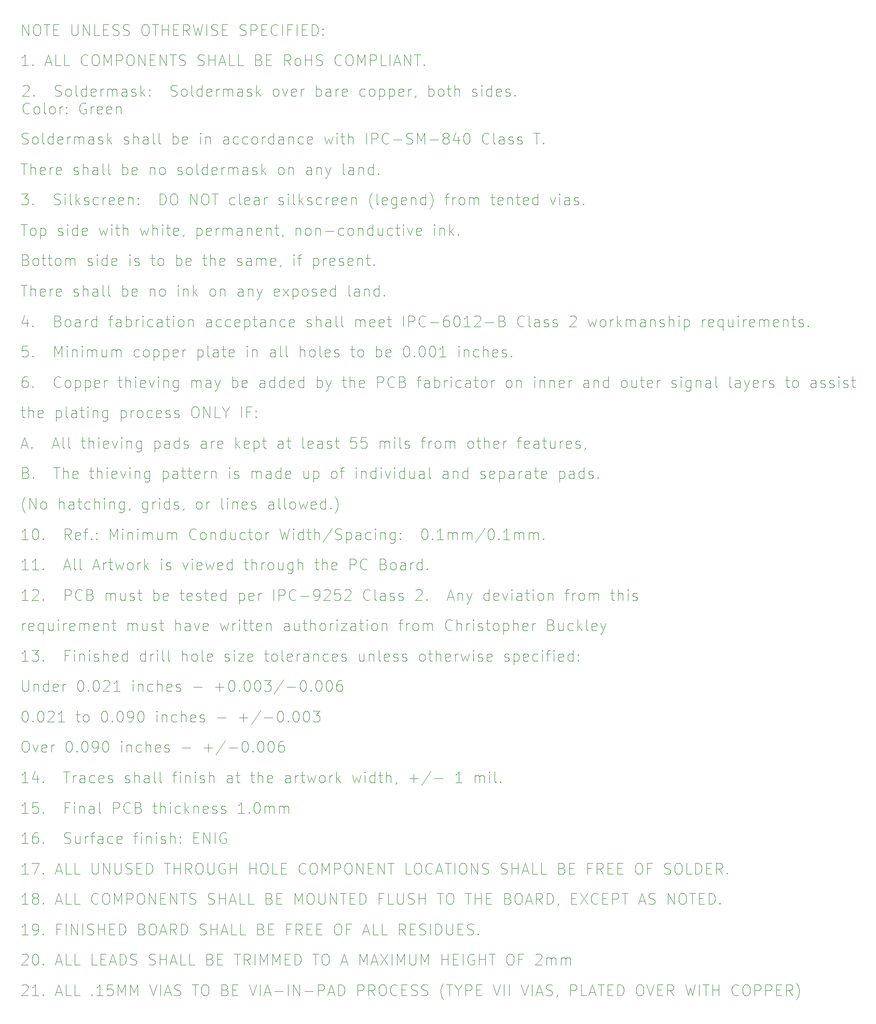
<source format=gbr>
%TF.GenerationSoftware,KiCad,Pcbnew,7.0.6-7.0.6~ubuntu22.04.1*%
%TF.CreationDate,2023-10-05T15:27:38-04:00*%
%TF.ProjectId,robot,726f626f-742e-46b6-9963-61645f706362,rev?*%
%TF.SameCoordinates,PX3938700PY9896800*%
%TF.FileFunction,OtherDrawing,Comment*%
%FSLAX46Y46*%
G04 Gerber Fmt 4.6, Leading zero omitted, Abs format (unit mm)*
G04 Created by KiCad (PCBNEW 7.0.6-7.0.6~ubuntu22.04.1) date 2023-10-05 15:27:38*
%MOMM*%
%LPD*%
G01*
G04 APERTURE LIST*
%ADD10C,0.012700*%
G04 APERTURE END LIST*
D10*
X86834667Y93038381D02*
X86834667Y91853048D01*
X86411334Y93715714D02*
X85988000Y92445714D01*
X85988000Y92445714D02*
X87088667Y92445714D01*
X87766000Y92022381D02*
X87850667Y91937714D01*
X87850667Y91937714D02*
X87766000Y91853048D01*
X87766000Y91853048D02*
X87681333Y91937714D01*
X87681333Y91937714D02*
X87766000Y92022381D01*
X87766000Y92022381D02*
X87766000Y91853048D01*
X91914668Y92784381D02*
X92168668Y92699714D01*
X92168668Y92699714D02*
X92253334Y92615048D01*
X92253334Y92615048D02*
X92338001Y92445714D01*
X92338001Y92445714D02*
X92338001Y92191714D01*
X92338001Y92191714D02*
X92253334Y92022381D01*
X92253334Y92022381D02*
X92168668Y91937714D01*
X92168668Y91937714D02*
X91999334Y91853048D01*
X91999334Y91853048D02*
X91322001Y91853048D01*
X91322001Y91853048D02*
X91322001Y93631048D01*
X91322001Y93631048D02*
X91914668Y93631048D01*
X91914668Y93631048D02*
X92084001Y93546381D01*
X92084001Y93546381D02*
X92168668Y93461714D01*
X92168668Y93461714D02*
X92253334Y93292381D01*
X92253334Y93292381D02*
X92253334Y93123048D01*
X92253334Y93123048D02*
X92168668Y92953714D01*
X92168668Y92953714D02*
X92084001Y92869048D01*
X92084001Y92869048D02*
X91914668Y92784381D01*
X91914668Y92784381D02*
X91322001Y92784381D01*
X93354001Y91853048D02*
X93184668Y91937714D01*
X93184668Y91937714D02*
X93100001Y92022381D01*
X93100001Y92022381D02*
X93015334Y92191714D01*
X93015334Y92191714D02*
X93015334Y92699714D01*
X93015334Y92699714D02*
X93100001Y92869048D01*
X93100001Y92869048D02*
X93184668Y92953714D01*
X93184668Y92953714D02*
X93354001Y93038381D01*
X93354001Y93038381D02*
X93608001Y93038381D01*
X93608001Y93038381D02*
X93777334Y92953714D01*
X93777334Y92953714D02*
X93862001Y92869048D01*
X93862001Y92869048D02*
X93946668Y92699714D01*
X93946668Y92699714D02*
X93946668Y92191714D01*
X93946668Y92191714D02*
X93862001Y92022381D01*
X93862001Y92022381D02*
X93777334Y91937714D01*
X93777334Y91937714D02*
X93608001Y91853048D01*
X93608001Y91853048D02*
X93354001Y91853048D01*
X95470668Y91853048D02*
X95470668Y92784381D01*
X95470668Y92784381D02*
X95386001Y92953714D01*
X95386001Y92953714D02*
X95216668Y93038381D01*
X95216668Y93038381D02*
X94878001Y93038381D01*
X94878001Y93038381D02*
X94708668Y92953714D01*
X95470668Y91937714D02*
X95301335Y91853048D01*
X95301335Y91853048D02*
X94878001Y91853048D01*
X94878001Y91853048D02*
X94708668Y91937714D01*
X94708668Y91937714D02*
X94624001Y92107048D01*
X94624001Y92107048D02*
X94624001Y92276381D01*
X94624001Y92276381D02*
X94708668Y92445714D01*
X94708668Y92445714D02*
X94878001Y92530381D01*
X94878001Y92530381D02*
X95301335Y92530381D01*
X95301335Y92530381D02*
X95470668Y92615048D01*
X96317335Y91853048D02*
X96317335Y93038381D01*
X96317335Y92699714D02*
X96402002Y92869048D01*
X96402002Y92869048D02*
X96486668Y92953714D01*
X96486668Y92953714D02*
X96656002Y93038381D01*
X96656002Y93038381D02*
X96825335Y93038381D01*
X98180002Y91853048D02*
X98180002Y93631048D01*
X98180002Y91937714D02*
X98010669Y91853048D01*
X98010669Y91853048D02*
X97672002Y91853048D01*
X97672002Y91853048D02*
X97502669Y91937714D01*
X97502669Y91937714D02*
X97418002Y92022381D01*
X97418002Y92022381D02*
X97333335Y92191714D01*
X97333335Y92191714D02*
X97333335Y92699714D01*
X97333335Y92699714D02*
X97418002Y92869048D01*
X97418002Y92869048D02*
X97502669Y92953714D01*
X97502669Y92953714D02*
X97672002Y93038381D01*
X97672002Y93038381D02*
X98010669Y93038381D01*
X98010669Y93038381D02*
X98180002Y92953714D01*
X100127336Y93038381D02*
X100804669Y93038381D01*
X100381336Y91853048D02*
X100381336Y93377048D01*
X100381336Y93377048D02*
X100466003Y93546381D01*
X100466003Y93546381D02*
X100635336Y93631048D01*
X100635336Y93631048D02*
X100804669Y93631048D01*
X102159336Y91853048D02*
X102159336Y92784381D01*
X102159336Y92784381D02*
X102074669Y92953714D01*
X102074669Y92953714D02*
X101905336Y93038381D01*
X101905336Y93038381D02*
X101566669Y93038381D01*
X101566669Y93038381D02*
X101397336Y92953714D01*
X102159336Y91937714D02*
X101990003Y91853048D01*
X101990003Y91853048D02*
X101566669Y91853048D01*
X101566669Y91853048D02*
X101397336Y91937714D01*
X101397336Y91937714D02*
X101312669Y92107048D01*
X101312669Y92107048D02*
X101312669Y92276381D01*
X101312669Y92276381D02*
X101397336Y92445714D01*
X101397336Y92445714D02*
X101566669Y92530381D01*
X101566669Y92530381D02*
X101990003Y92530381D01*
X101990003Y92530381D02*
X102159336Y92615048D01*
X103006003Y91853048D02*
X103006003Y93631048D01*
X103006003Y92953714D02*
X103175336Y93038381D01*
X103175336Y93038381D02*
X103514003Y93038381D01*
X103514003Y93038381D02*
X103683336Y92953714D01*
X103683336Y92953714D02*
X103768003Y92869048D01*
X103768003Y92869048D02*
X103852670Y92699714D01*
X103852670Y92699714D02*
X103852670Y92191714D01*
X103852670Y92191714D02*
X103768003Y92022381D01*
X103768003Y92022381D02*
X103683336Y91937714D01*
X103683336Y91937714D02*
X103514003Y91853048D01*
X103514003Y91853048D02*
X103175336Y91853048D01*
X103175336Y91853048D02*
X103006003Y91937714D01*
X104614670Y91853048D02*
X104614670Y93038381D01*
X104614670Y92699714D02*
X104699337Y92869048D01*
X104699337Y92869048D02*
X104784003Y92953714D01*
X104784003Y92953714D02*
X104953337Y93038381D01*
X104953337Y93038381D02*
X105122670Y93038381D01*
X105715337Y91853048D02*
X105715337Y93038381D01*
X105715337Y93631048D02*
X105630670Y93546381D01*
X105630670Y93546381D02*
X105715337Y93461714D01*
X105715337Y93461714D02*
X105800004Y93546381D01*
X105800004Y93546381D02*
X105715337Y93631048D01*
X105715337Y93631048D02*
X105715337Y93461714D01*
X107324004Y91937714D02*
X107154671Y91853048D01*
X107154671Y91853048D02*
X106816004Y91853048D01*
X106816004Y91853048D02*
X106646671Y91937714D01*
X106646671Y91937714D02*
X106562004Y92022381D01*
X106562004Y92022381D02*
X106477337Y92191714D01*
X106477337Y92191714D02*
X106477337Y92699714D01*
X106477337Y92699714D02*
X106562004Y92869048D01*
X106562004Y92869048D02*
X106646671Y92953714D01*
X106646671Y92953714D02*
X106816004Y93038381D01*
X106816004Y93038381D02*
X107154671Y93038381D01*
X107154671Y93038381D02*
X107324004Y92953714D01*
X108848004Y91853048D02*
X108848004Y92784381D01*
X108848004Y92784381D02*
X108763337Y92953714D01*
X108763337Y92953714D02*
X108594004Y93038381D01*
X108594004Y93038381D02*
X108255337Y93038381D01*
X108255337Y93038381D02*
X108086004Y92953714D01*
X108848004Y91937714D02*
X108678671Y91853048D01*
X108678671Y91853048D02*
X108255337Y91853048D01*
X108255337Y91853048D02*
X108086004Y91937714D01*
X108086004Y91937714D02*
X108001337Y92107048D01*
X108001337Y92107048D02*
X108001337Y92276381D01*
X108001337Y92276381D02*
X108086004Y92445714D01*
X108086004Y92445714D02*
X108255337Y92530381D01*
X108255337Y92530381D02*
X108678671Y92530381D01*
X108678671Y92530381D02*
X108848004Y92615048D01*
X109440671Y93038381D02*
X110118004Y93038381D01*
X109694671Y93631048D02*
X109694671Y92107048D01*
X109694671Y92107048D02*
X109779338Y91937714D01*
X109779338Y91937714D02*
X109948671Y91853048D01*
X109948671Y91853048D02*
X110118004Y91853048D01*
X110710671Y91853048D02*
X110710671Y93038381D01*
X110710671Y93631048D02*
X110626004Y93546381D01*
X110626004Y93546381D02*
X110710671Y93461714D01*
X110710671Y93461714D02*
X110795338Y93546381D01*
X110795338Y93546381D02*
X110710671Y93631048D01*
X110710671Y93631048D02*
X110710671Y93461714D01*
X111811338Y91853048D02*
X111642005Y91937714D01*
X111642005Y91937714D02*
X111557338Y92022381D01*
X111557338Y92022381D02*
X111472671Y92191714D01*
X111472671Y92191714D02*
X111472671Y92699714D01*
X111472671Y92699714D02*
X111557338Y92869048D01*
X111557338Y92869048D02*
X111642005Y92953714D01*
X111642005Y92953714D02*
X111811338Y93038381D01*
X111811338Y93038381D02*
X112065338Y93038381D01*
X112065338Y93038381D02*
X112234671Y92953714D01*
X112234671Y92953714D02*
X112319338Y92869048D01*
X112319338Y92869048D02*
X112404005Y92699714D01*
X112404005Y92699714D02*
X112404005Y92191714D01*
X112404005Y92191714D02*
X112319338Y92022381D01*
X112319338Y92022381D02*
X112234671Y91937714D01*
X112234671Y91937714D02*
X112065338Y91853048D01*
X112065338Y91853048D02*
X111811338Y91853048D01*
X113166005Y93038381D02*
X113166005Y91853048D01*
X113166005Y92869048D02*
X113250672Y92953714D01*
X113250672Y92953714D02*
X113420005Y93038381D01*
X113420005Y93038381D02*
X113674005Y93038381D01*
X113674005Y93038381D02*
X113843338Y92953714D01*
X113843338Y92953714D02*
X113928005Y92784381D01*
X113928005Y92784381D02*
X113928005Y91853048D01*
X116891339Y91853048D02*
X116891339Y92784381D01*
X116891339Y92784381D02*
X116806672Y92953714D01*
X116806672Y92953714D02*
X116637339Y93038381D01*
X116637339Y93038381D02*
X116298672Y93038381D01*
X116298672Y93038381D02*
X116129339Y92953714D01*
X116891339Y91937714D02*
X116722006Y91853048D01*
X116722006Y91853048D02*
X116298672Y91853048D01*
X116298672Y91853048D02*
X116129339Y91937714D01*
X116129339Y91937714D02*
X116044672Y92107048D01*
X116044672Y92107048D02*
X116044672Y92276381D01*
X116044672Y92276381D02*
X116129339Y92445714D01*
X116129339Y92445714D02*
X116298672Y92530381D01*
X116298672Y92530381D02*
X116722006Y92530381D01*
X116722006Y92530381D02*
X116891339Y92615048D01*
X118500006Y91937714D02*
X118330673Y91853048D01*
X118330673Y91853048D02*
X117992006Y91853048D01*
X117992006Y91853048D02*
X117822673Y91937714D01*
X117822673Y91937714D02*
X117738006Y92022381D01*
X117738006Y92022381D02*
X117653339Y92191714D01*
X117653339Y92191714D02*
X117653339Y92699714D01*
X117653339Y92699714D02*
X117738006Y92869048D01*
X117738006Y92869048D02*
X117822673Y92953714D01*
X117822673Y92953714D02*
X117992006Y93038381D01*
X117992006Y93038381D02*
X118330673Y93038381D01*
X118330673Y93038381D02*
X118500006Y92953714D01*
X120024006Y91937714D02*
X119854673Y91853048D01*
X119854673Y91853048D02*
X119516006Y91853048D01*
X119516006Y91853048D02*
X119346673Y91937714D01*
X119346673Y91937714D02*
X119262006Y92022381D01*
X119262006Y92022381D02*
X119177339Y92191714D01*
X119177339Y92191714D02*
X119177339Y92699714D01*
X119177339Y92699714D02*
X119262006Y92869048D01*
X119262006Y92869048D02*
X119346673Y92953714D01*
X119346673Y92953714D02*
X119516006Y93038381D01*
X119516006Y93038381D02*
X119854673Y93038381D01*
X119854673Y93038381D02*
X120024006Y92953714D01*
X121463339Y91937714D02*
X121294006Y91853048D01*
X121294006Y91853048D02*
X120955339Y91853048D01*
X120955339Y91853048D02*
X120786006Y91937714D01*
X120786006Y91937714D02*
X120701339Y92107048D01*
X120701339Y92107048D02*
X120701339Y92784381D01*
X120701339Y92784381D02*
X120786006Y92953714D01*
X120786006Y92953714D02*
X120955339Y93038381D01*
X120955339Y93038381D02*
X121294006Y93038381D01*
X121294006Y93038381D02*
X121463339Y92953714D01*
X121463339Y92953714D02*
X121548006Y92784381D01*
X121548006Y92784381D02*
X121548006Y92615048D01*
X121548006Y92615048D02*
X120701339Y92445714D01*
X122310006Y93038381D02*
X122310006Y91260381D01*
X122310006Y92953714D02*
X122479339Y93038381D01*
X122479339Y93038381D02*
X122818006Y93038381D01*
X122818006Y93038381D02*
X122987339Y92953714D01*
X122987339Y92953714D02*
X123072006Y92869048D01*
X123072006Y92869048D02*
X123156673Y92699714D01*
X123156673Y92699714D02*
X123156673Y92191714D01*
X123156673Y92191714D02*
X123072006Y92022381D01*
X123072006Y92022381D02*
X122987339Y91937714D01*
X122987339Y91937714D02*
X122818006Y91853048D01*
X122818006Y91853048D02*
X122479339Y91853048D01*
X122479339Y91853048D02*
X122310006Y91937714D01*
X123664673Y93038381D02*
X124342006Y93038381D01*
X123918673Y93631048D02*
X123918673Y92107048D01*
X123918673Y92107048D02*
X124003340Y91937714D01*
X124003340Y91937714D02*
X124172673Y91853048D01*
X124172673Y91853048D02*
X124342006Y91853048D01*
X125696673Y91853048D02*
X125696673Y92784381D01*
X125696673Y92784381D02*
X125612006Y92953714D01*
X125612006Y92953714D02*
X125442673Y93038381D01*
X125442673Y93038381D02*
X125104006Y93038381D01*
X125104006Y93038381D02*
X124934673Y92953714D01*
X125696673Y91937714D02*
X125527340Y91853048D01*
X125527340Y91853048D02*
X125104006Y91853048D01*
X125104006Y91853048D02*
X124934673Y91937714D01*
X124934673Y91937714D02*
X124850006Y92107048D01*
X124850006Y92107048D02*
X124850006Y92276381D01*
X124850006Y92276381D02*
X124934673Y92445714D01*
X124934673Y92445714D02*
X125104006Y92530381D01*
X125104006Y92530381D02*
X125527340Y92530381D01*
X125527340Y92530381D02*
X125696673Y92615048D01*
X126543340Y93038381D02*
X126543340Y91853048D01*
X126543340Y92869048D02*
X126628007Y92953714D01*
X126628007Y92953714D02*
X126797340Y93038381D01*
X126797340Y93038381D02*
X127051340Y93038381D01*
X127051340Y93038381D02*
X127220673Y92953714D01*
X127220673Y92953714D02*
X127305340Y92784381D01*
X127305340Y92784381D02*
X127305340Y91853048D01*
X128914007Y91937714D02*
X128744674Y91853048D01*
X128744674Y91853048D02*
X128406007Y91853048D01*
X128406007Y91853048D02*
X128236674Y91937714D01*
X128236674Y91937714D02*
X128152007Y92022381D01*
X128152007Y92022381D02*
X128067340Y92191714D01*
X128067340Y92191714D02*
X128067340Y92699714D01*
X128067340Y92699714D02*
X128152007Y92869048D01*
X128152007Y92869048D02*
X128236674Y92953714D01*
X128236674Y92953714D02*
X128406007Y93038381D01*
X128406007Y93038381D02*
X128744674Y93038381D01*
X128744674Y93038381D02*
X128914007Y92953714D01*
X130353340Y91937714D02*
X130184007Y91853048D01*
X130184007Y91853048D02*
X129845340Y91853048D01*
X129845340Y91853048D02*
X129676007Y91937714D01*
X129676007Y91937714D02*
X129591340Y92107048D01*
X129591340Y92107048D02*
X129591340Y92784381D01*
X129591340Y92784381D02*
X129676007Y92953714D01*
X129676007Y92953714D02*
X129845340Y93038381D01*
X129845340Y93038381D02*
X130184007Y93038381D01*
X130184007Y93038381D02*
X130353340Y92953714D01*
X130353340Y92953714D02*
X130438007Y92784381D01*
X130438007Y92784381D02*
X130438007Y92615048D01*
X130438007Y92615048D02*
X129591340Y92445714D01*
X132470007Y91937714D02*
X132639341Y91853048D01*
X132639341Y91853048D02*
X132978007Y91853048D01*
X132978007Y91853048D02*
X133147341Y91937714D01*
X133147341Y91937714D02*
X133232007Y92107048D01*
X133232007Y92107048D02*
X133232007Y92191714D01*
X133232007Y92191714D02*
X133147341Y92361048D01*
X133147341Y92361048D02*
X132978007Y92445714D01*
X132978007Y92445714D02*
X132724007Y92445714D01*
X132724007Y92445714D02*
X132554674Y92530381D01*
X132554674Y92530381D02*
X132470007Y92699714D01*
X132470007Y92699714D02*
X132470007Y92784381D01*
X132470007Y92784381D02*
X132554674Y92953714D01*
X132554674Y92953714D02*
X132724007Y93038381D01*
X132724007Y93038381D02*
X132978007Y93038381D01*
X132978007Y93038381D02*
X133147341Y92953714D01*
X133994007Y91853048D02*
X133994007Y93631048D01*
X134756007Y91853048D02*
X134756007Y92784381D01*
X134756007Y92784381D02*
X134671340Y92953714D01*
X134671340Y92953714D02*
X134502007Y93038381D01*
X134502007Y93038381D02*
X134248007Y93038381D01*
X134248007Y93038381D02*
X134078674Y92953714D01*
X134078674Y92953714D02*
X133994007Y92869048D01*
X136364674Y91853048D02*
X136364674Y92784381D01*
X136364674Y92784381D02*
X136280007Y92953714D01*
X136280007Y92953714D02*
X136110674Y93038381D01*
X136110674Y93038381D02*
X135772007Y93038381D01*
X135772007Y93038381D02*
X135602674Y92953714D01*
X136364674Y91937714D02*
X136195341Y91853048D01*
X136195341Y91853048D02*
X135772007Y91853048D01*
X135772007Y91853048D02*
X135602674Y91937714D01*
X135602674Y91937714D02*
X135518007Y92107048D01*
X135518007Y92107048D02*
X135518007Y92276381D01*
X135518007Y92276381D02*
X135602674Y92445714D01*
X135602674Y92445714D02*
X135772007Y92530381D01*
X135772007Y92530381D02*
X136195341Y92530381D01*
X136195341Y92530381D02*
X136364674Y92615048D01*
X137465341Y91853048D02*
X137296008Y91937714D01*
X137296008Y91937714D02*
X137211341Y92107048D01*
X137211341Y92107048D02*
X137211341Y93631048D01*
X138396674Y91853048D02*
X138227341Y91937714D01*
X138227341Y91937714D02*
X138142674Y92107048D01*
X138142674Y92107048D02*
X138142674Y93631048D01*
X140428674Y91853048D02*
X140428674Y93038381D01*
X140428674Y92869048D02*
X140513341Y92953714D01*
X140513341Y92953714D02*
X140682674Y93038381D01*
X140682674Y93038381D02*
X140936674Y93038381D01*
X140936674Y93038381D02*
X141106007Y92953714D01*
X141106007Y92953714D02*
X141190674Y92784381D01*
X141190674Y92784381D02*
X141190674Y91853048D01*
X141190674Y92784381D02*
X141275341Y92953714D01*
X141275341Y92953714D02*
X141444674Y93038381D01*
X141444674Y93038381D02*
X141698674Y93038381D01*
X141698674Y93038381D02*
X141868007Y92953714D01*
X141868007Y92953714D02*
X141952674Y92784381D01*
X141952674Y92784381D02*
X141952674Y91853048D01*
X143476674Y91937714D02*
X143307341Y91853048D01*
X143307341Y91853048D02*
X142968674Y91853048D01*
X142968674Y91853048D02*
X142799341Y91937714D01*
X142799341Y91937714D02*
X142714674Y92107048D01*
X142714674Y92107048D02*
X142714674Y92784381D01*
X142714674Y92784381D02*
X142799341Y92953714D01*
X142799341Y92953714D02*
X142968674Y93038381D01*
X142968674Y93038381D02*
X143307341Y93038381D01*
X143307341Y93038381D02*
X143476674Y92953714D01*
X143476674Y92953714D02*
X143561341Y92784381D01*
X143561341Y92784381D02*
X143561341Y92615048D01*
X143561341Y92615048D02*
X142714674Y92445714D01*
X145000674Y91937714D02*
X144831341Y91853048D01*
X144831341Y91853048D02*
X144492674Y91853048D01*
X144492674Y91853048D02*
X144323341Y91937714D01*
X144323341Y91937714D02*
X144238674Y92107048D01*
X144238674Y92107048D02*
X144238674Y92784381D01*
X144238674Y92784381D02*
X144323341Y92953714D01*
X144323341Y92953714D02*
X144492674Y93038381D01*
X144492674Y93038381D02*
X144831341Y93038381D01*
X144831341Y93038381D02*
X145000674Y92953714D01*
X145000674Y92953714D02*
X145085341Y92784381D01*
X145085341Y92784381D02*
X145085341Y92615048D01*
X145085341Y92615048D02*
X144238674Y92445714D01*
X145593341Y93038381D02*
X146270674Y93038381D01*
X145847341Y93631048D02*
X145847341Y92107048D01*
X145847341Y92107048D02*
X145932008Y91937714D01*
X145932008Y91937714D02*
X146101341Y91853048D01*
X146101341Y91853048D02*
X146270674Y91853048D01*
X148218008Y91853048D02*
X148218008Y93631048D01*
X149064675Y91853048D02*
X149064675Y93631048D01*
X149064675Y93631048D02*
X149742008Y93631048D01*
X149742008Y93631048D02*
X149911342Y93546381D01*
X149911342Y93546381D02*
X149996008Y93461714D01*
X149996008Y93461714D02*
X150080675Y93292381D01*
X150080675Y93292381D02*
X150080675Y93038381D01*
X150080675Y93038381D02*
X149996008Y92869048D01*
X149996008Y92869048D02*
X149911342Y92784381D01*
X149911342Y92784381D02*
X149742008Y92699714D01*
X149742008Y92699714D02*
X149064675Y92699714D01*
X151858675Y92022381D02*
X151774008Y91937714D01*
X151774008Y91937714D02*
X151520008Y91853048D01*
X151520008Y91853048D02*
X151350675Y91853048D01*
X151350675Y91853048D02*
X151096675Y91937714D01*
X151096675Y91937714D02*
X150927342Y92107048D01*
X150927342Y92107048D02*
X150842675Y92276381D01*
X150842675Y92276381D02*
X150758008Y92615048D01*
X150758008Y92615048D02*
X150758008Y92869048D01*
X150758008Y92869048D02*
X150842675Y93207714D01*
X150842675Y93207714D02*
X150927342Y93377048D01*
X150927342Y93377048D02*
X151096675Y93546381D01*
X151096675Y93546381D02*
X151350675Y93631048D01*
X151350675Y93631048D02*
X151520008Y93631048D01*
X151520008Y93631048D02*
X151774008Y93546381D01*
X151774008Y93546381D02*
X151858675Y93461714D01*
X152620675Y92530381D02*
X153975342Y92530381D01*
X155584008Y93631048D02*
X155245341Y93631048D01*
X155245341Y93631048D02*
X155076008Y93546381D01*
X155076008Y93546381D02*
X154991341Y93461714D01*
X154991341Y93461714D02*
X154822008Y93207714D01*
X154822008Y93207714D02*
X154737341Y92869048D01*
X154737341Y92869048D02*
X154737341Y92191714D01*
X154737341Y92191714D02*
X154822008Y92022381D01*
X154822008Y92022381D02*
X154906675Y91937714D01*
X154906675Y91937714D02*
X155076008Y91853048D01*
X155076008Y91853048D02*
X155414675Y91853048D01*
X155414675Y91853048D02*
X155584008Y91937714D01*
X155584008Y91937714D02*
X155668675Y92022381D01*
X155668675Y92022381D02*
X155753341Y92191714D01*
X155753341Y92191714D02*
X155753341Y92615048D01*
X155753341Y92615048D02*
X155668675Y92784381D01*
X155668675Y92784381D02*
X155584008Y92869048D01*
X155584008Y92869048D02*
X155414675Y92953714D01*
X155414675Y92953714D02*
X155076008Y92953714D01*
X155076008Y92953714D02*
X154906675Y92869048D01*
X154906675Y92869048D02*
X154822008Y92784381D01*
X154822008Y92784381D02*
X154737341Y92615048D01*
X156854008Y93631048D02*
X157023341Y93631048D01*
X157023341Y93631048D02*
X157192674Y93546381D01*
X157192674Y93546381D02*
X157277341Y93461714D01*
X157277341Y93461714D02*
X157362008Y93292381D01*
X157362008Y93292381D02*
X157446674Y92953714D01*
X157446674Y92953714D02*
X157446674Y92530381D01*
X157446674Y92530381D02*
X157362008Y92191714D01*
X157362008Y92191714D02*
X157277341Y92022381D01*
X157277341Y92022381D02*
X157192674Y91937714D01*
X157192674Y91937714D02*
X157023341Y91853048D01*
X157023341Y91853048D02*
X156854008Y91853048D01*
X156854008Y91853048D02*
X156684674Y91937714D01*
X156684674Y91937714D02*
X156600008Y92022381D01*
X156600008Y92022381D02*
X156515341Y92191714D01*
X156515341Y92191714D02*
X156430674Y92530381D01*
X156430674Y92530381D02*
X156430674Y92953714D01*
X156430674Y92953714D02*
X156515341Y93292381D01*
X156515341Y93292381D02*
X156600008Y93461714D01*
X156600008Y93461714D02*
X156684674Y93546381D01*
X156684674Y93546381D02*
X156854008Y93631048D01*
X159140007Y91853048D02*
X158124007Y91853048D01*
X158632007Y91853048D02*
X158632007Y93631048D01*
X158632007Y93631048D02*
X158462674Y93377048D01*
X158462674Y93377048D02*
X158293341Y93207714D01*
X158293341Y93207714D02*
X158124007Y93123048D01*
X159817340Y93461714D02*
X159902007Y93546381D01*
X159902007Y93546381D02*
X160071340Y93631048D01*
X160071340Y93631048D02*
X160494674Y93631048D01*
X160494674Y93631048D02*
X160664007Y93546381D01*
X160664007Y93546381D02*
X160748674Y93461714D01*
X160748674Y93461714D02*
X160833340Y93292381D01*
X160833340Y93292381D02*
X160833340Y93123048D01*
X160833340Y93123048D02*
X160748674Y92869048D01*
X160748674Y92869048D02*
X159732674Y91853048D01*
X159732674Y91853048D02*
X160833340Y91853048D01*
X161595340Y92530381D02*
X162950007Y92530381D01*
X164389340Y92784381D02*
X164643340Y92699714D01*
X164643340Y92699714D02*
X164728006Y92615048D01*
X164728006Y92615048D02*
X164812673Y92445714D01*
X164812673Y92445714D02*
X164812673Y92191714D01*
X164812673Y92191714D02*
X164728006Y92022381D01*
X164728006Y92022381D02*
X164643340Y91937714D01*
X164643340Y91937714D02*
X164474006Y91853048D01*
X164474006Y91853048D02*
X163796673Y91853048D01*
X163796673Y91853048D02*
X163796673Y93631048D01*
X163796673Y93631048D02*
X164389340Y93631048D01*
X164389340Y93631048D02*
X164558673Y93546381D01*
X164558673Y93546381D02*
X164643340Y93461714D01*
X164643340Y93461714D02*
X164728006Y93292381D01*
X164728006Y93292381D02*
X164728006Y93123048D01*
X164728006Y93123048D02*
X164643340Y92953714D01*
X164643340Y92953714D02*
X164558673Y92869048D01*
X164558673Y92869048D02*
X164389340Y92784381D01*
X164389340Y92784381D02*
X163796673Y92784381D01*
X167945340Y92022381D02*
X167860673Y91937714D01*
X167860673Y91937714D02*
X167606673Y91853048D01*
X167606673Y91853048D02*
X167437340Y91853048D01*
X167437340Y91853048D02*
X167183340Y91937714D01*
X167183340Y91937714D02*
X167014007Y92107048D01*
X167014007Y92107048D02*
X166929340Y92276381D01*
X166929340Y92276381D02*
X166844673Y92615048D01*
X166844673Y92615048D02*
X166844673Y92869048D01*
X166844673Y92869048D02*
X166929340Y93207714D01*
X166929340Y93207714D02*
X167014007Y93377048D01*
X167014007Y93377048D02*
X167183340Y93546381D01*
X167183340Y93546381D02*
X167437340Y93631048D01*
X167437340Y93631048D02*
X167606673Y93631048D01*
X167606673Y93631048D02*
X167860673Y93546381D01*
X167860673Y93546381D02*
X167945340Y93461714D01*
X168961340Y91853048D02*
X168792007Y91937714D01*
X168792007Y91937714D02*
X168707340Y92107048D01*
X168707340Y92107048D02*
X168707340Y93631048D01*
X170400673Y91853048D02*
X170400673Y92784381D01*
X170400673Y92784381D02*
X170316006Y92953714D01*
X170316006Y92953714D02*
X170146673Y93038381D01*
X170146673Y93038381D02*
X169808006Y93038381D01*
X169808006Y93038381D02*
X169638673Y92953714D01*
X170400673Y91937714D02*
X170231340Y91853048D01*
X170231340Y91853048D02*
X169808006Y91853048D01*
X169808006Y91853048D02*
X169638673Y91937714D01*
X169638673Y91937714D02*
X169554006Y92107048D01*
X169554006Y92107048D02*
X169554006Y92276381D01*
X169554006Y92276381D02*
X169638673Y92445714D01*
X169638673Y92445714D02*
X169808006Y92530381D01*
X169808006Y92530381D02*
X170231340Y92530381D01*
X170231340Y92530381D02*
X170400673Y92615048D01*
X171162673Y91937714D02*
X171332007Y91853048D01*
X171332007Y91853048D02*
X171670673Y91853048D01*
X171670673Y91853048D02*
X171840007Y91937714D01*
X171840007Y91937714D02*
X171924673Y92107048D01*
X171924673Y92107048D02*
X171924673Y92191714D01*
X171924673Y92191714D02*
X171840007Y92361048D01*
X171840007Y92361048D02*
X171670673Y92445714D01*
X171670673Y92445714D02*
X171416673Y92445714D01*
X171416673Y92445714D02*
X171247340Y92530381D01*
X171247340Y92530381D02*
X171162673Y92699714D01*
X171162673Y92699714D02*
X171162673Y92784381D01*
X171162673Y92784381D02*
X171247340Y92953714D01*
X171247340Y92953714D02*
X171416673Y93038381D01*
X171416673Y93038381D02*
X171670673Y93038381D01*
X171670673Y93038381D02*
X171840007Y92953714D01*
X172602006Y91937714D02*
X172771340Y91853048D01*
X172771340Y91853048D02*
X173110006Y91853048D01*
X173110006Y91853048D02*
X173279340Y91937714D01*
X173279340Y91937714D02*
X173364006Y92107048D01*
X173364006Y92107048D02*
X173364006Y92191714D01*
X173364006Y92191714D02*
X173279340Y92361048D01*
X173279340Y92361048D02*
X173110006Y92445714D01*
X173110006Y92445714D02*
X172856006Y92445714D01*
X172856006Y92445714D02*
X172686673Y92530381D01*
X172686673Y92530381D02*
X172602006Y92699714D01*
X172602006Y92699714D02*
X172602006Y92784381D01*
X172602006Y92784381D02*
X172686673Y92953714D01*
X172686673Y92953714D02*
X172856006Y93038381D01*
X172856006Y93038381D02*
X173110006Y93038381D01*
X173110006Y93038381D02*
X173279340Y92953714D01*
X175396006Y93461714D02*
X175480673Y93546381D01*
X175480673Y93546381D02*
X175650006Y93631048D01*
X175650006Y93631048D02*
X176073340Y93631048D01*
X176073340Y93631048D02*
X176242673Y93546381D01*
X176242673Y93546381D02*
X176327340Y93461714D01*
X176327340Y93461714D02*
X176412006Y93292381D01*
X176412006Y93292381D02*
X176412006Y93123048D01*
X176412006Y93123048D02*
X176327340Y92869048D01*
X176327340Y92869048D02*
X175311340Y91853048D01*
X175311340Y91853048D02*
X176412006Y91853048D01*
X178359340Y93038381D02*
X178698006Y91853048D01*
X178698006Y91853048D02*
X179036673Y92699714D01*
X179036673Y92699714D02*
X179375340Y91853048D01*
X179375340Y91853048D02*
X179714006Y93038381D01*
X180645340Y91853048D02*
X180476007Y91937714D01*
X180476007Y91937714D02*
X180391340Y92022381D01*
X180391340Y92022381D02*
X180306673Y92191714D01*
X180306673Y92191714D02*
X180306673Y92699714D01*
X180306673Y92699714D02*
X180391340Y92869048D01*
X180391340Y92869048D02*
X180476007Y92953714D01*
X180476007Y92953714D02*
X180645340Y93038381D01*
X180645340Y93038381D02*
X180899340Y93038381D01*
X180899340Y93038381D02*
X181068673Y92953714D01*
X181068673Y92953714D02*
X181153340Y92869048D01*
X181153340Y92869048D02*
X181238007Y92699714D01*
X181238007Y92699714D02*
X181238007Y92191714D01*
X181238007Y92191714D02*
X181153340Y92022381D01*
X181153340Y92022381D02*
X181068673Y91937714D01*
X181068673Y91937714D02*
X180899340Y91853048D01*
X180899340Y91853048D02*
X180645340Y91853048D01*
X182000007Y91853048D02*
X182000007Y93038381D01*
X182000007Y92699714D02*
X182084674Y92869048D01*
X182084674Y92869048D02*
X182169340Y92953714D01*
X182169340Y92953714D02*
X182338674Y93038381D01*
X182338674Y93038381D02*
X182508007Y93038381D01*
X183100674Y91853048D02*
X183100674Y93631048D01*
X183270007Y92530381D02*
X183778007Y91853048D01*
X183778007Y93038381D02*
X183100674Y92361048D01*
X184540007Y91853048D02*
X184540007Y93038381D01*
X184540007Y92869048D02*
X184624674Y92953714D01*
X184624674Y92953714D02*
X184794007Y93038381D01*
X184794007Y93038381D02*
X185048007Y93038381D01*
X185048007Y93038381D02*
X185217340Y92953714D01*
X185217340Y92953714D02*
X185302007Y92784381D01*
X185302007Y92784381D02*
X185302007Y91853048D01*
X185302007Y92784381D02*
X185386674Y92953714D01*
X185386674Y92953714D02*
X185556007Y93038381D01*
X185556007Y93038381D02*
X185810007Y93038381D01*
X185810007Y93038381D02*
X185979340Y92953714D01*
X185979340Y92953714D02*
X186064007Y92784381D01*
X186064007Y92784381D02*
X186064007Y91853048D01*
X187672674Y91853048D02*
X187672674Y92784381D01*
X187672674Y92784381D02*
X187588007Y92953714D01*
X187588007Y92953714D02*
X187418674Y93038381D01*
X187418674Y93038381D02*
X187080007Y93038381D01*
X187080007Y93038381D02*
X186910674Y92953714D01*
X187672674Y91937714D02*
X187503341Y91853048D01*
X187503341Y91853048D02*
X187080007Y91853048D01*
X187080007Y91853048D02*
X186910674Y91937714D01*
X186910674Y91937714D02*
X186826007Y92107048D01*
X186826007Y92107048D02*
X186826007Y92276381D01*
X186826007Y92276381D02*
X186910674Y92445714D01*
X186910674Y92445714D02*
X187080007Y92530381D01*
X187080007Y92530381D02*
X187503341Y92530381D01*
X187503341Y92530381D02*
X187672674Y92615048D01*
X188519341Y93038381D02*
X188519341Y91853048D01*
X188519341Y92869048D02*
X188604008Y92953714D01*
X188604008Y92953714D02*
X188773341Y93038381D01*
X188773341Y93038381D02*
X189027341Y93038381D01*
X189027341Y93038381D02*
X189196674Y92953714D01*
X189196674Y92953714D02*
X189281341Y92784381D01*
X189281341Y92784381D02*
X189281341Y91853048D01*
X190043341Y91937714D02*
X190212675Y91853048D01*
X190212675Y91853048D02*
X190551341Y91853048D01*
X190551341Y91853048D02*
X190720675Y91937714D01*
X190720675Y91937714D02*
X190805341Y92107048D01*
X190805341Y92107048D02*
X190805341Y92191714D01*
X190805341Y92191714D02*
X190720675Y92361048D01*
X190720675Y92361048D02*
X190551341Y92445714D01*
X190551341Y92445714D02*
X190297341Y92445714D01*
X190297341Y92445714D02*
X190128008Y92530381D01*
X190128008Y92530381D02*
X190043341Y92699714D01*
X190043341Y92699714D02*
X190043341Y92784381D01*
X190043341Y92784381D02*
X190128008Y92953714D01*
X190128008Y92953714D02*
X190297341Y93038381D01*
X190297341Y93038381D02*
X190551341Y93038381D01*
X190551341Y93038381D02*
X190720675Y92953714D01*
X191567341Y91853048D02*
X191567341Y93631048D01*
X192329341Y91853048D02*
X192329341Y92784381D01*
X192329341Y92784381D02*
X192244674Y92953714D01*
X192244674Y92953714D02*
X192075341Y93038381D01*
X192075341Y93038381D02*
X191821341Y93038381D01*
X191821341Y93038381D02*
X191652008Y92953714D01*
X191652008Y92953714D02*
X191567341Y92869048D01*
X193176008Y91853048D02*
X193176008Y93038381D01*
X193176008Y93631048D02*
X193091341Y93546381D01*
X193091341Y93546381D02*
X193176008Y93461714D01*
X193176008Y93461714D02*
X193260675Y93546381D01*
X193260675Y93546381D02*
X193176008Y93631048D01*
X193176008Y93631048D02*
X193176008Y93461714D01*
X194022675Y93038381D02*
X194022675Y91260381D01*
X194022675Y92953714D02*
X194192008Y93038381D01*
X194192008Y93038381D02*
X194530675Y93038381D01*
X194530675Y93038381D02*
X194700008Y92953714D01*
X194700008Y92953714D02*
X194784675Y92869048D01*
X194784675Y92869048D02*
X194869342Y92699714D01*
X194869342Y92699714D02*
X194869342Y92191714D01*
X194869342Y92191714D02*
X194784675Y92022381D01*
X194784675Y92022381D02*
X194700008Y91937714D01*
X194700008Y91937714D02*
X194530675Y91853048D01*
X194530675Y91853048D02*
X194192008Y91853048D01*
X194192008Y91853048D02*
X194022675Y91937714D01*
X196986009Y91853048D02*
X196986009Y93038381D01*
X196986009Y92699714D02*
X197070676Y92869048D01*
X197070676Y92869048D02*
X197155342Y92953714D01*
X197155342Y92953714D02*
X197324676Y93038381D01*
X197324676Y93038381D02*
X197494009Y93038381D01*
X198764009Y91937714D02*
X198594676Y91853048D01*
X198594676Y91853048D02*
X198256009Y91853048D01*
X198256009Y91853048D02*
X198086676Y91937714D01*
X198086676Y91937714D02*
X198002009Y92107048D01*
X198002009Y92107048D02*
X198002009Y92784381D01*
X198002009Y92784381D02*
X198086676Y92953714D01*
X198086676Y92953714D02*
X198256009Y93038381D01*
X198256009Y93038381D02*
X198594676Y93038381D01*
X198594676Y93038381D02*
X198764009Y92953714D01*
X198764009Y92953714D02*
X198848676Y92784381D01*
X198848676Y92784381D02*
X198848676Y92615048D01*
X198848676Y92615048D02*
X198002009Y92445714D01*
X200372676Y93038381D02*
X200372676Y91260381D01*
X200372676Y91937714D02*
X200203343Y91853048D01*
X200203343Y91853048D02*
X199864676Y91853048D01*
X199864676Y91853048D02*
X199695343Y91937714D01*
X199695343Y91937714D02*
X199610676Y92022381D01*
X199610676Y92022381D02*
X199526009Y92191714D01*
X199526009Y92191714D02*
X199526009Y92699714D01*
X199526009Y92699714D02*
X199610676Y92869048D01*
X199610676Y92869048D02*
X199695343Y92953714D01*
X199695343Y92953714D02*
X199864676Y93038381D01*
X199864676Y93038381D02*
X200203343Y93038381D01*
X200203343Y93038381D02*
X200372676Y92953714D01*
X201981343Y93038381D02*
X201981343Y91853048D01*
X201219343Y93038381D02*
X201219343Y92107048D01*
X201219343Y92107048D02*
X201304010Y91937714D01*
X201304010Y91937714D02*
X201473343Y91853048D01*
X201473343Y91853048D02*
X201727343Y91853048D01*
X201727343Y91853048D02*
X201896676Y91937714D01*
X201896676Y91937714D02*
X201981343Y92022381D01*
X202828010Y91853048D02*
X202828010Y93038381D01*
X202828010Y93631048D02*
X202743343Y93546381D01*
X202743343Y93546381D02*
X202828010Y93461714D01*
X202828010Y93461714D02*
X202912677Y93546381D01*
X202912677Y93546381D02*
X202828010Y93631048D01*
X202828010Y93631048D02*
X202828010Y93461714D01*
X203674677Y91853048D02*
X203674677Y93038381D01*
X203674677Y92699714D02*
X203759344Y92869048D01*
X203759344Y92869048D02*
X203844010Y92953714D01*
X203844010Y92953714D02*
X204013344Y93038381D01*
X204013344Y93038381D02*
X204182677Y93038381D01*
X205452677Y91937714D02*
X205283344Y91853048D01*
X205283344Y91853048D02*
X204944677Y91853048D01*
X204944677Y91853048D02*
X204775344Y91937714D01*
X204775344Y91937714D02*
X204690677Y92107048D01*
X204690677Y92107048D02*
X204690677Y92784381D01*
X204690677Y92784381D02*
X204775344Y92953714D01*
X204775344Y92953714D02*
X204944677Y93038381D01*
X204944677Y93038381D02*
X205283344Y93038381D01*
X205283344Y93038381D02*
X205452677Y92953714D01*
X205452677Y92953714D02*
X205537344Y92784381D01*
X205537344Y92784381D02*
X205537344Y92615048D01*
X205537344Y92615048D02*
X204690677Y92445714D01*
X206299344Y91853048D02*
X206299344Y93038381D01*
X206299344Y92869048D02*
X206384011Y92953714D01*
X206384011Y92953714D02*
X206553344Y93038381D01*
X206553344Y93038381D02*
X206807344Y93038381D01*
X206807344Y93038381D02*
X206976677Y92953714D01*
X206976677Y92953714D02*
X207061344Y92784381D01*
X207061344Y92784381D02*
X207061344Y91853048D01*
X207061344Y92784381D02*
X207146011Y92953714D01*
X207146011Y92953714D02*
X207315344Y93038381D01*
X207315344Y93038381D02*
X207569344Y93038381D01*
X207569344Y93038381D02*
X207738677Y92953714D01*
X207738677Y92953714D02*
X207823344Y92784381D01*
X207823344Y92784381D02*
X207823344Y91853048D01*
X209347344Y91937714D02*
X209178011Y91853048D01*
X209178011Y91853048D02*
X208839344Y91853048D01*
X208839344Y91853048D02*
X208670011Y91937714D01*
X208670011Y91937714D02*
X208585344Y92107048D01*
X208585344Y92107048D02*
X208585344Y92784381D01*
X208585344Y92784381D02*
X208670011Y92953714D01*
X208670011Y92953714D02*
X208839344Y93038381D01*
X208839344Y93038381D02*
X209178011Y93038381D01*
X209178011Y93038381D02*
X209347344Y92953714D01*
X209347344Y92953714D02*
X209432011Y92784381D01*
X209432011Y92784381D02*
X209432011Y92615048D01*
X209432011Y92615048D02*
X208585344Y92445714D01*
X210194011Y93038381D02*
X210194011Y91853048D01*
X210194011Y92869048D02*
X210278678Y92953714D01*
X210278678Y92953714D02*
X210448011Y93038381D01*
X210448011Y93038381D02*
X210702011Y93038381D01*
X210702011Y93038381D02*
X210871344Y92953714D01*
X210871344Y92953714D02*
X210956011Y92784381D01*
X210956011Y92784381D02*
X210956011Y91853048D01*
X211548678Y93038381D02*
X212226011Y93038381D01*
X211802678Y93631048D02*
X211802678Y92107048D01*
X211802678Y92107048D02*
X211887345Y91937714D01*
X211887345Y91937714D02*
X212056678Y91853048D01*
X212056678Y91853048D02*
X212226011Y91853048D01*
X212734011Y91937714D02*
X212903345Y91853048D01*
X212903345Y91853048D02*
X213242011Y91853048D01*
X213242011Y91853048D02*
X213411345Y91937714D01*
X213411345Y91937714D02*
X213496011Y92107048D01*
X213496011Y92107048D02*
X213496011Y92191714D01*
X213496011Y92191714D02*
X213411345Y92361048D01*
X213411345Y92361048D02*
X213242011Y92445714D01*
X213242011Y92445714D02*
X212988011Y92445714D01*
X212988011Y92445714D02*
X212818678Y92530381D01*
X212818678Y92530381D02*
X212734011Y92699714D01*
X212734011Y92699714D02*
X212734011Y92784381D01*
X212734011Y92784381D02*
X212818678Y92953714D01*
X212818678Y92953714D02*
X212988011Y93038381D01*
X212988011Y93038381D02*
X213242011Y93038381D01*
X213242011Y93038381D02*
X213411345Y92953714D01*
X214258011Y92022381D02*
X214342678Y91937714D01*
X214342678Y91937714D02*
X214258011Y91853048D01*
X214258011Y91853048D02*
X214173344Y91937714D01*
X214173344Y91937714D02*
X214258011Y92022381D01*
X214258011Y92022381D02*
X214258011Y91853048D01*
X87004000Y52186432D02*
X85988000Y52186432D01*
X86496000Y52186432D02*
X86496000Y53964432D01*
X86496000Y53964432D02*
X86326667Y53710432D01*
X86326667Y53710432D02*
X86157334Y53541098D01*
X86157334Y53541098D02*
X85988000Y53456432D01*
X88697333Y52186432D02*
X87681333Y52186432D01*
X88189333Y52186432D02*
X88189333Y53964432D01*
X88189333Y53964432D02*
X88020000Y53710432D01*
X88020000Y53710432D02*
X87850667Y53541098D01*
X87850667Y53541098D02*
X87681333Y53456432D01*
X89459333Y52355765D02*
X89544000Y52271098D01*
X89544000Y52271098D02*
X89459333Y52186432D01*
X89459333Y52186432D02*
X89374666Y52271098D01*
X89374666Y52271098D02*
X89459333Y52355765D01*
X89459333Y52355765D02*
X89459333Y52186432D01*
X92930667Y52694432D02*
X93777334Y52694432D01*
X92761334Y52186432D02*
X93354001Y53964432D01*
X93354001Y53964432D02*
X93946667Y52186432D01*
X94793334Y52186432D02*
X94624001Y52271098D01*
X94624001Y52271098D02*
X94539334Y52440432D01*
X94539334Y52440432D02*
X94539334Y53964432D01*
X95724667Y52186432D02*
X95555334Y52271098D01*
X95555334Y52271098D02*
X95470667Y52440432D01*
X95470667Y52440432D02*
X95470667Y53964432D01*
X97672000Y52694432D02*
X98518667Y52694432D01*
X97502667Y52186432D02*
X98095334Y53964432D01*
X98095334Y53964432D02*
X98688000Y52186432D01*
X99280667Y52186432D02*
X99280667Y53371765D01*
X99280667Y53033098D02*
X99365334Y53202432D01*
X99365334Y53202432D02*
X99450000Y53287098D01*
X99450000Y53287098D02*
X99619334Y53371765D01*
X99619334Y53371765D02*
X99788667Y53371765D01*
X100127334Y53371765D02*
X100804667Y53371765D01*
X100381334Y53964432D02*
X100381334Y52440432D01*
X100381334Y52440432D02*
X100466001Y52271098D01*
X100466001Y52271098D02*
X100635334Y52186432D01*
X100635334Y52186432D02*
X100804667Y52186432D01*
X101228001Y53371765D02*
X101566667Y52186432D01*
X101566667Y52186432D02*
X101905334Y53033098D01*
X101905334Y53033098D02*
X102244001Y52186432D01*
X102244001Y52186432D02*
X102582667Y53371765D01*
X103514001Y52186432D02*
X103344668Y52271098D01*
X103344668Y52271098D02*
X103260001Y52355765D01*
X103260001Y52355765D02*
X103175334Y52525098D01*
X103175334Y52525098D02*
X103175334Y53033098D01*
X103175334Y53033098D02*
X103260001Y53202432D01*
X103260001Y53202432D02*
X103344668Y53287098D01*
X103344668Y53287098D02*
X103514001Y53371765D01*
X103514001Y53371765D02*
X103768001Y53371765D01*
X103768001Y53371765D02*
X103937334Y53287098D01*
X103937334Y53287098D02*
X104022001Y53202432D01*
X104022001Y53202432D02*
X104106668Y53033098D01*
X104106668Y53033098D02*
X104106668Y52525098D01*
X104106668Y52525098D02*
X104022001Y52355765D01*
X104022001Y52355765D02*
X103937334Y52271098D01*
X103937334Y52271098D02*
X103768001Y52186432D01*
X103768001Y52186432D02*
X103514001Y52186432D01*
X104868668Y52186432D02*
X104868668Y53371765D01*
X104868668Y53033098D02*
X104953335Y53202432D01*
X104953335Y53202432D02*
X105038001Y53287098D01*
X105038001Y53287098D02*
X105207335Y53371765D01*
X105207335Y53371765D02*
X105376668Y53371765D01*
X105969335Y52186432D02*
X105969335Y53964432D01*
X106138668Y52863765D02*
X106646668Y52186432D01*
X106646668Y53371765D02*
X105969335Y52694432D01*
X108763335Y52186432D02*
X108763335Y53371765D01*
X108763335Y53964432D02*
X108678668Y53879765D01*
X108678668Y53879765D02*
X108763335Y53795098D01*
X108763335Y53795098D02*
X108848002Y53879765D01*
X108848002Y53879765D02*
X108763335Y53964432D01*
X108763335Y53964432D02*
X108763335Y53795098D01*
X109525335Y52271098D02*
X109694669Y52186432D01*
X109694669Y52186432D02*
X110033335Y52186432D01*
X110033335Y52186432D02*
X110202669Y52271098D01*
X110202669Y52271098D02*
X110287335Y52440432D01*
X110287335Y52440432D02*
X110287335Y52525098D01*
X110287335Y52525098D02*
X110202669Y52694432D01*
X110202669Y52694432D02*
X110033335Y52779098D01*
X110033335Y52779098D02*
X109779335Y52779098D01*
X109779335Y52779098D02*
X109610002Y52863765D01*
X109610002Y52863765D02*
X109525335Y53033098D01*
X109525335Y53033098D02*
X109525335Y53117765D01*
X109525335Y53117765D02*
X109610002Y53287098D01*
X109610002Y53287098D02*
X109779335Y53371765D01*
X109779335Y53371765D02*
X110033335Y53371765D01*
X110033335Y53371765D02*
X110202669Y53287098D01*
X112234669Y53371765D02*
X112658002Y52186432D01*
X112658002Y52186432D02*
X113081335Y53371765D01*
X113758669Y52186432D02*
X113758669Y53371765D01*
X113758669Y53964432D02*
X113674002Y53879765D01*
X113674002Y53879765D02*
X113758669Y53795098D01*
X113758669Y53795098D02*
X113843336Y53879765D01*
X113843336Y53879765D02*
X113758669Y53964432D01*
X113758669Y53964432D02*
X113758669Y53795098D01*
X115282669Y52271098D02*
X115113336Y52186432D01*
X115113336Y52186432D02*
X114774669Y52186432D01*
X114774669Y52186432D02*
X114605336Y52271098D01*
X114605336Y52271098D02*
X114520669Y52440432D01*
X114520669Y52440432D02*
X114520669Y53117765D01*
X114520669Y53117765D02*
X114605336Y53287098D01*
X114605336Y53287098D02*
X114774669Y53371765D01*
X114774669Y53371765D02*
X115113336Y53371765D01*
X115113336Y53371765D02*
X115282669Y53287098D01*
X115282669Y53287098D02*
X115367336Y53117765D01*
X115367336Y53117765D02*
X115367336Y52948432D01*
X115367336Y52948432D02*
X114520669Y52779098D01*
X115960003Y53371765D02*
X116298669Y52186432D01*
X116298669Y52186432D02*
X116637336Y53033098D01*
X116637336Y53033098D02*
X116976003Y52186432D01*
X116976003Y52186432D02*
X117314669Y53371765D01*
X118669336Y52271098D02*
X118500003Y52186432D01*
X118500003Y52186432D02*
X118161336Y52186432D01*
X118161336Y52186432D02*
X117992003Y52271098D01*
X117992003Y52271098D02*
X117907336Y52440432D01*
X117907336Y52440432D02*
X117907336Y53117765D01*
X117907336Y53117765D02*
X117992003Y53287098D01*
X117992003Y53287098D02*
X118161336Y53371765D01*
X118161336Y53371765D02*
X118500003Y53371765D01*
X118500003Y53371765D02*
X118669336Y53287098D01*
X118669336Y53287098D02*
X118754003Y53117765D01*
X118754003Y53117765D02*
X118754003Y52948432D01*
X118754003Y52948432D02*
X117907336Y52779098D01*
X120278003Y52186432D02*
X120278003Y53964432D01*
X120278003Y52271098D02*
X120108670Y52186432D01*
X120108670Y52186432D02*
X119770003Y52186432D01*
X119770003Y52186432D02*
X119600670Y52271098D01*
X119600670Y52271098D02*
X119516003Y52355765D01*
X119516003Y52355765D02*
X119431336Y52525098D01*
X119431336Y52525098D02*
X119431336Y53033098D01*
X119431336Y53033098D02*
X119516003Y53202432D01*
X119516003Y53202432D02*
X119600670Y53287098D01*
X119600670Y53287098D02*
X119770003Y53371765D01*
X119770003Y53371765D02*
X120108670Y53371765D01*
X120108670Y53371765D02*
X120278003Y53287098D01*
X122225337Y53371765D02*
X122902670Y53371765D01*
X122479337Y53964432D02*
X122479337Y52440432D01*
X122479337Y52440432D02*
X122564004Y52271098D01*
X122564004Y52271098D02*
X122733337Y52186432D01*
X122733337Y52186432D02*
X122902670Y52186432D01*
X123495337Y52186432D02*
X123495337Y53964432D01*
X124257337Y52186432D02*
X124257337Y53117765D01*
X124257337Y53117765D02*
X124172670Y53287098D01*
X124172670Y53287098D02*
X124003337Y53371765D01*
X124003337Y53371765D02*
X123749337Y53371765D01*
X123749337Y53371765D02*
X123580004Y53287098D01*
X123580004Y53287098D02*
X123495337Y53202432D01*
X125104004Y52186432D02*
X125104004Y53371765D01*
X125104004Y53033098D02*
X125188671Y53202432D01*
X125188671Y53202432D02*
X125273337Y53287098D01*
X125273337Y53287098D02*
X125442671Y53371765D01*
X125442671Y53371765D02*
X125612004Y53371765D01*
X126458671Y52186432D02*
X126289338Y52271098D01*
X126289338Y52271098D02*
X126204671Y52355765D01*
X126204671Y52355765D02*
X126120004Y52525098D01*
X126120004Y52525098D02*
X126120004Y53033098D01*
X126120004Y53033098D02*
X126204671Y53202432D01*
X126204671Y53202432D02*
X126289338Y53287098D01*
X126289338Y53287098D02*
X126458671Y53371765D01*
X126458671Y53371765D02*
X126712671Y53371765D01*
X126712671Y53371765D02*
X126882004Y53287098D01*
X126882004Y53287098D02*
X126966671Y53202432D01*
X126966671Y53202432D02*
X127051338Y53033098D01*
X127051338Y53033098D02*
X127051338Y52525098D01*
X127051338Y52525098D02*
X126966671Y52355765D01*
X126966671Y52355765D02*
X126882004Y52271098D01*
X126882004Y52271098D02*
X126712671Y52186432D01*
X126712671Y52186432D02*
X126458671Y52186432D01*
X128575338Y53371765D02*
X128575338Y52186432D01*
X127813338Y53371765D02*
X127813338Y52440432D01*
X127813338Y52440432D02*
X127898005Y52271098D01*
X127898005Y52271098D02*
X128067338Y52186432D01*
X128067338Y52186432D02*
X128321338Y52186432D01*
X128321338Y52186432D02*
X128490671Y52271098D01*
X128490671Y52271098D02*
X128575338Y52355765D01*
X130184005Y53371765D02*
X130184005Y51932432D01*
X130184005Y51932432D02*
X130099338Y51763098D01*
X130099338Y51763098D02*
X130014672Y51678432D01*
X130014672Y51678432D02*
X129845338Y51593765D01*
X129845338Y51593765D02*
X129591338Y51593765D01*
X129591338Y51593765D02*
X129422005Y51678432D01*
X130184005Y52271098D02*
X130014672Y52186432D01*
X130014672Y52186432D02*
X129676005Y52186432D01*
X129676005Y52186432D02*
X129506672Y52271098D01*
X129506672Y52271098D02*
X129422005Y52355765D01*
X129422005Y52355765D02*
X129337338Y52525098D01*
X129337338Y52525098D02*
X129337338Y53033098D01*
X129337338Y53033098D02*
X129422005Y53202432D01*
X129422005Y53202432D02*
X129506672Y53287098D01*
X129506672Y53287098D02*
X129676005Y53371765D01*
X129676005Y53371765D02*
X130014672Y53371765D01*
X130014672Y53371765D02*
X130184005Y53287098D01*
X131030672Y52186432D02*
X131030672Y53964432D01*
X131792672Y52186432D02*
X131792672Y53117765D01*
X131792672Y53117765D02*
X131708005Y53287098D01*
X131708005Y53287098D02*
X131538672Y53371765D01*
X131538672Y53371765D02*
X131284672Y53371765D01*
X131284672Y53371765D02*
X131115339Y53287098D01*
X131115339Y53287098D02*
X131030672Y53202432D01*
X133740006Y53371765D02*
X134417339Y53371765D01*
X133994006Y53964432D02*
X133994006Y52440432D01*
X133994006Y52440432D02*
X134078673Y52271098D01*
X134078673Y52271098D02*
X134248006Y52186432D01*
X134248006Y52186432D02*
X134417339Y52186432D01*
X135010006Y52186432D02*
X135010006Y53964432D01*
X135772006Y52186432D02*
X135772006Y53117765D01*
X135772006Y53117765D02*
X135687339Y53287098D01*
X135687339Y53287098D02*
X135518006Y53371765D01*
X135518006Y53371765D02*
X135264006Y53371765D01*
X135264006Y53371765D02*
X135094673Y53287098D01*
X135094673Y53287098D02*
X135010006Y53202432D01*
X137296006Y52271098D02*
X137126673Y52186432D01*
X137126673Y52186432D02*
X136788006Y52186432D01*
X136788006Y52186432D02*
X136618673Y52271098D01*
X136618673Y52271098D02*
X136534006Y52440432D01*
X136534006Y52440432D02*
X136534006Y53117765D01*
X136534006Y53117765D02*
X136618673Y53287098D01*
X136618673Y53287098D02*
X136788006Y53371765D01*
X136788006Y53371765D02*
X137126673Y53371765D01*
X137126673Y53371765D02*
X137296006Y53287098D01*
X137296006Y53287098D02*
X137380673Y53117765D01*
X137380673Y53117765D02*
X137380673Y52948432D01*
X137380673Y52948432D02*
X136534006Y52779098D01*
X139497340Y52186432D02*
X139497340Y53964432D01*
X139497340Y53964432D02*
X140174673Y53964432D01*
X140174673Y53964432D02*
X140344007Y53879765D01*
X140344007Y53879765D02*
X140428673Y53795098D01*
X140428673Y53795098D02*
X140513340Y53625765D01*
X140513340Y53625765D02*
X140513340Y53371765D01*
X140513340Y53371765D02*
X140428673Y53202432D01*
X140428673Y53202432D02*
X140344007Y53117765D01*
X140344007Y53117765D02*
X140174673Y53033098D01*
X140174673Y53033098D02*
X139497340Y53033098D01*
X142291340Y52355765D02*
X142206673Y52271098D01*
X142206673Y52271098D02*
X141952673Y52186432D01*
X141952673Y52186432D02*
X141783340Y52186432D01*
X141783340Y52186432D02*
X141529340Y52271098D01*
X141529340Y52271098D02*
X141360007Y52440432D01*
X141360007Y52440432D02*
X141275340Y52609765D01*
X141275340Y52609765D02*
X141190673Y52948432D01*
X141190673Y52948432D02*
X141190673Y53202432D01*
X141190673Y53202432D02*
X141275340Y53541098D01*
X141275340Y53541098D02*
X141360007Y53710432D01*
X141360007Y53710432D02*
X141529340Y53879765D01*
X141529340Y53879765D02*
X141783340Y53964432D01*
X141783340Y53964432D02*
X141952673Y53964432D01*
X141952673Y53964432D02*
X142206673Y53879765D01*
X142206673Y53879765D02*
X142291340Y53795098D01*
X145000674Y53117765D02*
X145254674Y53033098D01*
X145254674Y53033098D02*
X145339340Y52948432D01*
X145339340Y52948432D02*
X145424007Y52779098D01*
X145424007Y52779098D02*
X145424007Y52525098D01*
X145424007Y52525098D02*
X145339340Y52355765D01*
X145339340Y52355765D02*
X145254674Y52271098D01*
X145254674Y52271098D02*
X145085340Y52186432D01*
X145085340Y52186432D02*
X144408007Y52186432D01*
X144408007Y52186432D02*
X144408007Y53964432D01*
X144408007Y53964432D02*
X145000674Y53964432D01*
X145000674Y53964432D02*
X145170007Y53879765D01*
X145170007Y53879765D02*
X145254674Y53795098D01*
X145254674Y53795098D02*
X145339340Y53625765D01*
X145339340Y53625765D02*
X145339340Y53456432D01*
X145339340Y53456432D02*
X145254674Y53287098D01*
X145254674Y53287098D02*
X145170007Y53202432D01*
X145170007Y53202432D02*
X145000674Y53117765D01*
X145000674Y53117765D02*
X144408007Y53117765D01*
X146440007Y52186432D02*
X146270674Y52271098D01*
X146270674Y52271098D02*
X146186007Y52355765D01*
X146186007Y52355765D02*
X146101340Y52525098D01*
X146101340Y52525098D02*
X146101340Y53033098D01*
X146101340Y53033098D02*
X146186007Y53202432D01*
X146186007Y53202432D02*
X146270674Y53287098D01*
X146270674Y53287098D02*
X146440007Y53371765D01*
X146440007Y53371765D02*
X146694007Y53371765D01*
X146694007Y53371765D02*
X146863340Y53287098D01*
X146863340Y53287098D02*
X146948007Y53202432D01*
X146948007Y53202432D02*
X147032674Y53033098D01*
X147032674Y53033098D02*
X147032674Y52525098D01*
X147032674Y52525098D02*
X146948007Y52355765D01*
X146948007Y52355765D02*
X146863340Y52271098D01*
X146863340Y52271098D02*
X146694007Y52186432D01*
X146694007Y52186432D02*
X146440007Y52186432D01*
X148556674Y52186432D02*
X148556674Y53117765D01*
X148556674Y53117765D02*
X148472007Y53287098D01*
X148472007Y53287098D02*
X148302674Y53371765D01*
X148302674Y53371765D02*
X147964007Y53371765D01*
X147964007Y53371765D02*
X147794674Y53287098D01*
X148556674Y52271098D02*
X148387341Y52186432D01*
X148387341Y52186432D02*
X147964007Y52186432D01*
X147964007Y52186432D02*
X147794674Y52271098D01*
X147794674Y52271098D02*
X147710007Y52440432D01*
X147710007Y52440432D02*
X147710007Y52609765D01*
X147710007Y52609765D02*
X147794674Y52779098D01*
X147794674Y52779098D02*
X147964007Y52863765D01*
X147964007Y52863765D02*
X148387341Y52863765D01*
X148387341Y52863765D02*
X148556674Y52948432D01*
X149403341Y52186432D02*
X149403341Y53371765D01*
X149403341Y53033098D02*
X149488008Y53202432D01*
X149488008Y53202432D02*
X149572674Y53287098D01*
X149572674Y53287098D02*
X149742008Y53371765D01*
X149742008Y53371765D02*
X149911341Y53371765D01*
X151266008Y52186432D02*
X151266008Y53964432D01*
X151266008Y52271098D02*
X151096675Y52186432D01*
X151096675Y52186432D02*
X150758008Y52186432D01*
X150758008Y52186432D02*
X150588675Y52271098D01*
X150588675Y52271098D02*
X150504008Y52355765D01*
X150504008Y52355765D02*
X150419341Y52525098D01*
X150419341Y52525098D02*
X150419341Y53033098D01*
X150419341Y53033098D02*
X150504008Y53202432D01*
X150504008Y53202432D02*
X150588675Y53287098D01*
X150588675Y53287098D02*
X150758008Y53371765D01*
X150758008Y53371765D02*
X151096675Y53371765D01*
X151096675Y53371765D02*
X151266008Y53287098D01*
X152112675Y52355765D02*
X152197342Y52271098D01*
X152197342Y52271098D02*
X152112675Y52186432D01*
X152112675Y52186432D02*
X152028008Y52271098D01*
X152028008Y52271098D02*
X152112675Y52355765D01*
X152112675Y52355765D02*
X152112675Y52186432D01*
X87004000Y-2355165D02*
X85988000Y-2355165D01*
X86496000Y-2355165D02*
X86496000Y-577165D01*
X86496000Y-577165D02*
X86326667Y-831165D01*
X86326667Y-831165D02*
X86157334Y-1000499D01*
X86157334Y-1000499D02*
X85988000Y-1085165D01*
X88020000Y-1339165D02*
X87850667Y-1254499D01*
X87850667Y-1254499D02*
X87766000Y-1169832D01*
X87766000Y-1169832D02*
X87681333Y-1000499D01*
X87681333Y-1000499D02*
X87681333Y-915832D01*
X87681333Y-915832D02*
X87766000Y-746499D01*
X87766000Y-746499D02*
X87850667Y-661832D01*
X87850667Y-661832D02*
X88020000Y-577165D01*
X88020000Y-577165D02*
X88358667Y-577165D01*
X88358667Y-577165D02*
X88528000Y-661832D01*
X88528000Y-661832D02*
X88612667Y-746499D01*
X88612667Y-746499D02*
X88697333Y-915832D01*
X88697333Y-915832D02*
X88697333Y-1000499D01*
X88697333Y-1000499D02*
X88612667Y-1169832D01*
X88612667Y-1169832D02*
X88528000Y-1254499D01*
X88528000Y-1254499D02*
X88358667Y-1339165D01*
X88358667Y-1339165D02*
X88020000Y-1339165D01*
X88020000Y-1339165D02*
X87850667Y-1423832D01*
X87850667Y-1423832D02*
X87766000Y-1508499D01*
X87766000Y-1508499D02*
X87681333Y-1677832D01*
X87681333Y-1677832D02*
X87681333Y-2016499D01*
X87681333Y-2016499D02*
X87766000Y-2185832D01*
X87766000Y-2185832D02*
X87850667Y-2270499D01*
X87850667Y-2270499D02*
X88020000Y-2355165D01*
X88020000Y-2355165D02*
X88358667Y-2355165D01*
X88358667Y-2355165D02*
X88528000Y-2270499D01*
X88528000Y-2270499D02*
X88612667Y-2185832D01*
X88612667Y-2185832D02*
X88697333Y-2016499D01*
X88697333Y-2016499D02*
X88697333Y-1677832D01*
X88697333Y-1677832D02*
X88612667Y-1508499D01*
X88612667Y-1508499D02*
X88528000Y-1423832D01*
X88528000Y-1423832D02*
X88358667Y-1339165D01*
X89459333Y-2185832D02*
X89544000Y-2270499D01*
X89544000Y-2270499D02*
X89459333Y-2355165D01*
X89459333Y-2355165D02*
X89374666Y-2270499D01*
X89374666Y-2270499D02*
X89459333Y-2185832D01*
X89459333Y-2185832D02*
X89459333Y-2355165D01*
X91576000Y-1847165D02*
X92422667Y-1847165D01*
X91406667Y-2355165D02*
X91999334Y-577165D01*
X91999334Y-577165D02*
X92592000Y-2355165D01*
X94031334Y-2355165D02*
X93184667Y-2355165D01*
X93184667Y-2355165D02*
X93184667Y-577165D01*
X95470667Y-2355165D02*
X94624000Y-2355165D01*
X94624000Y-2355165D02*
X94624000Y-577165D01*
X98434000Y-2185832D02*
X98349333Y-2270499D01*
X98349333Y-2270499D02*
X98095333Y-2355165D01*
X98095333Y-2355165D02*
X97926000Y-2355165D01*
X97926000Y-2355165D02*
X97672000Y-2270499D01*
X97672000Y-2270499D02*
X97502667Y-2101165D01*
X97502667Y-2101165D02*
X97418000Y-1931832D01*
X97418000Y-1931832D02*
X97333333Y-1593165D01*
X97333333Y-1593165D02*
X97333333Y-1339165D01*
X97333333Y-1339165D02*
X97418000Y-1000499D01*
X97418000Y-1000499D02*
X97502667Y-831165D01*
X97502667Y-831165D02*
X97672000Y-661832D01*
X97672000Y-661832D02*
X97926000Y-577165D01*
X97926000Y-577165D02*
X98095333Y-577165D01*
X98095333Y-577165D02*
X98349333Y-661832D01*
X98349333Y-661832D02*
X98434000Y-746499D01*
X99534667Y-577165D02*
X99873333Y-577165D01*
X99873333Y-577165D02*
X100042667Y-661832D01*
X100042667Y-661832D02*
X100212000Y-831165D01*
X100212000Y-831165D02*
X100296667Y-1169832D01*
X100296667Y-1169832D02*
X100296667Y-1762499D01*
X100296667Y-1762499D02*
X100212000Y-2101165D01*
X100212000Y-2101165D02*
X100042667Y-2270499D01*
X100042667Y-2270499D02*
X99873333Y-2355165D01*
X99873333Y-2355165D02*
X99534667Y-2355165D01*
X99534667Y-2355165D02*
X99365333Y-2270499D01*
X99365333Y-2270499D02*
X99196000Y-2101165D01*
X99196000Y-2101165D02*
X99111333Y-1762499D01*
X99111333Y-1762499D02*
X99111333Y-1169832D01*
X99111333Y-1169832D02*
X99196000Y-831165D01*
X99196000Y-831165D02*
X99365333Y-661832D01*
X99365333Y-661832D02*
X99534667Y-577165D01*
X101058667Y-2355165D02*
X101058667Y-577165D01*
X101058667Y-577165D02*
X101651334Y-1847165D01*
X101651334Y-1847165D02*
X102244000Y-577165D01*
X102244000Y-577165D02*
X102244000Y-2355165D01*
X103090667Y-2355165D02*
X103090667Y-577165D01*
X103090667Y-577165D02*
X103768000Y-577165D01*
X103768000Y-577165D02*
X103937334Y-661832D01*
X103937334Y-661832D02*
X104022000Y-746499D01*
X104022000Y-746499D02*
X104106667Y-915832D01*
X104106667Y-915832D02*
X104106667Y-1169832D01*
X104106667Y-1169832D02*
X104022000Y-1339165D01*
X104022000Y-1339165D02*
X103937334Y-1423832D01*
X103937334Y-1423832D02*
X103768000Y-1508499D01*
X103768000Y-1508499D02*
X103090667Y-1508499D01*
X105207334Y-577165D02*
X105546000Y-577165D01*
X105546000Y-577165D02*
X105715334Y-661832D01*
X105715334Y-661832D02*
X105884667Y-831165D01*
X105884667Y-831165D02*
X105969334Y-1169832D01*
X105969334Y-1169832D02*
X105969334Y-1762499D01*
X105969334Y-1762499D02*
X105884667Y-2101165D01*
X105884667Y-2101165D02*
X105715334Y-2270499D01*
X105715334Y-2270499D02*
X105546000Y-2355165D01*
X105546000Y-2355165D02*
X105207334Y-2355165D01*
X105207334Y-2355165D02*
X105038000Y-2270499D01*
X105038000Y-2270499D02*
X104868667Y-2101165D01*
X104868667Y-2101165D02*
X104784000Y-1762499D01*
X104784000Y-1762499D02*
X104784000Y-1169832D01*
X104784000Y-1169832D02*
X104868667Y-831165D01*
X104868667Y-831165D02*
X105038000Y-661832D01*
X105038000Y-661832D02*
X105207334Y-577165D01*
X106731334Y-2355165D02*
X106731334Y-577165D01*
X106731334Y-577165D02*
X107747334Y-2355165D01*
X107747334Y-2355165D02*
X107747334Y-577165D01*
X108594001Y-1423832D02*
X109186668Y-1423832D01*
X109440668Y-2355165D02*
X108594001Y-2355165D01*
X108594001Y-2355165D02*
X108594001Y-577165D01*
X108594001Y-577165D02*
X109440668Y-577165D01*
X110202668Y-2355165D02*
X110202668Y-577165D01*
X110202668Y-577165D02*
X111218668Y-2355165D01*
X111218668Y-2355165D02*
X111218668Y-577165D01*
X111811335Y-577165D02*
X112827335Y-577165D01*
X112319335Y-2355165D02*
X112319335Y-577165D01*
X113335335Y-2270499D02*
X113589335Y-2355165D01*
X113589335Y-2355165D02*
X114012669Y-2355165D01*
X114012669Y-2355165D02*
X114182002Y-2270499D01*
X114182002Y-2270499D02*
X114266669Y-2185832D01*
X114266669Y-2185832D02*
X114351335Y-2016499D01*
X114351335Y-2016499D02*
X114351335Y-1847165D01*
X114351335Y-1847165D02*
X114266669Y-1677832D01*
X114266669Y-1677832D02*
X114182002Y-1593165D01*
X114182002Y-1593165D02*
X114012669Y-1508499D01*
X114012669Y-1508499D02*
X113674002Y-1423832D01*
X113674002Y-1423832D02*
X113504669Y-1339165D01*
X113504669Y-1339165D02*
X113420002Y-1254499D01*
X113420002Y-1254499D02*
X113335335Y-1085165D01*
X113335335Y-1085165D02*
X113335335Y-915832D01*
X113335335Y-915832D02*
X113420002Y-746499D01*
X113420002Y-746499D02*
X113504669Y-661832D01*
X113504669Y-661832D02*
X113674002Y-577165D01*
X113674002Y-577165D02*
X114097335Y-577165D01*
X114097335Y-577165D02*
X114351335Y-661832D01*
X116383335Y-2270499D02*
X116637335Y-2355165D01*
X116637335Y-2355165D02*
X117060669Y-2355165D01*
X117060669Y-2355165D02*
X117230002Y-2270499D01*
X117230002Y-2270499D02*
X117314669Y-2185832D01*
X117314669Y-2185832D02*
X117399335Y-2016499D01*
X117399335Y-2016499D02*
X117399335Y-1847165D01*
X117399335Y-1847165D02*
X117314669Y-1677832D01*
X117314669Y-1677832D02*
X117230002Y-1593165D01*
X117230002Y-1593165D02*
X117060669Y-1508499D01*
X117060669Y-1508499D02*
X116722002Y-1423832D01*
X116722002Y-1423832D02*
X116552669Y-1339165D01*
X116552669Y-1339165D02*
X116468002Y-1254499D01*
X116468002Y-1254499D02*
X116383335Y-1085165D01*
X116383335Y-1085165D02*
X116383335Y-915832D01*
X116383335Y-915832D02*
X116468002Y-746499D01*
X116468002Y-746499D02*
X116552669Y-661832D01*
X116552669Y-661832D02*
X116722002Y-577165D01*
X116722002Y-577165D02*
X117145335Y-577165D01*
X117145335Y-577165D02*
X117399335Y-661832D01*
X118161335Y-2355165D02*
X118161335Y-577165D01*
X118161335Y-1423832D02*
X119177335Y-1423832D01*
X119177335Y-2355165D02*
X119177335Y-577165D01*
X119939335Y-1847165D02*
X120786002Y-1847165D01*
X119770002Y-2355165D02*
X120362669Y-577165D01*
X120362669Y-577165D02*
X120955335Y-2355165D01*
X122394669Y-2355165D02*
X121548002Y-2355165D01*
X121548002Y-2355165D02*
X121548002Y-577165D01*
X123834002Y-2355165D02*
X122987335Y-2355165D01*
X122987335Y-2355165D02*
X122987335Y-577165D01*
X126374002Y-1423832D02*
X126628002Y-1508499D01*
X126628002Y-1508499D02*
X126712668Y-1593165D01*
X126712668Y-1593165D02*
X126797335Y-1762499D01*
X126797335Y-1762499D02*
X126797335Y-2016499D01*
X126797335Y-2016499D02*
X126712668Y-2185832D01*
X126712668Y-2185832D02*
X126628002Y-2270499D01*
X126628002Y-2270499D02*
X126458668Y-2355165D01*
X126458668Y-2355165D02*
X125781335Y-2355165D01*
X125781335Y-2355165D02*
X125781335Y-577165D01*
X125781335Y-577165D02*
X126374002Y-577165D01*
X126374002Y-577165D02*
X126543335Y-661832D01*
X126543335Y-661832D02*
X126628002Y-746499D01*
X126628002Y-746499D02*
X126712668Y-915832D01*
X126712668Y-915832D02*
X126712668Y-1085165D01*
X126712668Y-1085165D02*
X126628002Y-1254499D01*
X126628002Y-1254499D02*
X126543335Y-1339165D01*
X126543335Y-1339165D02*
X126374002Y-1423832D01*
X126374002Y-1423832D02*
X125781335Y-1423832D01*
X127559335Y-1423832D02*
X128152002Y-1423832D01*
X128406002Y-2355165D02*
X127559335Y-2355165D01*
X127559335Y-2355165D02*
X127559335Y-577165D01*
X127559335Y-577165D02*
X128406002Y-577165D01*
X130522669Y-2355165D02*
X130522669Y-577165D01*
X130522669Y-577165D02*
X131115336Y-1847165D01*
X131115336Y-1847165D02*
X131708002Y-577165D01*
X131708002Y-577165D02*
X131708002Y-2355165D01*
X132893336Y-577165D02*
X133232002Y-577165D01*
X133232002Y-577165D02*
X133401336Y-661832D01*
X133401336Y-661832D02*
X133570669Y-831165D01*
X133570669Y-831165D02*
X133655336Y-1169832D01*
X133655336Y-1169832D02*
X133655336Y-1762499D01*
X133655336Y-1762499D02*
X133570669Y-2101165D01*
X133570669Y-2101165D02*
X133401336Y-2270499D01*
X133401336Y-2270499D02*
X133232002Y-2355165D01*
X133232002Y-2355165D02*
X132893336Y-2355165D01*
X132893336Y-2355165D02*
X132724002Y-2270499D01*
X132724002Y-2270499D02*
X132554669Y-2101165D01*
X132554669Y-2101165D02*
X132470002Y-1762499D01*
X132470002Y-1762499D02*
X132470002Y-1169832D01*
X132470002Y-1169832D02*
X132554669Y-831165D01*
X132554669Y-831165D02*
X132724002Y-661832D01*
X132724002Y-661832D02*
X132893336Y-577165D01*
X134417336Y-577165D02*
X134417336Y-2016499D01*
X134417336Y-2016499D02*
X134502003Y-2185832D01*
X134502003Y-2185832D02*
X134586669Y-2270499D01*
X134586669Y-2270499D02*
X134756003Y-2355165D01*
X134756003Y-2355165D02*
X135094669Y-2355165D01*
X135094669Y-2355165D02*
X135264003Y-2270499D01*
X135264003Y-2270499D02*
X135348669Y-2185832D01*
X135348669Y-2185832D02*
X135433336Y-2016499D01*
X135433336Y-2016499D02*
X135433336Y-577165D01*
X136280003Y-2355165D02*
X136280003Y-577165D01*
X136280003Y-577165D02*
X137296003Y-2355165D01*
X137296003Y-2355165D02*
X137296003Y-577165D01*
X137888670Y-577165D02*
X138904670Y-577165D01*
X138396670Y-2355165D02*
X138396670Y-577165D01*
X139497337Y-1423832D02*
X140090004Y-1423832D01*
X140344004Y-2355165D02*
X139497337Y-2355165D01*
X139497337Y-2355165D02*
X139497337Y-577165D01*
X139497337Y-577165D02*
X140344004Y-577165D01*
X141106004Y-2355165D02*
X141106004Y-577165D01*
X141106004Y-577165D02*
X141529337Y-577165D01*
X141529337Y-577165D02*
X141783337Y-661832D01*
X141783337Y-661832D02*
X141952671Y-831165D01*
X141952671Y-831165D02*
X142037337Y-1000499D01*
X142037337Y-1000499D02*
X142122004Y-1339165D01*
X142122004Y-1339165D02*
X142122004Y-1593165D01*
X142122004Y-1593165D02*
X142037337Y-1931832D01*
X142037337Y-1931832D02*
X141952671Y-2101165D01*
X141952671Y-2101165D02*
X141783337Y-2270499D01*
X141783337Y-2270499D02*
X141529337Y-2355165D01*
X141529337Y-2355165D02*
X141106004Y-2355165D01*
X144831338Y-1423832D02*
X144238671Y-1423832D01*
X144238671Y-2355165D02*
X144238671Y-577165D01*
X144238671Y-577165D02*
X145085338Y-577165D01*
X146609338Y-2355165D02*
X145762671Y-2355165D01*
X145762671Y-2355165D02*
X145762671Y-577165D01*
X147202004Y-577165D02*
X147202004Y-2016499D01*
X147202004Y-2016499D02*
X147286671Y-2185832D01*
X147286671Y-2185832D02*
X147371337Y-2270499D01*
X147371337Y-2270499D02*
X147540671Y-2355165D01*
X147540671Y-2355165D02*
X147879337Y-2355165D01*
X147879337Y-2355165D02*
X148048671Y-2270499D01*
X148048671Y-2270499D02*
X148133337Y-2185832D01*
X148133337Y-2185832D02*
X148218004Y-2016499D01*
X148218004Y-2016499D02*
X148218004Y-577165D01*
X148980004Y-2270499D02*
X149234004Y-2355165D01*
X149234004Y-2355165D02*
X149657338Y-2355165D01*
X149657338Y-2355165D02*
X149826671Y-2270499D01*
X149826671Y-2270499D02*
X149911338Y-2185832D01*
X149911338Y-2185832D02*
X149996004Y-2016499D01*
X149996004Y-2016499D02*
X149996004Y-1847165D01*
X149996004Y-1847165D02*
X149911338Y-1677832D01*
X149911338Y-1677832D02*
X149826671Y-1593165D01*
X149826671Y-1593165D02*
X149657338Y-1508499D01*
X149657338Y-1508499D02*
X149318671Y-1423832D01*
X149318671Y-1423832D02*
X149149338Y-1339165D01*
X149149338Y-1339165D02*
X149064671Y-1254499D01*
X149064671Y-1254499D02*
X148980004Y-1085165D01*
X148980004Y-1085165D02*
X148980004Y-915832D01*
X148980004Y-915832D02*
X149064671Y-746499D01*
X149064671Y-746499D02*
X149149338Y-661832D01*
X149149338Y-661832D02*
X149318671Y-577165D01*
X149318671Y-577165D02*
X149742004Y-577165D01*
X149742004Y-577165D02*
X149996004Y-661832D01*
X150758004Y-2355165D02*
X150758004Y-577165D01*
X150758004Y-1423832D02*
X151774004Y-1423832D01*
X151774004Y-2355165D02*
X151774004Y-577165D01*
X153721338Y-577165D02*
X154737338Y-577165D01*
X154229338Y-2355165D02*
X154229338Y-577165D01*
X155668672Y-577165D02*
X156007338Y-577165D01*
X156007338Y-577165D02*
X156176672Y-661832D01*
X156176672Y-661832D02*
X156346005Y-831165D01*
X156346005Y-831165D02*
X156430672Y-1169832D01*
X156430672Y-1169832D02*
X156430672Y-1762499D01*
X156430672Y-1762499D02*
X156346005Y-2101165D01*
X156346005Y-2101165D02*
X156176672Y-2270499D01*
X156176672Y-2270499D02*
X156007338Y-2355165D01*
X156007338Y-2355165D02*
X155668672Y-2355165D01*
X155668672Y-2355165D02*
X155499338Y-2270499D01*
X155499338Y-2270499D02*
X155330005Y-2101165D01*
X155330005Y-2101165D02*
X155245338Y-1762499D01*
X155245338Y-1762499D02*
X155245338Y-1169832D01*
X155245338Y-1169832D02*
X155330005Y-831165D01*
X155330005Y-831165D02*
X155499338Y-661832D01*
X155499338Y-661832D02*
X155668672Y-577165D01*
X158293339Y-577165D02*
X159309339Y-577165D01*
X158801339Y-2355165D02*
X158801339Y-577165D01*
X159902006Y-2355165D02*
X159902006Y-577165D01*
X159902006Y-1423832D02*
X160918006Y-1423832D01*
X160918006Y-2355165D02*
X160918006Y-577165D01*
X161764673Y-1423832D02*
X162357340Y-1423832D01*
X162611340Y-2355165D02*
X161764673Y-2355165D01*
X161764673Y-2355165D02*
X161764673Y-577165D01*
X161764673Y-577165D02*
X162611340Y-577165D01*
X165320674Y-1423832D02*
X165574674Y-1508499D01*
X165574674Y-1508499D02*
X165659340Y-1593165D01*
X165659340Y-1593165D02*
X165744007Y-1762499D01*
X165744007Y-1762499D02*
X165744007Y-2016499D01*
X165744007Y-2016499D02*
X165659340Y-2185832D01*
X165659340Y-2185832D02*
X165574674Y-2270499D01*
X165574674Y-2270499D02*
X165405340Y-2355165D01*
X165405340Y-2355165D02*
X164728007Y-2355165D01*
X164728007Y-2355165D02*
X164728007Y-577165D01*
X164728007Y-577165D02*
X165320674Y-577165D01*
X165320674Y-577165D02*
X165490007Y-661832D01*
X165490007Y-661832D02*
X165574674Y-746499D01*
X165574674Y-746499D02*
X165659340Y-915832D01*
X165659340Y-915832D02*
X165659340Y-1085165D01*
X165659340Y-1085165D02*
X165574674Y-1254499D01*
X165574674Y-1254499D02*
X165490007Y-1339165D01*
X165490007Y-1339165D02*
X165320674Y-1423832D01*
X165320674Y-1423832D02*
X164728007Y-1423832D01*
X166844674Y-577165D02*
X167183340Y-577165D01*
X167183340Y-577165D02*
X167352674Y-661832D01*
X167352674Y-661832D02*
X167522007Y-831165D01*
X167522007Y-831165D02*
X167606674Y-1169832D01*
X167606674Y-1169832D02*
X167606674Y-1762499D01*
X167606674Y-1762499D02*
X167522007Y-2101165D01*
X167522007Y-2101165D02*
X167352674Y-2270499D01*
X167352674Y-2270499D02*
X167183340Y-2355165D01*
X167183340Y-2355165D02*
X166844674Y-2355165D01*
X166844674Y-2355165D02*
X166675340Y-2270499D01*
X166675340Y-2270499D02*
X166506007Y-2101165D01*
X166506007Y-2101165D02*
X166421340Y-1762499D01*
X166421340Y-1762499D02*
X166421340Y-1169832D01*
X166421340Y-1169832D02*
X166506007Y-831165D01*
X166506007Y-831165D02*
X166675340Y-661832D01*
X166675340Y-661832D02*
X166844674Y-577165D01*
X168284007Y-1847165D02*
X169130674Y-1847165D01*
X168114674Y-2355165D02*
X168707341Y-577165D01*
X168707341Y-577165D02*
X169300007Y-2355165D01*
X170908674Y-2355165D02*
X170316007Y-1508499D01*
X169892674Y-2355165D02*
X169892674Y-577165D01*
X169892674Y-577165D02*
X170570007Y-577165D01*
X170570007Y-577165D02*
X170739341Y-661832D01*
X170739341Y-661832D02*
X170824007Y-746499D01*
X170824007Y-746499D02*
X170908674Y-915832D01*
X170908674Y-915832D02*
X170908674Y-1169832D01*
X170908674Y-1169832D02*
X170824007Y-1339165D01*
X170824007Y-1339165D02*
X170739341Y-1423832D01*
X170739341Y-1423832D02*
X170570007Y-1508499D01*
X170570007Y-1508499D02*
X169892674Y-1508499D01*
X171670674Y-2355165D02*
X171670674Y-577165D01*
X171670674Y-577165D02*
X172094007Y-577165D01*
X172094007Y-577165D02*
X172348007Y-661832D01*
X172348007Y-661832D02*
X172517341Y-831165D01*
X172517341Y-831165D02*
X172602007Y-1000499D01*
X172602007Y-1000499D02*
X172686674Y-1339165D01*
X172686674Y-1339165D02*
X172686674Y-1593165D01*
X172686674Y-1593165D02*
X172602007Y-1931832D01*
X172602007Y-1931832D02*
X172517341Y-2101165D01*
X172517341Y-2101165D02*
X172348007Y-2270499D01*
X172348007Y-2270499D02*
X172094007Y-2355165D01*
X172094007Y-2355165D02*
X171670674Y-2355165D01*
X173533341Y-2270499D02*
X173533341Y-2355165D01*
X173533341Y-2355165D02*
X173448674Y-2524499D01*
X173448674Y-2524499D02*
X173364007Y-2609165D01*
X175650008Y-1423832D02*
X176242675Y-1423832D01*
X176496675Y-2355165D02*
X175650008Y-2355165D01*
X175650008Y-2355165D02*
X175650008Y-577165D01*
X175650008Y-577165D02*
X176496675Y-577165D01*
X177089342Y-577165D02*
X178274675Y-2355165D01*
X178274675Y-577165D02*
X177089342Y-2355165D01*
X179968008Y-2185832D02*
X179883341Y-2270499D01*
X179883341Y-2270499D02*
X179629341Y-2355165D01*
X179629341Y-2355165D02*
X179460008Y-2355165D01*
X179460008Y-2355165D02*
X179206008Y-2270499D01*
X179206008Y-2270499D02*
X179036675Y-2101165D01*
X179036675Y-2101165D02*
X178952008Y-1931832D01*
X178952008Y-1931832D02*
X178867341Y-1593165D01*
X178867341Y-1593165D02*
X178867341Y-1339165D01*
X178867341Y-1339165D02*
X178952008Y-1000499D01*
X178952008Y-1000499D02*
X179036675Y-831165D01*
X179036675Y-831165D02*
X179206008Y-661832D01*
X179206008Y-661832D02*
X179460008Y-577165D01*
X179460008Y-577165D02*
X179629341Y-577165D01*
X179629341Y-577165D02*
X179883341Y-661832D01*
X179883341Y-661832D02*
X179968008Y-746499D01*
X180730008Y-1423832D02*
X181322675Y-1423832D01*
X181576675Y-2355165D02*
X180730008Y-2355165D01*
X180730008Y-2355165D02*
X180730008Y-577165D01*
X180730008Y-577165D02*
X181576675Y-577165D01*
X182338675Y-2355165D02*
X182338675Y-577165D01*
X182338675Y-577165D02*
X183016008Y-577165D01*
X183016008Y-577165D02*
X183185342Y-661832D01*
X183185342Y-661832D02*
X183270008Y-746499D01*
X183270008Y-746499D02*
X183354675Y-915832D01*
X183354675Y-915832D02*
X183354675Y-1169832D01*
X183354675Y-1169832D02*
X183270008Y-1339165D01*
X183270008Y-1339165D02*
X183185342Y-1423832D01*
X183185342Y-1423832D02*
X183016008Y-1508499D01*
X183016008Y-1508499D02*
X182338675Y-1508499D01*
X183862675Y-577165D02*
X184878675Y-577165D01*
X184370675Y-2355165D02*
X184370675Y-577165D01*
X186741342Y-1847165D02*
X187588009Y-1847165D01*
X186572009Y-2355165D02*
X187164676Y-577165D01*
X187164676Y-577165D02*
X187757342Y-2355165D01*
X188265342Y-2270499D02*
X188519342Y-2355165D01*
X188519342Y-2355165D02*
X188942676Y-2355165D01*
X188942676Y-2355165D02*
X189112009Y-2270499D01*
X189112009Y-2270499D02*
X189196676Y-2185832D01*
X189196676Y-2185832D02*
X189281342Y-2016499D01*
X189281342Y-2016499D02*
X189281342Y-1847165D01*
X189281342Y-1847165D02*
X189196676Y-1677832D01*
X189196676Y-1677832D02*
X189112009Y-1593165D01*
X189112009Y-1593165D02*
X188942676Y-1508499D01*
X188942676Y-1508499D02*
X188604009Y-1423832D01*
X188604009Y-1423832D02*
X188434676Y-1339165D01*
X188434676Y-1339165D02*
X188350009Y-1254499D01*
X188350009Y-1254499D02*
X188265342Y-1085165D01*
X188265342Y-1085165D02*
X188265342Y-915832D01*
X188265342Y-915832D02*
X188350009Y-746499D01*
X188350009Y-746499D02*
X188434676Y-661832D01*
X188434676Y-661832D02*
X188604009Y-577165D01*
X188604009Y-577165D02*
X189027342Y-577165D01*
X189027342Y-577165D02*
X189281342Y-661832D01*
X191398009Y-2355165D02*
X191398009Y-577165D01*
X191398009Y-577165D02*
X192414009Y-2355165D01*
X192414009Y-2355165D02*
X192414009Y-577165D01*
X193599343Y-577165D02*
X193938009Y-577165D01*
X193938009Y-577165D02*
X194107343Y-661832D01*
X194107343Y-661832D02*
X194276676Y-831165D01*
X194276676Y-831165D02*
X194361343Y-1169832D01*
X194361343Y-1169832D02*
X194361343Y-1762499D01*
X194361343Y-1762499D02*
X194276676Y-2101165D01*
X194276676Y-2101165D02*
X194107343Y-2270499D01*
X194107343Y-2270499D02*
X193938009Y-2355165D01*
X193938009Y-2355165D02*
X193599343Y-2355165D01*
X193599343Y-2355165D02*
X193430009Y-2270499D01*
X193430009Y-2270499D02*
X193260676Y-2101165D01*
X193260676Y-2101165D02*
X193176009Y-1762499D01*
X193176009Y-1762499D02*
X193176009Y-1169832D01*
X193176009Y-1169832D02*
X193260676Y-831165D01*
X193260676Y-831165D02*
X193430009Y-661832D01*
X193430009Y-661832D02*
X193599343Y-577165D01*
X194869343Y-577165D02*
X195885343Y-577165D01*
X195377343Y-2355165D02*
X195377343Y-577165D01*
X196478010Y-1423832D02*
X197070677Y-1423832D01*
X197324677Y-2355165D02*
X196478010Y-2355165D01*
X196478010Y-2355165D02*
X196478010Y-577165D01*
X196478010Y-577165D02*
X197324677Y-577165D01*
X198086677Y-2355165D02*
X198086677Y-577165D01*
X198086677Y-577165D02*
X198510010Y-577165D01*
X198510010Y-577165D02*
X198764010Y-661832D01*
X198764010Y-661832D02*
X198933344Y-831165D01*
X198933344Y-831165D02*
X199018010Y-1000499D01*
X199018010Y-1000499D02*
X199102677Y-1339165D01*
X199102677Y-1339165D02*
X199102677Y-1593165D01*
X199102677Y-1593165D02*
X199018010Y-1931832D01*
X199018010Y-1931832D02*
X198933344Y-2101165D01*
X198933344Y-2101165D02*
X198764010Y-2270499D01*
X198764010Y-2270499D02*
X198510010Y-2355165D01*
X198510010Y-2355165D02*
X198086677Y-2355165D01*
X199864677Y-2185832D02*
X199949344Y-2270499D01*
X199949344Y-2270499D02*
X199864677Y-2355165D01*
X199864677Y-2355165D02*
X199780010Y-2270499D01*
X199780010Y-2270499D02*
X199864677Y-2185832D01*
X199864677Y-2185832D02*
X199864677Y-2355165D01*
X87004000Y37311451D02*
X85988000Y37311451D01*
X86496000Y37311451D02*
X86496000Y39089451D01*
X86496000Y39089451D02*
X86326667Y38835451D01*
X86326667Y38835451D02*
X86157334Y38666117D01*
X86157334Y38666117D02*
X85988000Y38581451D01*
X87596667Y39089451D02*
X88697333Y39089451D01*
X88697333Y39089451D02*
X88104667Y38412117D01*
X88104667Y38412117D02*
X88358667Y38412117D01*
X88358667Y38412117D02*
X88528000Y38327451D01*
X88528000Y38327451D02*
X88612667Y38242784D01*
X88612667Y38242784D02*
X88697333Y38073451D01*
X88697333Y38073451D02*
X88697333Y37650117D01*
X88697333Y37650117D02*
X88612667Y37480784D01*
X88612667Y37480784D02*
X88528000Y37396117D01*
X88528000Y37396117D02*
X88358667Y37311451D01*
X88358667Y37311451D02*
X87850667Y37311451D01*
X87850667Y37311451D02*
X87681333Y37396117D01*
X87681333Y37396117D02*
X87596667Y37480784D01*
X89459333Y37480784D02*
X89544000Y37396117D01*
X89544000Y37396117D02*
X89459333Y37311451D01*
X89459333Y37311451D02*
X89374666Y37396117D01*
X89374666Y37396117D02*
X89459333Y37480784D01*
X89459333Y37480784D02*
X89459333Y37311451D01*
X93608001Y38242784D02*
X93015334Y38242784D01*
X93015334Y37311451D02*
X93015334Y39089451D01*
X93015334Y39089451D02*
X93862001Y39089451D01*
X94539334Y37311451D02*
X94539334Y38496784D01*
X94539334Y39089451D02*
X94454667Y39004784D01*
X94454667Y39004784D02*
X94539334Y38920117D01*
X94539334Y38920117D02*
X94624001Y39004784D01*
X94624001Y39004784D02*
X94539334Y39089451D01*
X94539334Y39089451D02*
X94539334Y38920117D01*
X95386001Y38496784D02*
X95386001Y37311451D01*
X95386001Y38327451D02*
X95470668Y38412117D01*
X95470668Y38412117D02*
X95640001Y38496784D01*
X95640001Y38496784D02*
X95894001Y38496784D01*
X95894001Y38496784D02*
X96063334Y38412117D01*
X96063334Y38412117D02*
X96148001Y38242784D01*
X96148001Y38242784D02*
X96148001Y37311451D01*
X96994668Y37311451D02*
X96994668Y38496784D01*
X96994668Y39089451D02*
X96910001Y39004784D01*
X96910001Y39004784D02*
X96994668Y38920117D01*
X96994668Y38920117D02*
X97079335Y39004784D01*
X97079335Y39004784D02*
X96994668Y39089451D01*
X96994668Y39089451D02*
X96994668Y38920117D01*
X97756668Y37396117D02*
X97926002Y37311451D01*
X97926002Y37311451D02*
X98264668Y37311451D01*
X98264668Y37311451D02*
X98434002Y37396117D01*
X98434002Y37396117D02*
X98518668Y37565451D01*
X98518668Y37565451D02*
X98518668Y37650117D01*
X98518668Y37650117D02*
X98434002Y37819451D01*
X98434002Y37819451D02*
X98264668Y37904117D01*
X98264668Y37904117D02*
X98010668Y37904117D01*
X98010668Y37904117D02*
X97841335Y37988784D01*
X97841335Y37988784D02*
X97756668Y38158117D01*
X97756668Y38158117D02*
X97756668Y38242784D01*
X97756668Y38242784D02*
X97841335Y38412117D01*
X97841335Y38412117D02*
X98010668Y38496784D01*
X98010668Y38496784D02*
X98264668Y38496784D01*
X98264668Y38496784D02*
X98434002Y38412117D01*
X99280668Y37311451D02*
X99280668Y39089451D01*
X100042668Y37311451D02*
X100042668Y38242784D01*
X100042668Y38242784D02*
X99958001Y38412117D01*
X99958001Y38412117D02*
X99788668Y38496784D01*
X99788668Y38496784D02*
X99534668Y38496784D01*
X99534668Y38496784D02*
X99365335Y38412117D01*
X99365335Y38412117D02*
X99280668Y38327451D01*
X101566668Y37396117D02*
X101397335Y37311451D01*
X101397335Y37311451D02*
X101058668Y37311451D01*
X101058668Y37311451D02*
X100889335Y37396117D01*
X100889335Y37396117D02*
X100804668Y37565451D01*
X100804668Y37565451D02*
X100804668Y38242784D01*
X100804668Y38242784D02*
X100889335Y38412117D01*
X100889335Y38412117D02*
X101058668Y38496784D01*
X101058668Y38496784D02*
X101397335Y38496784D01*
X101397335Y38496784D02*
X101566668Y38412117D01*
X101566668Y38412117D02*
X101651335Y38242784D01*
X101651335Y38242784D02*
X101651335Y38073451D01*
X101651335Y38073451D02*
X100804668Y37904117D01*
X103175335Y37311451D02*
X103175335Y39089451D01*
X103175335Y37396117D02*
X103006002Y37311451D01*
X103006002Y37311451D02*
X102667335Y37311451D01*
X102667335Y37311451D02*
X102498002Y37396117D01*
X102498002Y37396117D02*
X102413335Y37480784D01*
X102413335Y37480784D02*
X102328668Y37650117D01*
X102328668Y37650117D02*
X102328668Y38158117D01*
X102328668Y38158117D02*
X102413335Y38327451D01*
X102413335Y38327451D02*
X102498002Y38412117D01*
X102498002Y38412117D02*
X102667335Y38496784D01*
X102667335Y38496784D02*
X103006002Y38496784D01*
X103006002Y38496784D02*
X103175335Y38412117D01*
X106138669Y37311451D02*
X106138669Y39089451D01*
X106138669Y37396117D02*
X105969336Y37311451D01*
X105969336Y37311451D02*
X105630669Y37311451D01*
X105630669Y37311451D02*
X105461336Y37396117D01*
X105461336Y37396117D02*
X105376669Y37480784D01*
X105376669Y37480784D02*
X105292002Y37650117D01*
X105292002Y37650117D02*
X105292002Y38158117D01*
X105292002Y38158117D02*
X105376669Y38327451D01*
X105376669Y38327451D02*
X105461336Y38412117D01*
X105461336Y38412117D02*
X105630669Y38496784D01*
X105630669Y38496784D02*
X105969336Y38496784D01*
X105969336Y38496784D02*
X106138669Y38412117D01*
X106985336Y37311451D02*
X106985336Y38496784D01*
X106985336Y38158117D02*
X107070003Y38327451D01*
X107070003Y38327451D02*
X107154669Y38412117D01*
X107154669Y38412117D02*
X107324003Y38496784D01*
X107324003Y38496784D02*
X107493336Y38496784D01*
X108086003Y37311451D02*
X108086003Y38496784D01*
X108086003Y39089451D02*
X108001336Y39004784D01*
X108001336Y39004784D02*
X108086003Y38920117D01*
X108086003Y38920117D02*
X108170670Y39004784D01*
X108170670Y39004784D02*
X108086003Y39089451D01*
X108086003Y39089451D02*
X108086003Y38920117D01*
X109186670Y37311451D02*
X109017337Y37396117D01*
X109017337Y37396117D02*
X108932670Y37565451D01*
X108932670Y37565451D02*
X108932670Y39089451D01*
X110118003Y37311451D02*
X109948670Y37396117D01*
X109948670Y37396117D02*
X109864003Y37565451D01*
X109864003Y37565451D02*
X109864003Y39089451D01*
X112150003Y37311451D02*
X112150003Y39089451D01*
X112912003Y37311451D02*
X112912003Y38242784D01*
X112912003Y38242784D02*
X112827336Y38412117D01*
X112827336Y38412117D02*
X112658003Y38496784D01*
X112658003Y38496784D02*
X112404003Y38496784D01*
X112404003Y38496784D02*
X112234670Y38412117D01*
X112234670Y38412117D02*
X112150003Y38327451D01*
X114012670Y37311451D02*
X113843337Y37396117D01*
X113843337Y37396117D02*
X113758670Y37480784D01*
X113758670Y37480784D02*
X113674003Y37650117D01*
X113674003Y37650117D02*
X113674003Y38158117D01*
X113674003Y38158117D02*
X113758670Y38327451D01*
X113758670Y38327451D02*
X113843337Y38412117D01*
X113843337Y38412117D02*
X114012670Y38496784D01*
X114012670Y38496784D02*
X114266670Y38496784D01*
X114266670Y38496784D02*
X114436003Y38412117D01*
X114436003Y38412117D02*
X114520670Y38327451D01*
X114520670Y38327451D02*
X114605337Y38158117D01*
X114605337Y38158117D02*
X114605337Y37650117D01*
X114605337Y37650117D02*
X114520670Y37480784D01*
X114520670Y37480784D02*
X114436003Y37396117D01*
X114436003Y37396117D02*
X114266670Y37311451D01*
X114266670Y37311451D02*
X114012670Y37311451D01*
X115621337Y37311451D02*
X115452004Y37396117D01*
X115452004Y37396117D02*
X115367337Y37565451D01*
X115367337Y37565451D02*
X115367337Y39089451D01*
X116976003Y37396117D02*
X116806670Y37311451D01*
X116806670Y37311451D02*
X116468003Y37311451D01*
X116468003Y37311451D02*
X116298670Y37396117D01*
X116298670Y37396117D02*
X116214003Y37565451D01*
X116214003Y37565451D02*
X116214003Y38242784D01*
X116214003Y38242784D02*
X116298670Y38412117D01*
X116298670Y38412117D02*
X116468003Y38496784D01*
X116468003Y38496784D02*
X116806670Y38496784D01*
X116806670Y38496784D02*
X116976003Y38412117D01*
X116976003Y38412117D02*
X117060670Y38242784D01*
X117060670Y38242784D02*
X117060670Y38073451D01*
X117060670Y38073451D02*
X116214003Y37904117D01*
X119092670Y37396117D02*
X119262004Y37311451D01*
X119262004Y37311451D02*
X119600670Y37311451D01*
X119600670Y37311451D02*
X119770004Y37396117D01*
X119770004Y37396117D02*
X119854670Y37565451D01*
X119854670Y37565451D02*
X119854670Y37650117D01*
X119854670Y37650117D02*
X119770004Y37819451D01*
X119770004Y37819451D02*
X119600670Y37904117D01*
X119600670Y37904117D02*
X119346670Y37904117D01*
X119346670Y37904117D02*
X119177337Y37988784D01*
X119177337Y37988784D02*
X119092670Y38158117D01*
X119092670Y38158117D02*
X119092670Y38242784D01*
X119092670Y38242784D02*
X119177337Y38412117D01*
X119177337Y38412117D02*
X119346670Y38496784D01*
X119346670Y38496784D02*
X119600670Y38496784D01*
X119600670Y38496784D02*
X119770004Y38412117D01*
X120616670Y37311451D02*
X120616670Y38496784D01*
X120616670Y39089451D02*
X120532003Y39004784D01*
X120532003Y39004784D02*
X120616670Y38920117D01*
X120616670Y38920117D02*
X120701337Y39004784D01*
X120701337Y39004784D02*
X120616670Y39089451D01*
X120616670Y39089451D02*
X120616670Y38920117D01*
X121294004Y38496784D02*
X122225337Y38496784D01*
X122225337Y38496784D02*
X121294004Y37311451D01*
X121294004Y37311451D02*
X122225337Y37311451D01*
X123580003Y37396117D02*
X123410670Y37311451D01*
X123410670Y37311451D02*
X123072003Y37311451D01*
X123072003Y37311451D02*
X122902670Y37396117D01*
X122902670Y37396117D02*
X122818003Y37565451D01*
X122818003Y37565451D02*
X122818003Y38242784D01*
X122818003Y38242784D02*
X122902670Y38412117D01*
X122902670Y38412117D02*
X123072003Y38496784D01*
X123072003Y38496784D02*
X123410670Y38496784D01*
X123410670Y38496784D02*
X123580003Y38412117D01*
X123580003Y38412117D02*
X123664670Y38242784D01*
X123664670Y38242784D02*
X123664670Y38073451D01*
X123664670Y38073451D02*
X122818003Y37904117D01*
X125527337Y38496784D02*
X126204670Y38496784D01*
X125781337Y39089451D02*
X125781337Y37565451D01*
X125781337Y37565451D02*
X125866004Y37396117D01*
X125866004Y37396117D02*
X126035337Y37311451D01*
X126035337Y37311451D02*
X126204670Y37311451D01*
X127051337Y37311451D02*
X126882004Y37396117D01*
X126882004Y37396117D02*
X126797337Y37480784D01*
X126797337Y37480784D02*
X126712670Y37650117D01*
X126712670Y37650117D02*
X126712670Y38158117D01*
X126712670Y38158117D02*
X126797337Y38327451D01*
X126797337Y38327451D02*
X126882004Y38412117D01*
X126882004Y38412117D02*
X127051337Y38496784D01*
X127051337Y38496784D02*
X127305337Y38496784D01*
X127305337Y38496784D02*
X127474670Y38412117D01*
X127474670Y38412117D02*
X127559337Y38327451D01*
X127559337Y38327451D02*
X127644004Y38158117D01*
X127644004Y38158117D02*
X127644004Y37650117D01*
X127644004Y37650117D02*
X127559337Y37480784D01*
X127559337Y37480784D02*
X127474670Y37396117D01*
X127474670Y37396117D02*
X127305337Y37311451D01*
X127305337Y37311451D02*
X127051337Y37311451D01*
X128660004Y37311451D02*
X128490671Y37396117D01*
X128490671Y37396117D02*
X128406004Y37565451D01*
X128406004Y37565451D02*
X128406004Y39089451D01*
X130014670Y37396117D02*
X129845337Y37311451D01*
X129845337Y37311451D02*
X129506670Y37311451D01*
X129506670Y37311451D02*
X129337337Y37396117D01*
X129337337Y37396117D02*
X129252670Y37565451D01*
X129252670Y37565451D02*
X129252670Y38242784D01*
X129252670Y38242784D02*
X129337337Y38412117D01*
X129337337Y38412117D02*
X129506670Y38496784D01*
X129506670Y38496784D02*
X129845337Y38496784D01*
X129845337Y38496784D02*
X130014670Y38412117D01*
X130014670Y38412117D02*
X130099337Y38242784D01*
X130099337Y38242784D02*
X130099337Y38073451D01*
X130099337Y38073451D02*
X129252670Y37904117D01*
X130861337Y37311451D02*
X130861337Y38496784D01*
X130861337Y38158117D02*
X130946004Y38327451D01*
X130946004Y38327451D02*
X131030670Y38412117D01*
X131030670Y38412117D02*
X131200004Y38496784D01*
X131200004Y38496784D02*
X131369337Y38496784D01*
X132724004Y37311451D02*
X132724004Y38242784D01*
X132724004Y38242784D02*
X132639337Y38412117D01*
X132639337Y38412117D02*
X132470004Y38496784D01*
X132470004Y38496784D02*
X132131337Y38496784D01*
X132131337Y38496784D02*
X131962004Y38412117D01*
X132724004Y37396117D02*
X132554671Y37311451D01*
X132554671Y37311451D02*
X132131337Y37311451D01*
X132131337Y37311451D02*
X131962004Y37396117D01*
X131962004Y37396117D02*
X131877337Y37565451D01*
X131877337Y37565451D02*
X131877337Y37734784D01*
X131877337Y37734784D02*
X131962004Y37904117D01*
X131962004Y37904117D02*
X132131337Y37988784D01*
X132131337Y37988784D02*
X132554671Y37988784D01*
X132554671Y37988784D02*
X132724004Y38073451D01*
X133570671Y38496784D02*
X133570671Y37311451D01*
X133570671Y38327451D02*
X133655338Y38412117D01*
X133655338Y38412117D02*
X133824671Y38496784D01*
X133824671Y38496784D02*
X134078671Y38496784D01*
X134078671Y38496784D02*
X134248004Y38412117D01*
X134248004Y38412117D02*
X134332671Y38242784D01*
X134332671Y38242784D02*
X134332671Y37311451D01*
X135941338Y37396117D02*
X135772005Y37311451D01*
X135772005Y37311451D02*
X135433338Y37311451D01*
X135433338Y37311451D02*
X135264005Y37396117D01*
X135264005Y37396117D02*
X135179338Y37480784D01*
X135179338Y37480784D02*
X135094671Y37650117D01*
X135094671Y37650117D02*
X135094671Y38158117D01*
X135094671Y38158117D02*
X135179338Y38327451D01*
X135179338Y38327451D02*
X135264005Y38412117D01*
X135264005Y38412117D02*
X135433338Y38496784D01*
X135433338Y38496784D02*
X135772005Y38496784D01*
X135772005Y38496784D02*
X135941338Y38412117D01*
X137380671Y37396117D02*
X137211338Y37311451D01*
X137211338Y37311451D02*
X136872671Y37311451D01*
X136872671Y37311451D02*
X136703338Y37396117D01*
X136703338Y37396117D02*
X136618671Y37565451D01*
X136618671Y37565451D02*
X136618671Y38242784D01*
X136618671Y38242784D02*
X136703338Y38412117D01*
X136703338Y38412117D02*
X136872671Y38496784D01*
X136872671Y38496784D02*
X137211338Y38496784D01*
X137211338Y38496784D02*
X137380671Y38412117D01*
X137380671Y38412117D02*
X137465338Y38242784D01*
X137465338Y38242784D02*
X137465338Y38073451D01*
X137465338Y38073451D02*
X136618671Y37904117D01*
X138142671Y37396117D02*
X138312005Y37311451D01*
X138312005Y37311451D02*
X138650671Y37311451D01*
X138650671Y37311451D02*
X138820005Y37396117D01*
X138820005Y37396117D02*
X138904671Y37565451D01*
X138904671Y37565451D02*
X138904671Y37650117D01*
X138904671Y37650117D02*
X138820005Y37819451D01*
X138820005Y37819451D02*
X138650671Y37904117D01*
X138650671Y37904117D02*
X138396671Y37904117D01*
X138396671Y37904117D02*
X138227338Y37988784D01*
X138227338Y37988784D02*
X138142671Y38158117D01*
X138142671Y38158117D02*
X138142671Y38242784D01*
X138142671Y38242784D02*
X138227338Y38412117D01*
X138227338Y38412117D02*
X138396671Y38496784D01*
X138396671Y38496784D02*
X138650671Y38496784D01*
X138650671Y38496784D02*
X138820005Y38412117D01*
X141783338Y38496784D02*
X141783338Y37311451D01*
X141021338Y38496784D02*
X141021338Y37565451D01*
X141021338Y37565451D02*
X141106005Y37396117D01*
X141106005Y37396117D02*
X141275338Y37311451D01*
X141275338Y37311451D02*
X141529338Y37311451D01*
X141529338Y37311451D02*
X141698671Y37396117D01*
X141698671Y37396117D02*
X141783338Y37480784D01*
X142630005Y38496784D02*
X142630005Y37311451D01*
X142630005Y38327451D02*
X142714672Y38412117D01*
X142714672Y38412117D02*
X142884005Y38496784D01*
X142884005Y38496784D02*
X143138005Y38496784D01*
X143138005Y38496784D02*
X143307338Y38412117D01*
X143307338Y38412117D02*
X143392005Y38242784D01*
X143392005Y38242784D02*
X143392005Y37311451D01*
X144492672Y37311451D02*
X144323339Y37396117D01*
X144323339Y37396117D02*
X144238672Y37565451D01*
X144238672Y37565451D02*
X144238672Y39089451D01*
X145847338Y37396117D02*
X145678005Y37311451D01*
X145678005Y37311451D02*
X145339338Y37311451D01*
X145339338Y37311451D02*
X145170005Y37396117D01*
X145170005Y37396117D02*
X145085338Y37565451D01*
X145085338Y37565451D02*
X145085338Y38242784D01*
X145085338Y38242784D02*
X145170005Y38412117D01*
X145170005Y38412117D02*
X145339338Y38496784D01*
X145339338Y38496784D02*
X145678005Y38496784D01*
X145678005Y38496784D02*
X145847338Y38412117D01*
X145847338Y38412117D02*
X145932005Y38242784D01*
X145932005Y38242784D02*
X145932005Y38073451D01*
X145932005Y38073451D02*
X145085338Y37904117D01*
X146609338Y37396117D02*
X146778672Y37311451D01*
X146778672Y37311451D02*
X147117338Y37311451D01*
X147117338Y37311451D02*
X147286672Y37396117D01*
X147286672Y37396117D02*
X147371338Y37565451D01*
X147371338Y37565451D02*
X147371338Y37650117D01*
X147371338Y37650117D02*
X147286672Y37819451D01*
X147286672Y37819451D02*
X147117338Y37904117D01*
X147117338Y37904117D02*
X146863338Y37904117D01*
X146863338Y37904117D02*
X146694005Y37988784D01*
X146694005Y37988784D02*
X146609338Y38158117D01*
X146609338Y38158117D02*
X146609338Y38242784D01*
X146609338Y38242784D02*
X146694005Y38412117D01*
X146694005Y38412117D02*
X146863338Y38496784D01*
X146863338Y38496784D02*
X147117338Y38496784D01*
X147117338Y38496784D02*
X147286672Y38412117D01*
X148048671Y37396117D02*
X148218005Y37311451D01*
X148218005Y37311451D02*
X148556671Y37311451D01*
X148556671Y37311451D02*
X148726005Y37396117D01*
X148726005Y37396117D02*
X148810671Y37565451D01*
X148810671Y37565451D02*
X148810671Y37650117D01*
X148810671Y37650117D02*
X148726005Y37819451D01*
X148726005Y37819451D02*
X148556671Y37904117D01*
X148556671Y37904117D02*
X148302671Y37904117D01*
X148302671Y37904117D02*
X148133338Y37988784D01*
X148133338Y37988784D02*
X148048671Y38158117D01*
X148048671Y38158117D02*
X148048671Y38242784D01*
X148048671Y38242784D02*
X148133338Y38412117D01*
X148133338Y38412117D02*
X148302671Y38496784D01*
X148302671Y38496784D02*
X148556671Y38496784D01*
X148556671Y38496784D02*
X148726005Y38412117D01*
X151181338Y37311451D02*
X151012005Y37396117D01*
X151012005Y37396117D02*
X150927338Y37480784D01*
X150927338Y37480784D02*
X150842671Y37650117D01*
X150842671Y37650117D02*
X150842671Y38158117D01*
X150842671Y38158117D02*
X150927338Y38327451D01*
X150927338Y38327451D02*
X151012005Y38412117D01*
X151012005Y38412117D02*
X151181338Y38496784D01*
X151181338Y38496784D02*
X151435338Y38496784D01*
X151435338Y38496784D02*
X151604671Y38412117D01*
X151604671Y38412117D02*
X151689338Y38327451D01*
X151689338Y38327451D02*
X151774005Y38158117D01*
X151774005Y38158117D02*
X151774005Y37650117D01*
X151774005Y37650117D02*
X151689338Y37480784D01*
X151689338Y37480784D02*
X151604671Y37396117D01*
X151604671Y37396117D02*
X151435338Y37311451D01*
X151435338Y37311451D02*
X151181338Y37311451D01*
X152282005Y38496784D02*
X152959338Y38496784D01*
X152536005Y39089451D02*
X152536005Y37565451D01*
X152536005Y37565451D02*
X152620672Y37396117D01*
X152620672Y37396117D02*
X152790005Y37311451D01*
X152790005Y37311451D02*
X152959338Y37311451D01*
X153552005Y37311451D02*
X153552005Y39089451D01*
X154314005Y37311451D02*
X154314005Y38242784D01*
X154314005Y38242784D02*
X154229338Y38412117D01*
X154229338Y38412117D02*
X154060005Y38496784D01*
X154060005Y38496784D02*
X153806005Y38496784D01*
X153806005Y38496784D02*
X153636672Y38412117D01*
X153636672Y38412117D02*
X153552005Y38327451D01*
X155838005Y37396117D02*
X155668672Y37311451D01*
X155668672Y37311451D02*
X155330005Y37311451D01*
X155330005Y37311451D02*
X155160672Y37396117D01*
X155160672Y37396117D02*
X155076005Y37565451D01*
X155076005Y37565451D02*
X155076005Y38242784D01*
X155076005Y38242784D02*
X155160672Y38412117D01*
X155160672Y38412117D02*
X155330005Y38496784D01*
X155330005Y38496784D02*
X155668672Y38496784D01*
X155668672Y38496784D02*
X155838005Y38412117D01*
X155838005Y38412117D02*
X155922672Y38242784D01*
X155922672Y38242784D02*
X155922672Y38073451D01*
X155922672Y38073451D02*
X155076005Y37904117D01*
X156684672Y37311451D02*
X156684672Y38496784D01*
X156684672Y38158117D02*
X156769339Y38327451D01*
X156769339Y38327451D02*
X156854005Y38412117D01*
X156854005Y38412117D02*
X157023339Y38496784D01*
X157023339Y38496784D02*
X157192672Y38496784D01*
X157616006Y38496784D02*
X157954672Y37311451D01*
X157954672Y37311451D02*
X158293339Y38158117D01*
X158293339Y38158117D02*
X158632006Y37311451D01*
X158632006Y37311451D02*
X158970672Y38496784D01*
X159648006Y37311451D02*
X159648006Y38496784D01*
X159648006Y39089451D02*
X159563339Y39004784D01*
X159563339Y39004784D02*
X159648006Y38920117D01*
X159648006Y38920117D02*
X159732673Y39004784D01*
X159732673Y39004784D02*
X159648006Y39089451D01*
X159648006Y39089451D02*
X159648006Y38920117D01*
X160410006Y37396117D02*
X160579340Y37311451D01*
X160579340Y37311451D02*
X160918006Y37311451D01*
X160918006Y37311451D02*
X161087340Y37396117D01*
X161087340Y37396117D02*
X161172006Y37565451D01*
X161172006Y37565451D02*
X161172006Y37650117D01*
X161172006Y37650117D02*
X161087340Y37819451D01*
X161087340Y37819451D02*
X160918006Y37904117D01*
X160918006Y37904117D02*
X160664006Y37904117D01*
X160664006Y37904117D02*
X160494673Y37988784D01*
X160494673Y37988784D02*
X160410006Y38158117D01*
X160410006Y38158117D02*
X160410006Y38242784D01*
X160410006Y38242784D02*
X160494673Y38412117D01*
X160494673Y38412117D02*
X160664006Y38496784D01*
X160664006Y38496784D02*
X160918006Y38496784D01*
X160918006Y38496784D02*
X161087340Y38412117D01*
X162611339Y37396117D02*
X162442006Y37311451D01*
X162442006Y37311451D02*
X162103339Y37311451D01*
X162103339Y37311451D02*
X161934006Y37396117D01*
X161934006Y37396117D02*
X161849339Y37565451D01*
X161849339Y37565451D02*
X161849339Y38242784D01*
X161849339Y38242784D02*
X161934006Y38412117D01*
X161934006Y38412117D02*
X162103339Y38496784D01*
X162103339Y38496784D02*
X162442006Y38496784D01*
X162442006Y38496784D02*
X162611339Y38412117D01*
X162611339Y38412117D02*
X162696006Y38242784D01*
X162696006Y38242784D02*
X162696006Y38073451D01*
X162696006Y38073451D02*
X161849339Y37904117D01*
X164728006Y37396117D02*
X164897340Y37311451D01*
X164897340Y37311451D02*
X165236006Y37311451D01*
X165236006Y37311451D02*
X165405340Y37396117D01*
X165405340Y37396117D02*
X165490006Y37565451D01*
X165490006Y37565451D02*
X165490006Y37650117D01*
X165490006Y37650117D02*
X165405340Y37819451D01*
X165405340Y37819451D02*
X165236006Y37904117D01*
X165236006Y37904117D02*
X164982006Y37904117D01*
X164982006Y37904117D02*
X164812673Y37988784D01*
X164812673Y37988784D02*
X164728006Y38158117D01*
X164728006Y38158117D02*
X164728006Y38242784D01*
X164728006Y38242784D02*
X164812673Y38412117D01*
X164812673Y38412117D02*
X164982006Y38496784D01*
X164982006Y38496784D02*
X165236006Y38496784D01*
X165236006Y38496784D02*
X165405340Y38412117D01*
X166252006Y38496784D02*
X166252006Y36718784D01*
X166252006Y38412117D02*
X166421339Y38496784D01*
X166421339Y38496784D02*
X166760006Y38496784D01*
X166760006Y38496784D02*
X166929339Y38412117D01*
X166929339Y38412117D02*
X167014006Y38327451D01*
X167014006Y38327451D02*
X167098673Y38158117D01*
X167098673Y38158117D02*
X167098673Y37650117D01*
X167098673Y37650117D02*
X167014006Y37480784D01*
X167014006Y37480784D02*
X166929339Y37396117D01*
X166929339Y37396117D02*
X166760006Y37311451D01*
X166760006Y37311451D02*
X166421339Y37311451D01*
X166421339Y37311451D02*
X166252006Y37396117D01*
X168538006Y37396117D02*
X168368673Y37311451D01*
X168368673Y37311451D02*
X168030006Y37311451D01*
X168030006Y37311451D02*
X167860673Y37396117D01*
X167860673Y37396117D02*
X167776006Y37565451D01*
X167776006Y37565451D02*
X167776006Y38242784D01*
X167776006Y38242784D02*
X167860673Y38412117D01*
X167860673Y38412117D02*
X168030006Y38496784D01*
X168030006Y38496784D02*
X168368673Y38496784D01*
X168368673Y38496784D02*
X168538006Y38412117D01*
X168538006Y38412117D02*
X168622673Y38242784D01*
X168622673Y38242784D02*
X168622673Y38073451D01*
X168622673Y38073451D02*
X167776006Y37904117D01*
X170146673Y37396117D02*
X169977340Y37311451D01*
X169977340Y37311451D02*
X169638673Y37311451D01*
X169638673Y37311451D02*
X169469340Y37396117D01*
X169469340Y37396117D02*
X169384673Y37480784D01*
X169384673Y37480784D02*
X169300006Y37650117D01*
X169300006Y37650117D02*
X169300006Y38158117D01*
X169300006Y38158117D02*
X169384673Y38327451D01*
X169384673Y38327451D02*
X169469340Y38412117D01*
X169469340Y38412117D02*
X169638673Y38496784D01*
X169638673Y38496784D02*
X169977340Y38496784D01*
X169977340Y38496784D02*
X170146673Y38412117D01*
X170908673Y37311451D02*
X170908673Y38496784D01*
X170908673Y39089451D02*
X170824006Y39004784D01*
X170824006Y39004784D02*
X170908673Y38920117D01*
X170908673Y38920117D02*
X170993340Y39004784D01*
X170993340Y39004784D02*
X170908673Y39089451D01*
X170908673Y39089451D02*
X170908673Y38920117D01*
X171501340Y38496784D02*
X172178673Y38496784D01*
X171755340Y37311451D02*
X171755340Y38835451D01*
X171755340Y38835451D02*
X171840007Y39004784D01*
X171840007Y39004784D02*
X172009340Y39089451D01*
X172009340Y39089451D02*
X172178673Y39089451D01*
X172771340Y37311451D02*
X172771340Y38496784D01*
X172771340Y39089451D02*
X172686673Y39004784D01*
X172686673Y39004784D02*
X172771340Y38920117D01*
X172771340Y38920117D02*
X172856007Y39004784D01*
X172856007Y39004784D02*
X172771340Y39089451D01*
X172771340Y39089451D02*
X172771340Y38920117D01*
X174295340Y37396117D02*
X174126007Y37311451D01*
X174126007Y37311451D02*
X173787340Y37311451D01*
X173787340Y37311451D02*
X173618007Y37396117D01*
X173618007Y37396117D02*
X173533340Y37565451D01*
X173533340Y37565451D02*
X173533340Y38242784D01*
X173533340Y38242784D02*
X173618007Y38412117D01*
X173618007Y38412117D02*
X173787340Y38496784D01*
X173787340Y38496784D02*
X174126007Y38496784D01*
X174126007Y38496784D02*
X174295340Y38412117D01*
X174295340Y38412117D02*
X174380007Y38242784D01*
X174380007Y38242784D02*
X174380007Y38073451D01*
X174380007Y38073451D02*
X173533340Y37904117D01*
X175904007Y37311451D02*
X175904007Y39089451D01*
X175904007Y37396117D02*
X175734674Y37311451D01*
X175734674Y37311451D02*
X175396007Y37311451D01*
X175396007Y37311451D02*
X175226674Y37396117D01*
X175226674Y37396117D02*
X175142007Y37480784D01*
X175142007Y37480784D02*
X175057340Y37650117D01*
X175057340Y37650117D02*
X175057340Y38158117D01*
X175057340Y38158117D02*
X175142007Y38327451D01*
X175142007Y38327451D02*
X175226674Y38412117D01*
X175226674Y38412117D02*
X175396007Y38496784D01*
X175396007Y38496784D02*
X175734674Y38496784D01*
X175734674Y38496784D02*
X175904007Y38412117D01*
X176750674Y37480784D02*
X176835341Y37396117D01*
X176835341Y37396117D02*
X176750674Y37311451D01*
X176750674Y37311451D02*
X176666007Y37396117D01*
X176666007Y37396117D02*
X176750674Y37480784D01*
X176750674Y37480784D02*
X176750674Y37311451D01*
X176750674Y38412117D02*
X176835341Y38327451D01*
X176835341Y38327451D02*
X176750674Y38242784D01*
X176750674Y38242784D02*
X176666007Y38327451D01*
X176666007Y38327451D02*
X176750674Y38412117D01*
X176750674Y38412117D02*
X176750674Y38242784D01*
X85988000Y-10663153D02*
X86072667Y-10578486D01*
X86072667Y-10578486D02*
X86242000Y-10493819D01*
X86242000Y-10493819D02*
X86665334Y-10493819D01*
X86665334Y-10493819D02*
X86834667Y-10578486D01*
X86834667Y-10578486D02*
X86919334Y-10663153D01*
X86919334Y-10663153D02*
X87004000Y-10832486D01*
X87004000Y-10832486D02*
X87004000Y-11001819D01*
X87004000Y-11001819D02*
X86919334Y-11255819D01*
X86919334Y-11255819D02*
X85903334Y-12271819D01*
X85903334Y-12271819D02*
X87004000Y-12271819D01*
X88104667Y-10493819D02*
X88274000Y-10493819D01*
X88274000Y-10493819D02*
X88443333Y-10578486D01*
X88443333Y-10578486D02*
X88528000Y-10663153D01*
X88528000Y-10663153D02*
X88612667Y-10832486D01*
X88612667Y-10832486D02*
X88697333Y-11171153D01*
X88697333Y-11171153D02*
X88697333Y-11594486D01*
X88697333Y-11594486D02*
X88612667Y-11933153D01*
X88612667Y-11933153D02*
X88528000Y-12102486D01*
X88528000Y-12102486D02*
X88443333Y-12187153D01*
X88443333Y-12187153D02*
X88274000Y-12271819D01*
X88274000Y-12271819D02*
X88104667Y-12271819D01*
X88104667Y-12271819D02*
X87935333Y-12187153D01*
X87935333Y-12187153D02*
X87850667Y-12102486D01*
X87850667Y-12102486D02*
X87766000Y-11933153D01*
X87766000Y-11933153D02*
X87681333Y-11594486D01*
X87681333Y-11594486D02*
X87681333Y-11171153D01*
X87681333Y-11171153D02*
X87766000Y-10832486D01*
X87766000Y-10832486D02*
X87850667Y-10663153D01*
X87850667Y-10663153D02*
X87935333Y-10578486D01*
X87935333Y-10578486D02*
X88104667Y-10493819D01*
X89459333Y-12102486D02*
X89544000Y-12187153D01*
X89544000Y-12187153D02*
X89459333Y-12271819D01*
X89459333Y-12271819D02*
X89374666Y-12187153D01*
X89374666Y-12187153D02*
X89459333Y-12102486D01*
X89459333Y-12102486D02*
X89459333Y-12271819D01*
X91576000Y-11763819D02*
X92422667Y-11763819D01*
X91406667Y-12271819D02*
X91999334Y-10493819D01*
X91999334Y-10493819D02*
X92592000Y-12271819D01*
X94031334Y-12271819D02*
X93184667Y-12271819D01*
X93184667Y-12271819D02*
X93184667Y-10493819D01*
X95470667Y-12271819D02*
X94624000Y-12271819D01*
X94624000Y-12271819D02*
X94624000Y-10493819D01*
X98264667Y-12271819D02*
X97418000Y-12271819D01*
X97418000Y-12271819D02*
X97418000Y-10493819D01*
X98857333Y-11340486D02*
X99450000Y-11340486D01*
X99704000Y-12271819D02*
X98857333Y-12271819D01*
X98857333Y-12271819D02*
X98857333Y-10493819D01*
X98857333Y-10493819D02*
X99704000Y-10493819D01*
X100381333Y-11763819D02*
X101228000Y-11763819D01*
X100212000Y-12271819D02*
X100804667Y-10493819D01*
X100804667Y-10493819D02*
X101397333Y-12271819D01*
X101990000Y-12271819D02*
X101990000Y-10493819D01*
X101990000Y-10493819D02*
X102413333Y-10493819D01*
X102413333Y-10493819D02*
X102667333Y-10578486D01*
X102667333Y-10578486D02*
X102836667Y-10747819D01*
X102836667Y-10747819D02*
X102921333Y-10917153D01*
X102921333Y-10917153D02*
X103006000Y-11255819D01*
X103006000Y-11255819D02*
X103006000Y-11509819D01*
X103006000Y-11509819D02*
X102921333Y-11848486D01*
X102921333Y-11848486D02*
X102836667Y-12017819D01*
X102836667Y-12017819D02*
X102667333Y-12187153D01*
X102667333Y-12187153D02*
X102413333Y-12271819D01*
X102413333Y-12271819D02*
X101990000Y-12271819D01*
X103683333Y-12187153D02*
X103937333Y-12271819D01*
X103937333Y-12271819D02*
X104360667Y-12271819D01*
X104360667Y-12271819D02*
X104530000Y-12187153D01*
X104530000Y-12187153D02*
X104614667Y-12102486D01*
X104614667Y-12102486D02*
X104699333Y-11933153D01*
X104699333Y-11933153D02*
X104699333Y-11763819D01*
X104699333Y-11763819D02*
X104614667Y-11594486D01*
X104614667Y-11594486D02*
X104530000Y-11509819D01*
X104530000Y-11509819D02*
X104360667Y-11425153D01*
X104360667Y-11425153D02*
X104022000Y-11340486D01*
X104022000Y-11340486D02*
X103852667Y-11255819D01*
X103852667Y-11255819D02*
X103768000Y-11171153D01*
X103768000Y-11171153D02*
X103683333Y-11001819D01*
X103683333Y-11001819D02*
X103683333Y-10832486D01*
X103683333Y-10832486D02*
X103768000Y-10663153D01*
X103768000Y-10663153D02*
X103852667Y-10578486D01*
X103852667Y-10578486D02*
X104022000Y-10493819D01*
X104022000Y-10493819D02*
X104445333Y-10493819D01*
X104445333Y-10493819D02*
X104699333Y-10578486D01*
X106731333Y-12187153D02*
X106985333Y-12271819D01*
X106985333Y-12271819D02*
X107408667Y-12271819D01*
X107408667Y-12271819D02*
X107578000Y-12187153D01*
X107578000Y-12187153D02*
X107662667Y-12102486D01*
X107662667Y-12102486D02*
X107747333Y-11933153D01*
X107747333Y-11933153D02*
X107747333Y-11763819D01*
X107747333Y-11763819D02*
X107662667Y-11594486D01*
X107662667Y-11594486D02*
X107578000Y-11509819D01*
X107578000Y-11509819D02*
X107408667Y-11425153D01*
X107408667Y-11425153D02*
X107070000Y-11340486D01*
X107070000Y-11340486D02*
X106900667Y-11255819D01*
X106900667Y-11255819D02*
X106816000Y-11171153D01*
X106816000Y-11171153D02*
X106731333Y-11001819D01*
X106731333Y-11001819D02*
X106731333Y-10832486D01*
X106731333Y-10832486D02*
X106816000Y-10663153D01*
X106816000Y-10663153D02*
X106900667Y-10578486D01*
X106900667Y-10578486D02*
X107070000Y-10493819D01*
X107070000Y-10493819D02*
X107493333Y-10493819D01*
X107493333Y-10493819D02*
X107747333Y-10578486D01*
X108509333Y-12271819D02*
X108509333Y-10493819D01*
X108509333Y-11340486D02*
X109525333Y-11340486D01*
X109525333Y-12271819D02*
X109525333Y-10493819D01*
X110287333Y-11763819D02*
X111134000Y-11763819D01*
X110118000Y-12271819D02*
X110710667Y-10493819D01*
X110710667Y-10493819D02*
X111303333Y-12271819D01*
X112742667Y-12271819D02*
X111896000Y-12271819D01*
X111896000Y-12271819D02*
X111896000Y-10493819D01*
X114182000Y-12271819D02*
X113335333Y-12271819D01*
X113335333Y-12271819D02*
X113335333Y-10493819D01*
X116722000Y-11340486D02*
X116976000Y-11425153D01*
X116976000Y-11425153D02*
X117060666Y-11509819D01*
X117060666Y-11509819D02*
X117145333Y-11679153D01*
X117145333Y-11679153D02*
X117145333Y-11933153D01*
X117145333Y-11933153D02*
X117060666Y-12102486D01*
X117060666Y-12102486D02*
X116976000Y-12187153D01*
X116976000Y-12187153D02*
X116806666Y-12271819D01*
X116806666Y-12271819D02*
X116129333Y-12271819D01*
X116129333Y-12271819D02*
X116129333Y-10493819D01*
X116129333Y-10493819D02*
X116722000Y-10493819D01*
X116722000Y-10493819D02*
X116891333Y-10578486D01*
X116891333Y-10578486D02*
X116976000Y-10663153D01*
X116976000Y-10663153D02*
X117060666Y-10832486D01*
X117060666Y-10832486D02*
X117060666Y-11001819D01*
X117060666Y-11001819D02*
X116976000Y-11171153D01*
X116976000Y-11171153D02*
X116891333Y-11255819D01*
X116891333Y-11255819D02*
X116722000Y-11340486D01*
X116722000Y-11340486D02*
X116129333Y-11340486D01*
X117907333Y-11340486D02*
X118500000Y-11340486D01*
X118754000Y-12271819D02*
X117907333Y-12271819D01*
X117907333Y-12271819D02*
X117907333Y-10493819D01*
X117907333Y-10493819D02*
X118754000Y-10493819D01*
X120616667Y-10493819D02*
X121632667Y-10493819D01*
X121124667Y-12271819D02*
X121124667Y-10493819D01*
X123241334Y-12271819D02*
X122648667Y-11425153D01*
X122225334Y-12271819D02*
X122225334Y-10493819D01*
X122225334Y-10493819D02*
X122902667Y-10493819D01*
X122902667Y-10493819D02*
X123072001Y-10578486D01*
X123072001Y-10578486D02*
X123156667Y-10663153D01*
X123156667Y-10663153D02*
X123241334Y-10832486D01*
X123241334Y-10832486D02*
X123241334Y-11086486D01*
X123241334Y-11086486D02*
X123156667Y-11255819D01*
X123156667Y-11255819D02*
X123072001Y-11340486D01*
X123072001Y-11340486D02*
X122902667Y-11425153D01*
X122902667Y-11425153D02*
X122225334Y-11425153D01*
X124003334Y-12271819D02*
X124003334Y-10493819D01*
X124850001Y-12271819D02*
X124850001Y-10493819D01*
X124850001Y-10493819D02*
X125442668Y-11763819D01*
X125442668Y-11763819D02*
X126035334Y-10493819D01*
X126035334Y-10493819D02*
X126035334Y-12271819D01*
X126882001Y-12271819D02*
X126882001Y-10493819D01*
X126882001Y-10493819D02*
X127474668Y-11763819D01*
X127474668Y-11763819D02*
X128067334Y-10493819D01*
X128067334Y-10493819D02*
X128067334Y-12271819D01*
X128914001Y-11340486D02*
X129506668Y-11340486D01*
X129760668Y-12271819D02*
X128914001Y-12271819D01*
X128914001Y-12271819D02*
X128914001Y-10493819D01*
X128914001Y-10493819D02*
X129760668Y-10493819D01*
X130522668Y-12271819D02*
X130522668Y-10493819D01*
X130522668Y-10493819D02*
X130946001Y-10493819D01*
X130946001Y-10493819D02*
X131200001Y-10578486D01*
X131200001Y-10578486D02*
X131369335Y-10747819D01*
X131369335Y-10747819D02*
X131454001Y-10917153D01*
X131454001Y-10917153D02*
X131538668Y-11255819D01*
X131538668Y-11255819D02*
X131538668Y-11509819D01*
X131538668Y-11509819D02*
X131454001Y-11848486D01*
X131454001Y-11848486D02*
X131369335Y-12017819D01*
X131369335Y-12017819D02*
X131200001Y-12187153D01*
X131200001Y-12187153D02*
X130946001Y-12271819D01*
X130946001Y-12271819D02*
X130522668Y-12271819D01*
X133401335Y-10493819D02*
X134417335Y-10493819D01*
X133909335Y-12271819D02*
X133909335Y-10493819D01*
X135348669Y-10493819D02*
X135687335Y-10493819D01*
X135687335Y-10493819D02*
X135856669Y-10578486D01*
X135856669Y-10578486D02*
X136026002Y-10747819D01*
X136026002Y-10747819D02*
X136110669Y-11086486D01*
X136110669Y-11086486D02*
X136110669Y-11679153D01*
X136110669Y-11679153D02*
X136026002Y-12017819D01*
X136026002Y-12017819D02*
X135856669Y-12187153D01*
X135856669Y-12187153D02*
X135687335Y-12271819D01*
X135687335Y-12271819D02*
X135348669Y-12271819D01*
X135348669Y-12271819D02*
X135179335Y-12187153D01*
X135179335Y-12187153D02*
X135010002Y-12017819D01*
X135010002Y-12017819D02*
X134925335Y-11679153D01*
X134925335Y-11679153D02*
X134925335Y-11086486D01*
X134925335Y-11086486D02*
X135010002Y-10747819D01*
X135010002Y-10747819D02*
X135179335Y-10578486D01*
X135179335Y-10578486D02*
X135348669Y-10493819D01*
X138142669Y-11763819D02*
X138989336Y-11763819D01*
X137973336Y-12271819D02*
X138566003Y-10493819D01*
X138566003Y-10493819D02*
X139158669Y-12271819D01*
X141106003Y-12271819D02*
X141106003Y-10493819D01*
X141106003Y-10493819D02*
X141698670Y-11763819D01*
X141698670Y-11763819D02*
X142291336Y-10493819D01*
X142291336Y-10493819D02*
X142291336Y-12271819D01*
X143053336Y-11763819D02*
X143900003Y-11763819D01*
X142884003Y-12271819D02*
X143476670Y-10493819D01*
X143476670Y-10493819D02*
X144069336Y-12271819D01*
X144492670Y-10493819D02*
X145678003Y-12271819D01*
X145678003Y-10493819D02*
X144492670Y-12271819D01*
X146355336Y-12271819D02*
X146355336Y-10493819D01*
X147202003Y-12271819D02*
X147202003Y-10493819D01*
X147202003Y-10493819D02*
X147794670Y-11763819D01*
X147794670Y-11763819D02*
X148387336Y-10493819D01*
X148387336Y-10493819D02*
X148387336Y-12271819D01*
X149234003Y-10493819D02*
X149234003Y-11933153D01*
X149234003Y-11933153D02*
X149318670Y-12102486D01*
X149318670Y-12102486D02*
X149403336Y-12187153D01*
X149403336Y-12187153D02*
X149572670Y-12271819D01*
X149572670Y-12271819D02*
X149911336Y-12271819D01*
X149911336Y-12271819D02*
X150080670Y-12187153D01*
X150080670Y-12187153D02*
X150165336Y-12102486D01*
X150165336Y-12102486D02*
X150250003Y-11933153D01*
X150250003Y-11933153D02*
X150250003Y-10493819D01*
X151096670Y-12271819D02*
X151096670Y-10493819D01*
X151096670Y-10493819D02*
X151689337Y-11763819D01*
X151689337Y-11763819D02*
X152282003Y-10493819D01*
X152282003Y-10493819D02*
X152282003Y-12271819D01*
X154483337Y-12271819D02*
X154483337Y-10493819D01*
X154483337Y-11340486D02*
X155499337Y-11340486D01*
X155499337Y-12271819D02*
X155499337Y-10493819D01*
X156346004Y-11340486D02*
X156938671Y-11340486D01*
X157192671Y-12271819D02*
X156346004Y-12271819D01*
X156346004Y-12271819D02*
X156346004Y-10493819D01*
X156346004Y-10493819D02*
X157192671Y-10493819D01*
X157954671Y-12271819D02*
X157954671Y-10493819D01*
X159732671Y-10578486D02*
X159563338Y-10493819D01*
X159563338Y-10493819D02*
X159309338Y-10493819D01*
X159309338Y-10493819D02*
X159055338Y-10578486D01*
X159055338Y-10578486D02*
X158886005Y-10747819D01*
X158886005Y-10747819D02*
X158801338Y-10917153D01*
X158801338Y-10917153D02*
X158716671Y-11255819D01*
X158716671Y-11255819D02*
X158716671Y-11509819D01*
X158716671Y-11509819D02*
X158801338Y-11848486D01*
X158801338Y-11848486D02*
X158886005Y-12017819D01*
X158886005Y-12017819D02*
X159055338Y-12187153D01*
X159055338Y-12187153D02*
X159309338Y-12271819D01*
X159309338Y-12271819D02*
X159478671Y-12271819D01*
X159478671Y-12271819D02*
X159732671Y-12187153D01*
X159732671Y-12187153D02*
X159817338Y-12102486D01*
X159817338Y-12102486D02*
X159817338Y-11509819D01*
X159817338Y-11509819D02*
X159478671Y-11509819D01*
X160579338Y-12271819D02*
X160579338Y-10493819D01*
X160579338Y-11340486D02*
X161595338Y-11340486D01*
X161595338Y-12271819D02*
X161595338Y-10493819D01*
X162188005Y-10493819D02*
X163204005Y-10493819D01*
X162696005Y-12271819D02*
X162696005Y-10493819D01*
X165490006Y-10493819D02*
X165828672Y-10493819D01*
X165828672Y-10493819D02*
X165998006Y-10578486D01*
X165998006Y-10578486D02*
X166167339Y-10747819D01*
X166167339Y-10747819D02*
X166252006Y-11086486D01*
X166252006Y-11086486D02*
X166252006Y-11679153D01*
X166252006Y-11679153D02*
X166167339Y-12017819D01*
X166167339Y-12017819D02*
X165998006Y-12187153D01*
X165998006Y-12187153D02*
X165828672Y-12271819D01*
X165828672Y-12271819D02*
X165490006Y-12271819D01*
X165490006Y-12271819D02*
X165320672Y-12187153D01*
X165320672Y-12187153D02*
X165151339Y-12017819D01*
X165151339Y-12017819D02*
X165066672Y-11679153D01*
X165066672Y-11679153D02*
X165066672Y-11086486D01*
X165066672Y-11086486D02*
X165151339Y-10747819D01*
X165151339Y-10747819D02*
X165320672Y-10578486D01*
X165320672Y-10578486D02*
X165490006Y-10493819D01*
X167606673Y-11340486D02*
X167014006Y-11340486D01*
X167014006Y-12271819D02*
X167014006Y-10493819D01*
X167014006Y-10493819D02*
X167860673Y-10493819D01*
X169808006Y-10663153D02*
X169892673Y-10578486D01*
X169892673Y-10578486D02*
X170062006Y-10493819D01*
X170062006Y-10493819D02*
X170485340Y-10493819D01*
X170485340Y-10493819D02*
X170654673Y-10578486D01*
X170654673Y-10578486D02*
X170739340Y-10663153D01*
X170739340Y-10663153D02*
X170824006Y-10832486D01*
X170824006Y-10832486D02*
X170824006Y-11001819D01*
X170824006Y-11001819D02*
X170739340Y-11255819D01*
X170739340Y-11255819D02*
X169723340Y-12271819D01*
X169723340Y-12271819D02*
X170824006Y-12271819D01*
X171586006Y-12271819D02*
X171586006Y-11086486D01*
X171586006Y-11255819D02*
X171670673Y-11171153D01*
X171670673Y-11171153D02*
X171840006Y-11086486D01*
X171840006Y-11086486D02*
X172094006Y-11086486D01*
X172094006Y-11086486D02*
X172263339Y-11171153D01*
X172263339Y-11171153D02*
X172348006Y-11340486D01*
X172348006Y-11340486D02*
X172348006Y-12271819D01*
X172348006Y-11340486D02*
X172432673Y-11171153D01*
X172432673Y-11171153D02*
X172602006Y-11086486D01*
X172602006Y-11086486D02*
X172856006Y-11086486D01*
X172856006Y-11086486D02*
X173025339Y-11171153D01*
X173025339Y-11171153D02*
X173110006Y-11340486D01*
X173110006Y-11340486D02*
X173110006Y-12271819D01*
X173956673Y-12271819D02*
X173956673Y-11086486D01*
X173956673Y-11255819D02*
X174041340Y-11171153D01*
X174041340Y-11171153D02*
X174210673Y-11086486D01*
X174210673Y-11086486D02*
X174464673Y-11086486D01*
X174464673Y-11086486D02*
X174634006Y-11171153D01*
X174634006Y-11171153D02*
X174718673Y-11340486D01*
X174718673Y-11340486D02*
X174718673Y-12271819D01*
X174718673Y-11340486D02*
X174803340Y-11171153D01*
X174803340Y-11171153D02*
X174972673Y-11086486D01*
X174972673Y-11086486D02*
X175226673Y-11086486D01*
X175226673Y-11086486D02*
X175396006Y-11171153D01*
X175396006Y-11171153D02*
X175480673Y-11340486D01*
X175480673Y-11340486D02*
X175480673Y-12271819D01*
X86072667Y139340571D02*
X86072667Y141118571D01*
X86072667Y141118571D02*
X87088667Y139340571D01*
X87088667Y139340571D02*
X87088667Y141118571D01*
X88274001Y141118571D02*
X88612667Y141118571D01*
X88612667Y141118571D02*
X88782001Y141033904D01*
X88782001Y141033904D02*
X88951334Y140864571D01*
X88951334Y140864571D02*
X89036001Y140525904D01*
X89036001Y140525904D02*
X89036001Y139933237D01*
X89036001Y139933237D02*
X88951334Y139594571D01*
X88951334Y139594571D02*
X88782001Y139425237D01*
X88782001Y139425237D02*
X88612667Y139340571D01*
X88612667Y139340571D02*
X88274001Y139340571D01*
X88274001Y139340571D02*
X88104667Y139425237D01*
X88104667Y139425237D02*
X87935334Y139594571D01*
X87935334Y139594571D02*
X87850667Y139933237D01*
X87850667Y139933237D02*
X87850667Y140525904D01*
X87850667Y140525904D02*
X87935334Y140864571D01*
X87935334Y140864571D02*
X88104667Y141033904D01*
X88104667Y141033904D02*
X88274001Y141118571D01*
X89544001Y141118571D02*
X90560001Y141118571D01*
X90052001Y139340571D02*
X90052001Y141118571D01*
X91152668Y140271904D02*
X91745335Y140271904D01*
X91999335Y139340571D02*
X91152668Y139340571D01*
X91152668Y139340571D02*
X91152668Y141118571D01*
X91152668Y141118571D02*
X91999335Y141118571D01*
X94116002Y141118571D02*
X94116002Y139679237D01*
X94116002Y139679237D02*
X94200669Y139509904D01*
X94200669Y139509904D02*
X94285335Y139425237D01*
X94285335Y139425237D02*
X94454669Y139340571D01*
X94454669Y139340571D02*
X94793335Y139340571D01*
X94793335Y139340571D02*
X94962669Y139425237D01*
X94962669Y139425237D02*
X95047335Y139509904D01*
X95047335Y139509904D02*
X95132002Y139679237D01*
X95132002Y139679237D02*
X95132002Y141118571D01*
X95978669Y139340571D02*
X95978669Y141118571D01*
X95978669Y141118571D02*
X96994669Y139340571D01*
X96994669Y139340571D02*
X96994669Y141118571D01*
X98688003Y139340571D02*
X97841336Y139340571D01*
X97841336Y139340571D02*
X97841336Y141118571D01*
X99280669Y140271904D02*
X99873336Y140271904D01*
X100127336Y139340571D02*
X99280669Y139340571D01*
X99280669Y139340571D02*
X99280669Y141118571D01*
X99280669Y141118571D02*
X100127336Y141118571D01*
X100804669Y139425237D02*
X101058669Y139340571D01*
X101058669Y139340571D02*
X101482003Y139340571D01*
X101482003Y139340571D02*
X101651336Y139425237D01*
X101651336Y139425237D02*
X101736003Y139509904D01*
X101736003Y139509904D02*
X101820669Y139679237D01*
X101820669Y139679237D02*
X101820669Y139848571D01*
X101820669Y139848571D02*
X101736003Y140017904D01*
X101736003Y140017904D02*
X101651336Y140102571D01*
X101651336Y140102571D02*
X101482003Y140187237D01*
X101482003Y140187237D02*
X101143336Y140271904D01*
X101143336Y140271904D02*
X100974003Y140356571D01*
X100974003Y140356571D02*
X100889336Y140441237D01*
X100889336Y140441237D02*
X100804669Y140610571D01*
X100804669Y140610571D02*
X100804669Y140779904D01*
X100804669Y140779904D02*
X100889336Y140949237D01*
X100889336Y140949237D02*
X100974003Y141033904D01*
X100974003Y141033904D02*
X101143336Y141118571D01*
X101143336Y141118571D02*
X101566669Y141118571D01*
X101566669Y141118571D02*
X101820669Y141033904D01*
X102498002Y139425237D02*
X102752002Y139340571D01*
X102752002Y139340571D02*
X103175336Y139340571D01*
X103175336Y139340571D02*
X103344669Y139425237D01*
X103344669Y139425237D02*
X103429336Y139509904D01*
X103429336Y139509904D02*
X103514002Y139679237D01*
X103514002Y139679237D02*
X103514002Y139848571D01*
X103514002Y139848571D02*
X103429336Y140017904D01*
X103429336Y140017904D02*
X103344669Y140102571D01*
X103344669Y140102571D02*
X103175336Y140187237D01*
X103175336Y140187237D02*
X102836669Y140271904D01*
X102836669Y140271904D02*
X102667336Y140356571D01*
X102667336Y140356571D02*
X102582669Y140441237D01*
X102582669Y140441237D02*
X102498002Y140610571D01*
X102498002Y140610571D02*
X102498002Y140779904D01*
X102498002Y140779904D02*
X102582669Y140949237D01*
X102582669Y140949237D02*
X102667336Y141033904D01*
X102667336Y141033904D02*
X102836669Y141118571D01*
X102836669Y141118571D02*
X103260002Y141118571D01*
X103260002Y141118571D02*
X103514002Y141033904D01*
X105969336Y141118571D02*
X106308002Y141118571D01*
X106308002Y141118571D02*
X106477336Y141033904D01*
X106477336Y141033904D02*
X106646669Y140864571D01*
X106646669Y140864571D02*
X106731336Y140525904D01*
X106731336Y140525904D02*
X106731336Y139933237D01*
X106731336Y139933237D02*
X106646669Y139594571D01*
X106646669Y139594571D02*
X106477336Y139425237D01*
X106477336Y139425237D02*
X106308002Y139340571D01*
X106308002Y139340571D02*
X105969336Y139340571D01*
X105969336Y139340571D02*
X105800002Y139425237D01*
X105800002Y139425237D02*
X105630669Y139594571D01*
X105630669Y139594571D02*
X105546002Y139933237D01*
X105546002Y139933237D02*
X105546002Y140525904D01*
X105546002Y140525904D02*
X105630669Y140864571D01*
X105630669Y140864571D02*
X105800002Y141033904D01*
X105800002Y141033904D02*
X105969336Y141118571D01*
X107239336Y141118571D02*
X108255336Y141118571D01*
X107747336Y139340571D02*
X107747336Y141118571D01*
X108848003Y139340571D02*
X108848003Y141118571D01*
X108848003Y140271904D02*
X109864003Y140271904D01*
X109864003Y139340571D02*
X109864003Y141118571D01*
X110710670Y140271904D02*
X111303337Y140271904D01*
X111557337Y139340571D02*
X110710670Y139340571D01*
X110710670Y139340571D02*
X110710670Y141118571D01*
X110710670Y141118571D02*
X111557337Y141118571D01*
X113335337Y139340571D02*
X112742670Y140187237D01*
X112319337Y139340571D02*
X112319337Y141118571D01*
X112319337Y141118571D02*
X112996670Y141118571D01*
X112996670Y141118571D02*
X113166004Y141033904D01*
X113166004Y141033904D02*
X113250670Y140949237D01*
X113250670Y140949237D02*
X113335337Y140779904D01*
X113335337Y140779904D02*
X113335337Y140525904D01*
X113335337Y140525904D02*
X113250670Y140356571D01*
X113250670Y140356571D02*
X113166004Y140271904D01*
X113166004Y140271904D02*
X112996670Y140187237D01*
X112996670Y140187237D02*
X112319337Y140187237D01*
X113928004Y141118571D02*
X114351337Y139340571D01*
X114351337Y139340571D02*
X114690004Y140610571D01*
X114690004Y140610571D02*
X115028670Y139340571D01*
X115028670Y139340571D02*
X115452004Y141118571D01*
X116129337Y139340571D02*
X116129337Y141118571D01*
X116891337Y139425237D02*
X117145337Y139340571D01*
X117145337Y139340571D02*
X117568671Y139340571D01*
X117568671Y139340571D02*
X117738004Y139425237D01*
X117738004Y139425237D02*
X117822671Y139509904D01*
X117822671Y139509904D02*
X117907337Y139679237D01*
X117907337Y139679237D02*
X117907337Y139848571D01*
X117907337Y139848571D02*
X117822671Y140017904D01*
X117822671Y140017904D02*
X117738004Y140102571D01*
X117738004Y140102571D02*
X117568671Y140187237D01*
X117568671Y140187237D02*
X117230004Y140271904D01*
X117230004Y140271904D02*
X117060671Y140356571D01*
X117060671Y140356571D02*
X116976004Y140441237D01*
X116976004Y140441237D02*
X116891337Y140610571D01*
X116891337Y140610571D02*
X116891337Y140779904D01*
X116891337Y140779904D02*
X116976004Y140949237D01*
X116976004Y140949237D02*
X117060671Y141033904D01*
X117060671Y141033904D02*
X117230004Y141118571D01*
X117230004Y141118571D02*
X117653337Y141118571D01*
X117653337Y141118571D02*
X117907337Y141033904D01*
X118669337Y140271904D02*
X119262004Y140271904D01*
X119516004Y139340571D02*
X118669337Y139340571D01*
X118669337Y139340571D02*
X118669337Y141118571D01*
X118669337Y141118571D02*
X119516004Y141118571D01*
X121548004Y139425237D02*
X121802004Y139340571D01*
X121802004Y139340571D02*
X122225338Y139340571D01*
X122225338Y139340571D02*
X122394671Y139425237D01*
X122394671Y139425237D02*
X122479338Y139509904D01*
X122479338Y139509904D02*
X122564004Y139679237D01*
X122564004Y139679237D02*
X122564004Y139848571D01*
X122564004Y139848571D02*
X122479338Y140017904D01*
X122479338Y140017904D02*
X122394671Y140102571D01*
X122394671Y140102571D02*
X122225338Y140187237D01*
X122225338Y140187237D02*
X121886671Y140271904D01*
X121886671Y140271904D02*
X121717338Y140356571D01*
X121717338Y140356571D02*
X121632671Y140441237D01*
X121632671Y140441237D02*
X121548004Y140610571D01*
X121548004Y140610571D02*
X121548004Y140779904D01*
X121548004Y140779904D02*
X121632671Y140949237D01*
X121632671Y140949237D02*
X121717338Y141033904D01*
X121717338Y141033904D02*
X121886671Y141118571D01*
X121886671Y141118571D02*
X122310004Y141118571D01*
X122310004Y141118571D02*
X122564004Y141033904D01*
X123326004Y139340571D02*
X123326004Y141118571D01*
X123326004Y141118571D02*
X124003337Y141118571D01*
X124003337Y141118571D02*
X124172671Y141033904D01*
X124172671Y141033904D02*
X124257337Y140949237D01*
X124257337Y140949237D02*
X124342004Y140779904D01*
X124342004Y140779904D02*
X124342004Y140525904D01*
X124342004Y140525904D02*
X124257337Y140356571D01*
X124257337Y140356571D02*
X124172671Y140271904D01*
X124172671Y140271904D02*
X124003337Y140187237D01*
X124003337Y140187237D02*
X123326004Y140187237D01*
X125104004Y140271904D02*
X125696671Y140271904D01*
X125950671Y139340571D02*
X125104004Y139340571D01*
X125104004Y139340571D02*
X125104004Y141118571D01*
X125104004Y141118571D02*
X125950671Y141118571D01*
X127728671Y139509904D02*
X127644004Y139425237D01*
X127644004Y139425237D02*
X127390004Y139340571D01*
X127390004Y139340571D02*
X127220671Y139340571D01*
X127220671Y139340571D02*
X126966671Y139425237D01*
X126966671Y139425237D02*
X126797338Y139594571D01*
X126797338Y139594571D02*
X126712671Y139763904D01*
X126712671Y139763904D02*
X126628004Y140102571D01*
X126628004Y140102571D02*
X126628004Y140356571D01*
X126628004Y140356571D02*
X126712671Y140695237D01*
X126712671Y140695237D02*
X126797338Y140864571D01*
X126797338Y140864571D02*
X126966671Y141033904D01*
X126966671Y141033904D02*
X127220671Y141118571D01*
X127220671Y141118571D02*
X127390004Y141118571D01*
X127390004Y141118571D02*
X127644004Y141033904D01*
X127644004Y141033904D02*
X127728671Y140949237D01*
X128490671Y139340571D02*
X128490671Y141118571D01*
X129930005Y140271904D02*
X129337338Y140271904D01*
X129337338Y139340571D02*
X129337338Y141118571D01*
X129337338Y141118571D02*
X130184005Y141118571D01*
X130861338Y139340571D02*
X130861338Y141118571D01*
X131708005Y140271904D02*
X132300672Y140271904D01*
X132554672Y139340571D02*
X131708005Y139340571D01*
X131708005Y139340571D02*
X131708005Y141118571D01*
X131708005Y141118571D02*
X132554672Y141118571D01*
X133316672Y139340571D02*
X133316672Y141118571D01*
X133316672Y141118571D02*
X133740005Y141118571D01*
X133740005Y141118571D02*
X133994005Y141033904D01*
X133994005Y141033904D02*
X134163339Y140864571D01*
X134163339Y140864571D02*
X134248005Y140695237D01*
X134248005Y140695237D02*
X134332672Y140356571D01*
X134332672Y140356571D02*
X134332672Y140102571D01*
X134332672Y140102571D02*
X134248005Y139763904D01*
X134248005Y139763904D02*
X134163339Y139594571D01*
X134163339Y139594571D02*
X133994005Y139425237D01*
X133994005Y139425237D02*
X133740005Y139340571D01*
X133740005Y139340571D02*
X133316672Y139340571D01*
X135094672Y139509904D02*
X135179339Y139425237D01*
X135179339Y139425237D02*
X135094672Y139340571D01*
X135094672Y139340571D02*
X135010005Y139425237D01*
X135010005Y139425237D02*
X135094672Y139509904D01*
X135094672Y139509904D02*
X135094672Y139340571D01*
X135094672Y140441237D02*
X135179339Y140356571D01*
X135179339Y140356571D02*
X135094672Y140271904D01*
X135094672Y140271904D02*
X135010005Y140356571D01*
X135010005Y140356571D02*
X135094672Y140441237D01*
X135094672Y140441237D02*
X135094672Y140271904D01*
X86665334Y102701035D02*
X86919334Y102616368D01*
X86919334Y102616368D02*
X87004000Y102531702D01*
X87004000Y102531702D02*
X87088667Y102362368D01*
X87088667Y102362368D02*
X87088667Y102108368D01*
X87088667Y102108368D02*
X87004000Y101939035D01*
X87004000Y101939035D02*
X86919334Y101854368D01*
X86919334Y101854368D02*
X86750000Y101769702D01*
X86750000Y101769702D02*
X86072667Y101769702D01*
X86072667Y101769702D02*
X86072667Y103547702D01*
X86072667Y103547702D02*
X86665334Y103547702D01*
X86665334Y103547702D02*
X86834667Y103463035D01*
X86834667Y103463035D02*
X86919334Y103378368D01*
X86919334Y103378368D02*
X87004000Y103209035D01*
X87004000Y103209035D02*
X87004000Y103039702D01*
X87004000Y103039702D02*
X86919334Y102870368D01*
X86919334Y102870368D02*
X86834667Y102785702D01*
X86834667Y102785702D02*
X86665334Y102701035D01*
X86665334Y102701035D02*
X86072667Y102701035D01*
X88104667Y101769702D02*
X87935334Y101854368D01*
X87935334Y101854368D02*
X87850667Y101939035D01*
X87850667Y101939035D02*
X87766000Y102108368D01*
X87766000Y102108368D02*
X87766000Y102616368D01*
X87766000Y102616368D02*
X87850667Y102785702D01*
X87850667Y102785702D02*
X87935334Y102870368D01*
X87935334Y102870368D02*
X88104667Y102955035D01*
X88104667Y102955035D02*
X88358667Y102955035D01*
X88358667Y102955035D02*
X88528000Y102870368D01*
X88528000Y102870368D02*
X88612667Y102785702D01*
X88612667Y102785702D02*
X88697334Y102616368D01*
X88697334Y102616368D02*
X88697334Y102108368D01*
X88697334Y102108368D02*
X88612667Y101939035D01*
X88612667Y101939035D02*
X88528000Y101854368D01*
X88528000Y101854368D02*
X88358667Y101769702D01*
X88358667Y101769702D02*
X88104667Y101769702D01*
X89205334Y102955035D02*
X89882667Y102955035D01*
X89459334Y103547702D02*
X89459334Y102023702D01*
X89459334Y102023702D02*
X89544001Y101854368D01*
X89544001Y101854368D02*
X89713334Y101769702D01*
X89713334Y101769702D02*
X89882667Y101769702D01*
X90221334Y102955035D02*
X90898667Y102955035D01*
X90475334Y103547702D02*
X90475334Y102023702D01*
X90475334Y102023702D02*
X90560001Y101854368D01*
X90560001Y101854368D02*
X90729334Y101769702D01*
X90729334Y101769702D02*
X90898667Y101769702D01*
X91745334Y101769702D02*
X91576001Y101854368D01*
X91576001Y101854368D02*
X91491334Y101939035D01*
X91491334Y101939035D02*
X91406667Y102108368D01*
X91406667Y102108368D02*
X91406667Y102616368D01*
X91406667Y102616368D02*
X91491334Y102785702D01*
X91491334Y102785702D02*
X91576001Y102870368D01*
X91576001Y102870368D02*
X91745334Y102955035D01*
X91745334Y102955035D02*
X91999334Y102955035D01*
X91999334Y102955035D02*
X92168667Y102870368D01*
X92168667Y102870368D02*
X92253334Y102785702D01*
X92253334Y102785702D02*
X92338001Y102616368D01*
X92338001Y102616368D02*
X92338001Y102108368D01*
X92338001Y102108368D02*
X92253334Y101939035D01*
X92253334Y101939035D02*
X92168667Y101854368D01*
X92168667Y101854368D02*
X91999334Y101769702D01*
X91999334Y101769702D02*
X91745334Y101769702D01*
X93100001Y101769702D02*
X93100001Y102955035D01*
X93100001Y102785702D02*
X93184668Y102870368D01*
X93184668Y102870368D02*
X93354001Y102955035D01*
X93354001Y102955035D02*
X93608001Y102955035D01*
X93608001Y102955035D02*
X93777334Y102870368D01*
X93777334Y102870368D02*
X93862001Y102701035D01*
X93862001Y102701035D02*
X93862001Y101769702D01*
X93862001Y102701035D02*
X93946668Y102870368D01*
X93946668Y102870368D02*
X94116001Y102955035D01*
X94116001Y102955035D02*
X94370001Y102955035D01*
X94370001Y102955035D02*
X94539334Y102870368D01*
X94539334Y102870368D02*
X94624001Y102701035D01*
X94624001Y102701035D02*
X94624001Y101769702D01*
X96740668Y101854368D02*
X96910002Y101769702D01*
X96910002Y101769702D02*
X97248668Y101769702D01*
X97248668Y101769702D02*
X97418002Y101854368D01*
X97418002Y101854368D02*
X97502668Y102023702D01*
X97502668Y102023702D02*
X97502668Y102108368D01*
X97502668Y102108368D02*
X97418002Y102277702D01*
X97418002Y102277702D02*
X97248668Y102362368D01*
X97248668Y102362368D02*
X96994668Y102362368D01*
X96994668Y102362368D02*
X96825335Y102447035D01*
X96825335Y102447035D02*
X96740668Y102616368D01*
X96740668Y102616368D02*
X96740668Y102701035D01*
X96740668Y102701035D02*
X96825335Y102870368D01*
X96825335Y102870368D02*
X96994668Y102955035D01*
X96994668Y102955035D02*
X97248668Y102955035D01*
X97248668Y102955035D02*
X97418002Y102870368D01*
X98264668Y101769702D02*
X98264668Y102955035D01*
X98264668Y103547702D02*
X98180001Y103463035D01*
X98180001Y103463035D02*
X98264668Y103378368D01*
X98264668Y103378368D02*
X98349335Y103463035D01*
X98349335Y103463035D02*
X98264668Y103547702D01*
X98264668Y103547702D02*
X98264668Y103378368D01*
X99873335Y101769702D02*
X99873335Y103547702D01*
X99873335Y101854368D02*
X99704002Y101769702D01*
X99704002Y101769702D02*
X99365335Y101769702D01*
X99365335Y101769702D02*
X99196002Y101854368D01*
X99196002Y101854368D02*
X99111335Y101939035D01*
X99111335Y101939035D02*
X99026668Y102108368D01*
X99026668Y102108368D02*
X99026668Y102616368D01*
X99026668Y102616368D02*
X99111335Y102785702D01*
X99111335Y102785702D02*
X99196002Y102870368D01*
X99196002Y102870368D02*
X99365335Y102955035D01*
X99365335Y102955035D02*
X99704002Y102955035D01*
X99704002Y102955035D02*
X99873335Y102870368D01*
X101397335Y101854368D02*
X101228002Y101769702D01*
X101228002Y101769702D02*
X100889335Y101769702D01*
X100889335Y101769702D02*
X100720002Y101854368D01*
X100720002Y101854368D02*
X100635335Y102023702D01*
X100635335Y102023702D02*
X100635335Y102701035D01*
X100635335Y102701035D02*
X100720002Y102870368D01*
X100720002Y102870368D02*
X100889335Y102955035D01*
X100889335Y102955035D02*
X101228002Y102955035D01*
X101228002Y102955035D02*
X101397335Y102870368D01*
X101397335Y102870368D02*
X101482002Y102701035D01*
X101482002Y102701035D02*
X101482002Y102531702D01*
X101482002Y102531702D02*
X100635335Y102362368D01*
X103598669Y101769702D02*
X103598669Y102955035D01*
X103598669Y103547702D02*
X103514002Y103463035D01*
X103514002Y103463035D02*
X103598669Y103378368D01*
X103598669Y103378368D02*
X103683336Y103463035D01*
X103683336Y103463035D02*
X103598669Y103547702D01*
X103598669Y103547702D02*
X103598669Y103378368D01*
X104360669Y101854368D02*
X104530003Y101769702D01*
X104530003Y101769702D02*
X104868669Y101769702D01*
X104868669Y101769702D02*
X105038003Y101854368D01*
X105038003Y101854368D02*
X105122669Y102023702D01*
X105122669Y102023702D02*
X105122669Y102108368D01*
X105122669Y102108368D02*
X105038003Y102277702D01*
X105038003Y102277702D02*
X104868669Y102362368D01*
X104868669Y102362368D02*
X104614669Y102362368D01*
X104614669Y102362368D02*
X104445336Y102447035D01*
X104445336Y102447035D02*
X104360669Y102616368D01*
X104360669Y102616368D02*
X104360669Y102701035D01*
X104360669Y102701035D02*
X104445336Y102870368D01*
X104445336Y102870368D02*
X104614669Y102955035D01*
X104614669Y102955035D02*
X104868669Y102955035D01*
X104868669Y102955035D02*
X105038003Y102870368D01*
X106985336Y102955035D02*
X107662669Y102955035D01*
X107239336Y103547702D02*
X107239336Y102023702D01*
X107239336Y102023702D02*
X107324003Y101854368D01*
X107324003Y101854368D02*
X107493336Y101769702D01*
X107493336Y101769702D02*
X107662669Y101769702D01*
X108509336Y101769702D02*
X108340003Y101854368D01*
X108340003Y101854368D02*
X108255336Y101939035D01*
X108255336Y101939035D02*
X108170669Y102108368D01*
X108170669Y102108368D02*
X108170669Y102616368D01*
X108170669Y102616368D02*
X108255336Y102785702D01*
X108255336Y102785702D02*
X108340003Y102870368D01*
X108340003Y102870368D02*
X108509336Y102955035D01*
X108509336Y102955035D02*
X108763336Y102955035D01*
X108763336Y102955035D02*
X108932669Y102870368D01*
X108932669Y102870368D02*
X109017336Y102785702D01*
X109017336Y102785702D02*
X109102003Y102616368D01*
X109102003Y102616368D02*
X109102003Y102108368D01*
X109102003Y102108368D02*
X109017336Y101939035D01*
X109017336Y101939035D02*
X108932669Y101854368D01*
X108932669Y101854368D02*
X108763336Y101769702D01*
X108763336Y101769702D02*
X108509336Y101769702D01*
X111218670Y101769702D02*
X111218670Y103547702D01*
X111218670Y102870368D02*
X111388003Y102955035D01*
X111388003Y102955035D02*
X111726670Y102955035D01*
X111726670Y102955035D02*
X111896003Y102870368D01*
X111896003Y102870368D02*
X111980670Y102785702D01*
X111980670Y102785702D02*
X112065337Y102616368D01*
X112065337Y102616368D02*
X112065337Y102108368D01*
X112065337Y102108368D02*
X111980670Y101939035D01*
X111980670Y101939035D02*
X111896003Y101854368D01*
X111896003Y101854368D02*
X111726670Y101769702D01*
X111726670Y101769702D02*
X111388003Y101769702D01*
X111388003Y101769702D02*
X111218670Y101854368D01*
X113504670Y101854368D02*
X113335337Y101769702D01*
X113335337Y101769702D02*
X112996670Y101769702D01*
X112996670Y101769702D02*
X112827337Y101854368D01*
X112827337Y101854368D02*
X112742670Y102023702D01*
X112742670Y102023702D02*
X112742670Y102701035D01*
X112742670Y102701035D02*
X112827337Y102870368D01*
X112827337Y102870368D02*
X112996670Y102955035D01*
X112996670Y102955035D02*
X113335337Y102955035D01*
X113335337Y102955035D02*
X113504670Y102870368D01*
X113504670Y102870368D02*
X113589337Y102701035D01*
X113589337Y102701035D02*
X113589337Y102531702D01*
X113589337Y102531702D02*
X112742670Y102362368D01*
X115452004Y102955035D02*
X116129337Y102955035D01*
X115706004Y103547702D02*
X115706004Y102023702D01*
X115706004Y102023702D02*
X115790671Y101854368D01*
X115790671Y101854368D02*
X115960004Y101769702D01*
X115960004Y101769702D02*
X116129337Y101769702D01*
X116722004Y101769702D02*
X116722004Y103547702D01*
X117484004Y101769702D02*
X117484004Y102701035D01*
X117484004Y102701035D02*
X117399337Y102870368D01*
X117399337Y102870368D02*
X117230004Y102955035D01*
X117230004Y102955035D02*
X116976004Y102955035D01*
X116976004Y102955035D02*
X116806671Y102870368D01*
X116806671Y102870368D02*
X116722004Y102785702D01*
X119008004Y101854368D02*
X118838671Y101769702D01*
X118838671Y101769702D02*
X118500004Y101769702D01*
X118500004Y101769702D02*
X118330671Y101854368D01*
X118330671Y101854368D02*
X118246004Y102023702D01*
X118246004Y102023702D02*
X118246004Y102701035D01*
X118246004Y102701035D02*
X118330671Y102870368D01*
X118330671Y102870368D02*
X118500004Y102955035D01*
X118500004Y102955035D02*
X118838671Y102955035D01*
X118838671Y102955035D02*
X119008004Y102870368D01*
X119008004Y102870368D02*
X119092671Y102701035D01*
X119092671Y102701035D02*
X119092671Y102531702D01*
X119092671Y102531702D02*
X118246004Y102362368D01*
X121124671Y101854368D02*
X121294005Y101769702D01*
X121294005Y101769702D02*
X121632671Y101769702D01*
X121632671Y101769702D02*
X121802005Y101854368D01*
X121802005Y101854368D02*
X121886671Y102023702D01*
X121886671Y102023702D02*
X121886671Y102108368D01*
X121886671Y102108368D02*
X121802005Y102277702D01*
X121802005Y102277702D02*
X121632671Y102362368D01*
X121632671Y102362368D02*
X121378671Y102362368D01*
X121378671Y102362368D02*
X121209338Y102447035D01*
X121209338Y102447035D02*
X121124671Y102616368D01*
X121124671Y102616368D02*
X121124671Y102701035D01*
X121124671Y102701035D02*
X121209338Y102870368D01*
X121209338Y102870368D02*
X121378671Y102955035D01*
X121378671Y102955035D02*
X121632671Y102955035D01*
X121632671Y102955035D02*
X121802005Y102870368D01*
X123410671Y101769702D02*
X123410671Y102701035D01*
X123410671Y102701035D02*
X123326004Y102870368D01*
X123326004Y102870368D02*
X123156671Y102955035D01*
X123156671Y102955035D02*
X122818004Y102955035D01*
X122818004Y102955035D02*
X122648671Y102870368D01*
X123410671Y101854368D02*
X123241338Y101769702D01*
X123241338Y101769702D02*
X122818004Y101769702D01*
X122818004Y101769702D02*
X122648671Y101854368D01*
X122648671Y101854368D02*
X122564004Y102023702D01*
X122564004Y102023702D02*
X122564004Y102193035D01*
X122564004Y102193035D02*
X122648671Y102362368D01*
X122648671Y102362368D02*
X122818004Y102447035D01*
X122818004Y102447035D02*
X123241338Y102447035D01*
X123241338Y102447035D02*
X123410671Y102531702D01*
X124257338Y101769702D02*
X124257338Y102955035D01*
X124257338Y102785702D02*
X124342005Y102870368D01*
X124342005Y102870368D02*
X124511338Y102955035D01*
X124511338Y102955035D02*
X124765338Y102955035D01*
X124765338Y102955035D02*
X124934671Y102870368D01*
X124934671Y102870368D02*
X125019338Y102701035D01*
X125019338Y102701035D02*
X125019338Y101769702D01*
X125019338Y102701035D02*
X125104005Y102870368D01*
X125104005Y102870368D02*
X125273338Y102955035D01*
X125273338Y102955035D02*
X125527338Y102955035D01*
X125527338Y102955035D02*
X125696671Y102870368D01*
X125696671Y102870368D02*
X125781338Y102701035D01*
X125781338Y102701035D02*
X125781338Y101769702D01*
X127305338Y101854368D02*
X127136005Y101769702D01*
X127136005Y101769702D02*
X126797338Y101769702D01*
X126797338Y101769702D02*
X126628005Y101854368D01*
X126628005Y101854368D02*
X126543338Y102023702D01*
X126543338Y102023702D02*
X126543338Y102701035D01*
X126543338Y102701035D02*
X126628005Y102870368D01*
X126628005Y102870368D02*
X126797338Y102955035D01*
X126797338Y102955035D02*
X127136005Y102955035D01*
X127136005Y102955035D02*
X127305338Y102870368D01*
X127305338Y102870368D02*
X127390005Y102701035D01*
X127390005Y102701035D02*
X127390005Y102531702D01*
X127390005Y102531702D02*
X126543338Y102362368D01*
X128236672Y101854368D02*
X128236672Y101769702D01*
X128236672Y101769702D02*
X128152005Y101600368D01*
X128152005Y101600368D02*
X128067338Y101515702D01*
X130353339Y101769702D02*
X130353339Y102955035D01*
X130353339Y103547702D02*
X130268672Y103463035D01*
X130268672Y103463035D02*
X130353339Y103378368D01*
X130353339Y103378368D02*
X130438006Y103463035D01*
X130438006Y103463035D02*
X130353339Y103547702D01*
X130353339Y103547702D02*
X130353339Y103378368D01*
X130946006Y102955035D02*
X131623339Y102955035D01*
X131200006Y101769702D02*
X131200006Y103293702D01*
X131200006Y103293702D02*
X131284673Y103463035D01*
X131284673Y103463035D02*
X131454006Y103547702D01*
X131454006Y103547702D02*
X131623339Y103547702D01*
X133570673Y102955035D02*
X133570673Y101177035D01*
X133570673Y102870368D02*
X133740006Y102955035D01*
X133740006Y102955035D02*
X134078673Y102955035D01*
X134078673Y102955035D02*
X134248006Y102870368D01*
X134248006Y102870368D02*
X134332673Y102785702D01*
X134332673Y102785702D02*
X134417340Y102616368D01*
X134417340Y102616368D02*
X134417340Y102108368D01*
X134417340Y102108368D02*
X134332673Y101939035D01*
X134332673Y101939035D02*
X134248006Y101854368D01*
X134248006Y101854368D02*
X134078673Y101769702D01*
X134078673Y101769702D02*
X133740006Y101769702D01*
X133740006Y101769702D02*
X133570673Y101854368D01*
X135179340Y101769702D02*
X135179340Y102955035D01*
X135179340Y102616368D02*
X135264007Y102785702D01*
X135264007Y102785702D02*
X135348673Y102870368D01*
X135348673Y102870368D02*
X135518007Y102955035D01*
X135518007Y102955035D02*
X135687340Y102955035D01*
X136957340Y101854368D02*
X136788007Y101769702D01*
X136788007Y101769702D02*
X136449340Y101769702D01*
X136449340Y101769702D02*
X136280007Y101854368D01*
X136280007Y101854368D02*
X136195340Y102023702D01*
X136195340Y102023702D02*
X136195340Y102701035D01*
X136195340Y102701035D02*
X136280007Y102870368D01*
X136280007Y102870368D02*
X136449340Y102955035D01*
X136449340Y102955035D02*
X136788007Y102955035D01*
X136788007Y102955035D02*
X136957340Y102870368D01*
X136957340Y102870368D02*
X137042007Y102701035D01*
X137042007Y102701035D02*
X137042007Y102531702D01*
X137042007Y102531702D02*
X136195340Y102362368D01*
X137719340Y101854368D02*
X137888674Y101769702D01*
X137888674Y101769702D02*
X138227340Y101769702D01*
X138227340Y101769702D02*
X138396674Y101854368D01*
X138396674Y101854368D02*
X138481340Y102023702D01*
X138481340Y102023702D02*
X138481340Y102108368D01*
X138481340Y102108368D02*
X138396674Y102277702D01*
X138396674Y102277702D02*
X138227340Y102362368D01*
X138227340Y102362368D02*
X137973340Y102362368D01*
X137973340Y102362368D02*
X137804007Y102447035D01*
X137804007Y102447035D02*
X137719340Y102616368D01*
X137719340Y102616368D02*
X137719340Y102701035D01*
X137719340Y102701035D02*
X137804007Y102870368D01*
X137804007Y102870368D02*
X137973340Y102955035D01*
X137973340Y102955035D02*
X138227340Y102955035D01*
X138227340Y102955035D02*
X138396674Y102870368D01*
X139920673Y101854368D02*
X139751340Y101769702D01*
X139751340Y101769702D02*
X139412673Y101769702D01*
X139412673Y101769702D02*
X139243340Y101854368D01*
X139243340Y101854368D02*
X139158673Y102023702D01*
X139158673Y102023702D02*
X139158673Y102701035D01*
X139158673Y102701035D02*
X139243340Y102870368D01*
X139243340Y102870368D02*
X139412673Y102955035D01*
X139412673Y102955035D02*
X139751340Y102955035D01*
X139751340Y102955035D02*
X139920673Y102870368D01*
X139920673Y102870368D02*
X140005340Y102701035D01*
X140005340Y102701035D02*
X140005340Y102531702D01*
X140005340Y102531702D02*
X139158673Y102362368D01*
X140767340Y102955035D02*
X140767340Y101769702D01*
X140767340Y102785702D02*
X140852007Y102870368D01*
X140852007Y102870368D02*
X141021340Y102955035D01*
X141021340Y102955035D02*
X141275340Y102955035D01*
X141275340Y102955035D02*
X141444673Y102870368D01*
X141444673Y102870368D02*
X141529340Y102701035D01*
X141529340Y102701035D02*
X141529340Y101769702D01*
X142122007Y102955035D02*
X142799340Y102955035D01*
X142376007Y103547702D02*
X142376007Y102023702D01*
X142376007Y102023702D02*
X142460674Y101854368D01*
X142460674Y101854368D02*
X142630007Y101769702D01*
X142630007Y101769702D02*
X142799340Y101769702D01*
X143392007Y101939035D02*
X143476674Y101854368D01*
X143476674Y101854368D02*
X143392007Y101769702D01*
X143392007Y101769702D02*
X143307340Y101854368D01*
X143307340Y101854368D02*
X143392007Y101939035D01*
X143392007Y101939035D02*
X143392007Y101769702D01*
X87004000Y-7313492D02*
X85988000Y-7313492D01*
X86496000Y-7313492D02*
X86496000Y-5535492D01*
X86496000Y-5535492D02*
X86326667Y-5789492D01*
X86326667Y-5789492D02*
X86157334Y-5958826D01*
X86157334Y-5958826D02*
X85988000Y-6043492D01*
X87850667Y-7313492D02*
X88189333Y-7313492D01*
X88189333Y-7313492D02*
X88358667Y-7228826D01*
X88358667Y-7228826D02*
X88443333Y-7144159D01*
X88443333Y-7144159D02*
X88612667Y-6890159D01*
X88612667Y-6890159D02*
X88697333Y-6551492D01*
X88697333Y-6551492D02*
X88697333Y-5874159D01*
X88697333Y-5874159D02*
X88612667Y-5704826D01*
X88612667Y-5704826D02*
X88528000Y-5620159D01*
X88528000Y-5620159D02*
X88358667Y-5535492D01*
X88358667Y-5535492D02*
X88020000Y-5535492D01*
X88020000Y-5535492D02*
X87850667Y-5620159D01*
X87850667Y-5620159D02*
X87766000Y-5704826D01*
X87766000Y-5704826D02*
X87681333Y-5874159D01*
X87681333Y-5874159D02*
X87681333Y-6297492D01*
X87681333Y-6297492D02*
X87766000Y-6466826D01*
X87766000Y-6466826D02*
X87850667Y-6551492D01*
X87850667Y-6551492D02*
X88020000Y-6636159D01*
X88020000Y-6636159D02*
X88358667Y-6636159D01*
X88358667Y-6636159D02*
X88528000Y-6551492D01*
X88528000Y-6551492D02*
X88612667Y-6466826D01*
X88612667Y-6466826D02*
X88697333Y-6297492D01*
X89459333Y-7144159D02*
X89544000Y-7228826D01*
X89544000Y-7228826D02*
X89459333Y-7313492D01*
X89459333Y-7313492D02*
X89374666Y-7228826D01*
X89374666Y-7228826D02*
X89459333Y-7144159D01*
X89459333Y-7144159D02*
X89459333Y-7313492D01*
X92253334Y-6382159D02*
X91660667Y-6382159D01*
X91660667Y-7313492D02*
X91660667Y-5535492D01*
X91660667Y-5535492D02*
X92507334Y-5535492D01*
X93184667Y-7313492D02*
X93184667Y-5535492D01*
X94031334Y-7313492D02*
X94031334Y-5535492D01*
X94031334Y-5535492D02*
X95047334Y-7313492D01*
X95047334Y-7313492D02*
X95047334Y-5535492D01*
X95894001Y-7313492D02*
X95894001Y-5535492D01*
X96656001Y-7228826D02*
X96910001Y-7313492D01*
X96910001Y-7313492D02*
X97333335Y-7313492D01*
X97333335Y-7313492D02*
X97502668Y-7228826D01*
X97502668Y-7228826D02*
X97587335Y-7144159D01*
X97587335Y-7144159D02*
X97672001Y-6974826D01*
X97672001Y-6974826D02*
X97672001Y-6805492D01*
X97672001Y-6805492D02*
X97587335Y-6636159D01*
X97587335Y-6636159D02*
X97502668Y-6551492D01*
X97502668Y-6551492D02*
X97333335Y-6466826D01*
X97333335Y-6466826D02*
X96994668Y-6382159D01*
X96994668Y-6382159D02*
X96825335Y-6297492D01*
X96825335Y-6297492D02*
X96740668Y-6212826D01*
X96740668Y-6212826D02*
X96656001Y-6043492D01*
X96656001Y-6043492D02*
X96656001Y-5874159D01*
X96656001Y-5874159D02*
X96740668Y-5704826D01*
X96740668Y-5704826D02*
X96825335Y-5620159D01*
X96825335Y-5620159D02*
X96994668Y-5535492D01*
X96994668Y-5535492D02*
X97418001Y-5535492D01*
X97418001Y-5535492D02*
X97672001Y-5620159D01*
X98434001Y-7313492D02*
X98434001Y-5535492D01*
X98434001Y-6382159D02*
X99450001Y-6382159D01*
X99450001Y-7313492D02*
X99450001Y-5535492D01*
X100296668Y-6382159D02*
X100889335Y-6382159D01*
X101143335Y-7313492D02*
X100296668Y-7313492D01*
X100296668Y-7313492D02*
X100296668Y-5535492D01*
X100296668Y-5535492D02*
X101143335Y-5535492D01*
X101905335Y-7313492D02*
X101905335Y-5535492D01*
X101905335Y-5535492D02*
X102328668Y-5535492D01*
X102328668Y-5535492D02*
X102582668Y-5620159D01*
X102582668Y-5620159D02*
X102752002Y-5789492D01*
X102752002Y-5789492D02*
X102836668Y-5958826D01*
X102836668Y-5958826D02*
X102921335Y-6297492D01*
X102921335Y-6297492D02*
X102921335Y-6551492D01*
X102921335Y-6551492D02*
X102836668Y-6890159D01*
X102836668Y-6890159D02*
X102752002Y-7059492D01*
X102752002Y-7059492D02*
X102582668Y-7228826D01*
X102582668Y-7228826D02*
X102328668Y-7313492D01*
X102328668Y-7313492D02*
X101905335Y-7313492D01*
X105630669Y-6382159D02*
X105884669Y-6466826D01*
X105884669Y-6466826D02*
X105969335Y-6551492D01*
X105969335Y-6551492D02*
X106054002Y-6720826D01*
X106054002Y-6720826D02*
X106054002Y-6974826D01*
X106054002Y-6974826D02*
X105969335Y-7144159D01*
X105969335Y-7144159D02*
X105884669Y-7228826D01*
X105884669Y-7228826D02*
X105715335Y-7313492D01*
X105715335Y-7313492D02*
X105038002Y-7313492D01*
X105038002Y-7313492D02*
X105038002Y-5535492D01*
X105038002Y-5535492D02*
X105630669Y-5535492D01*
X105630669Y-5535492D02*
X105800002Y-5620159D01*
X105800002Y-5620159D02*
X105884669Y-5704826D01*
X105884669Y-5704826D02*
X105969335Y-5874159D01*
X105969335Y-5874159D02*
X105969335Y-6043492D01*
X105969335Y-6043492D02*
X105884669Y-6212826D01*
X105884669Y-6212826D02*
X105800002Y-6297492D01*
X105800002Y-6297492D02*
X105630669Y-6382159D01*
X105630669Y-6382159D02*
X105038002Y-6382159D01*
X107154669Y-5535492D02*
X107493335Y-5535492D01*
X107493335Y-5535492D02*
X107662669Y-5620159D01*
X107662669Y-5620159D02*
X107832002Y-5789492D01*
X107832002Y-5789492D02*
X107916669Y-6128159D01*
X107916669Y-6128159D02*
X107916669Y-6720826D01*
X107916669Y-6720826D02*
X107832002Y-7059492D01*
X107832002Y-7059492D02*
X107662669Y-7228826D01*
X107662669Y-7228826D02*
X107493335Y-7313492D01*
X107493335Y-7313492D02*
X107154669Y-7313492D01*
X107154669Y-7313492D02*
X106985335Y-7228826D01*
X106985335Y-7228826D02*
X106816002Y-7059492D01*
X106816002Y-7059492D02*
X106731335Y-6720826D01*
X106731335Y-6720826D02*
X106731335Y-6128159D01*
X106731335Y-6128159D02*
X106816002Y-5789492D01*
X106816002Y-5789492D02*
X106985335Y-5620159D01*
X106985335Y-5620159D02*
X107154669Y-5535492D01*
X108594002Y-6805492D02*
X109440669Y-6805492D01*
X108424669Y-7313492D02*
X109017336Y-5535492D01*
X109017336Y-5535492D02*
X109610002Y-7313492D01*
X111218669Y-7313492D02*
X110626002Y-6466826D01*
X110202669Y-7313492D02*
X110202669Y-5535492D01*
X110202669Y-5535492D02*
X110880002Y-5535492D01*
X110880002Y-5535492D02*
X111049336Y-5620159D01*
X111049336Y-5620159D02*
X111134002Y-5704826D01*
X111134002Y-5704826D02*
X111218669Y-5874159D01*
X111218669Y-5874159D02*
X111218669Y-6128159D01*
X111218669Y-6128159D02*
X111134002Y-6297492D01*
X111134002Y-6297492D02*
X111049336Y-6382159D01*
X111049336Y-6382159D02*
X110880002Y-6466826D01*
X110880002Y-6466826D02*
X110202669Y-6466826D01*
X111980669Y-7313492D02*
X111980669Y-5535492D01*
X111980669Y-5535492D02*
X112404002Y-5535492D01*
X112404002Y-5535492D02*
X112658002Y-5620159D01*
X112658002Y-5620159D02*
X112827336Y-5789492D01*
X112827336Y-5789492D02*
X112912002Y-5958826D01*
X112912002Y-5958826D02*
X112996669Y-6297492D01*
X112996669Y-6297492D02*
X112996669Y-6551492D01*
X112996669Y-6551492D02*
X112912002Y-6890159D01*
X112912002Y-6890159D02*
X112827336Y-7059492D01*
X112827336Y-7059492D02*
X112658002Y-7228826D01*
X112658002Y-7228826D02*
X112404002Y-7313492D01*
X112404002Y-7313492D02*
X111980669Y-7313492D01*
X115028669Y-7228826D02*
X115282669Y-7313492D01*
X115282669Y-7313492D02*
X115706003Y-7313492D01*
X115706003Y-7313492D02*
X115875336Y-7228826D01*
X115875336Y-7228826D02*
X115960003Y-7144159D01*
X115960003Y-7144159D02*
X116044669Y-6974826D01*
X116044669Y-6974826D02*
X116044669Y-6805492D01*
X116044669Y-6805492D02*
X115960003Y-6636159D01*
X115960003Y-6636159D02*
X115875336Y-6551492D01*
X115875336Y-6551492D02*
X115706003Y-6466826D01*
X115706003Y-6466826D02*
X115367336Y-6382159D01*
X115367336Y-6382159D02*
X115198003Y-6297492D01*
X115198003Y-6297492D02*
X115113336Y-6212826D01*
X115113336Y-6212826D02*
X115028669Y-6043492D01*
X115028669Y-6043492D02*
X115028669Y-5874159D01*
X115028669Y-5874159D02*
X115113336Y-5704826D01*
X115113336Y-5704826D02*
X115198003Y-5620159D01*
X115198003Y-5620159D02*
X115367336Y-5535492D01*
X115367336Y-5535492D02*
X115790669Y-5535492D01*
X115790669Y-5535492D02*
X116044669Y-5620159D01*
X116806669Y-7313492D02*
X116806669Y-5535492D01*
X116806669Y-6382159D02*
X117822669Y-6382159D01*
X117822669Y-7313492D02*
X117822669Y-5535492D01*
X118584669Y-6805492D02*
X119431336Y-6805492D01*
X118415336Y-7313492D02*
X119008003Y-5535492D01*
X119008003Y-5535492D02*
X119600669Y-7313492D01*
X121040003Y-7313492D02*
X120193336Y-7313492D01*
X120193336Y-7313492D02*
X120193336Y-5535492D01*
X122479336Y-7313492D02*
X121632669Y-7313492D01*
X121632669Y-7313492D02*
X121632669Y-5535492D01*
X125019336Y-6382159D02*
X125273336Y-6466826D01*
X125273336Y-6466826D02*
X125358002Y-6551492D01*
X125358002Y-6551492D02*
X125442669Y-6720826D01*
X125442669Y-6720826D02*
X125442669Y-6974826D01*
X125442669Y-6974826D02*
X125358002Y-7144159D01*
X125358002Y-7144159D02*
X125273336Y-7228826D01*
X125273336Y-7228826D02*
X125104002Y-7313492D01*
X125104002Y-7313492D02*
X124426669Y-7313492D01*
X124426669Y-7313492D02*
X124426669Y-5535492D01*
X124426669Y-5535492D02*
X125019336Y-5535492D01*
X125019336Y-5535492D02*
X125188669Y-5620159D01*
X125188669Y-5620159D02*
X125273336Y-5704826D01*
X125273336Y-5704826D02*
X125358002Y-5874159D01*
X125358002Y-5874159D02*
X125358002Y-6043492D01*
X125358002Y-6043492D02*
X125273336Y-6212826D01*
X125273336Y-6212826D02*
X125188669Y-6297492D01*
X125188669Y-6297492D02*
X125019336Y-6382159D01*
X125019336Y-6382159D02*
X124426669Y-6382159D01*
X126204669Y-6382159D02*
X126797336Y-6382159D01*
X127051336Y-7313492D02*
X126204669Y-7313492D01*
X126204669Y-7313492D02*
X126204669Y-5535492D01*
X126204669Y-5535492D02*
X127051336Y-5535492D01*
X129760670Y-6382159D02*
X129168003Y-6382159D01*
X129168003Y-7313492D02*
X129168003Y-5535492D01*
X129168003Y-5535492D02*
X130014670Y-5535492D01*
X131708003Y-7313492D02*
X131115336Y-6466826D01*
X130692003Y-7313492D02*
X130692003Y-5535492D01*
X130692003Y-5535492D02*
X131369336Y-5535492D01*
X131369336Y-5535492D02*
X131538670Y-5620159D01*
X131538670Y-5620159D02*
X131623336Y-5704826D01*
X131623336Y-5704826D02*
X131708003Y-5874159D01*
X131708003Y-5874159D02*
X131708003Y-6128159D01*
X131708003Y-6128159D02*
X131623336Y-6297492D01*
X131623336Y-6297492D02*
X131538670Y-6382159D01*
X131538670Y-6382159D02*
X131369336Y-6466826D01*
X131369336Y-6466826D02*
X130692003Y-6466826D01*
X132470003Y-6382159D02*
X133062670Y-6382159D01*
X133316670Y-7313492D02*
X132470003Y-7313492D01*
X132470003Y-7313492D02*
X132470003Y-5535492D01*
X132470003Y-5535492D02*
X133316670Y-5535492D01*
X134078670Y-6382159D02*
X134671337Y-6382159D01*
X134925337Y-7313492D02*
X134078670Y-7313492D01*
X134078670Y-7313492D02*
X134078670Y-5535492D01*
X134078670Y-5535492D02*
X134925337Y-5535492D01*
X137380671Y-5535492D02*
X137719337Y-5535492D01*
X137719337Y-5535492D02*
X137888671Y-5620159D01*
X137888671Y-5620159D02*
X138058004Y-5789492D01*
X138058004Y-5789492D02*
X138142671Y-6128159D01*
X138142671Y-6128159D02*
X138142671Y-6720826D01*
X138142671Y-6720826D02*
X138058004Y-7059492D01*
X138058004Y-7059492D02*
X137888671Y-7228826D01*
X137888671Y-7228826D02*
X137719337Y-7313492D01*
X137719337Y-7313492D02*
X137380671Y-7313492D01*
X137380671Y-7313492D02*
X137211337Y-7228826D01*
X137211337Y-7228826D02*
X137042004Y-7059492D01*
X137042004Y-7059492D02*
X136957337Y-6720826D01*
X136957337Y-6720826D02*
X136957337Y-6128159D01*
X136957337Y-6128159D02*
X137042004Y-5789492D01*
X137042004Y-5789492D02*
X137211337Y-5620159D01*
X137211337Y-5620159D02*
X137380671Y-5535492D01*
X139497338Y-6382159D02*
X138904671Y-6382159D01*
X138904671Y-7313492D02*
X138904671Y-5535492D01*
X138904671Y-5535492D02*
X139751338Y-5535492D01*
X141698671Y-6805492D02*
X142545338Y-6805492D01*
X141529338Y-7313492D02*
X142122005Y-5535492D01*
X142122005Y-5535492D02*
X142714671Y-7313492D01*
X144154005Y-7313492D02*
X143307338Y-7313492D01*
X143307338Y-7313492D02*
X143307338Y-5535492D01*
X145593338Y-7313492D02*
X144746671Y-7313492D01*
X144746671Y-7313492D02*
X144746671Y-5535492D01*
X148556671Y-7313492D02*
X147964004Y-6466826D01*
X147540671Y-7313492D02*
X147540671Y-5535492D01*
X147540671Y-5535492D02*
X148218004Y-5535492D01*
X148218004Y-5535492D02*
X148387338Y-5620159D01*
X148387338Y-5620159D02*
X148472004Y-5704826D01*
X148472004Y-5704826D02*
X148556671Y-5874159D01*
X148556671Y-5874159D02*
X148556671Y-6128159D01*
X148556671Y-6128159D02*
X148472004Y-6297492D01*
X148472004Y-6297492D02*
X148387338Y-6382159D01*
X148387338Y-6382159D02*
X148218004Y-6466826D01*
X148218004Y-6466826D02*
X147540671Y-6466826D01*
X149318671Y-6382159D02*
X149911338Y-6382159D01*
X150165338Y-7313492D02*
X149318671Y-7313492D01*
X149318671Y-7313492D02*
X149318671Y-5535492D01*
X149318671Y-5535492D02*
X150165338Y-5535492D01*
X150842671Y-7228826D02*
X151096671Y-7313492D01*
X151096671Y-7313492D02*
X151520005Y-7313492D01*
X151520005Y-7313492D02*
X151689338Y-7228826D01*
X151689338Y-7228826D02*
X151774005Y-7144159D01*
X151774005Y-7144159D02*
X151858671Y-6974826D01*
X151858671Y-6974826D02*
X151858671Y-6805492D01*
X151858671Y-6805492D02*
X151774005Y-6636159D01*
X151774005Y-6636159D02*
X151689338Y-6551492D01*
X151689338Y-6551492D02*
X151520005Y-6466826D01*
X151520005Y-6466826D02*
X151181338Y-6382159D01*
X151181338Y-6382159D02*
X151012005Y-6297492D01*
X151012005Y-6297492D02*
X150927338Y-6212826D01*
X150927338Y-6212826D02*
X150842671Y-6043492D01*
X150842671Y-6043492D02*
X150842671Y-5874159D01*
X150842671Y-5874159D02*
X150927338Y-5704826D01*
X150927338Y-5704826D02*
X151012005Y-5620159D01*
X151012005Y-5620159D02*
X151181338Y-5535492D01*
X151181338Y-5535492D02*
X151604671Y-5535492D01*
X151604671Y-5535492D02*
X151858671Y-5620159D01*
X152620671Y-7313492D02*
X152620671Y-5535492D01*
X153467338Y-7313492D02*
X153467338Y-5535492D01*
X153467338Y-5535492D02*
X153890671Y-5535492D01*
X153890671Y-5535492D02*
X154144671Y-5620159D01*
X154144671Y-5620159D02*
X154314005Y-5789492D01*
X154314005Y-5789492D02*
X154398671Y-5958826D01*
X154398671Y-5958826D02*
X154483338Y-6297492D01*
X154483338Y-6297492D02*
X154483338Y-6551492D01*
X154483338Y-6551492D02*
X154398671Y-6890159D01*
X154398671Y-6890159D02*
X154314005Y-7059492D01*
X154314005Y-7059492D02*
X154144671Y-7228826D01*
X154144671Y-7228826D02*
X153890671Y-7313492D01*
X153890671Y-7313492D02*
X153467338Y-7313492D01*
X155245338Y-5535492D02*
X155245338Y-6974826D01*
X155245338Y-6974826D02*
X155330005Y-7144159D01*
X155330005Y-7144159D02*
X155414671Y-7228826D01*
X155414671Y-7228826D02*
X155584005Y-7313492D01*
X155584005Y-7313492D02*
X155922671Y-7313492D01*
X155922671Y-7313492D02*
X156092005Y-7228826D01*
X156092005Y-7228826D02*
X156176671Y-7144159D01*
X156176671Y-7144159D02*
X156261338Y-6974826D01*
X156261338Y-6974826D02*
X156261338Y-5535492D01*
X157108005Y-6382159D02*
X157700672Y-6382159D01*
X157954672Y-7313492D02*
X157108005Y-7313492D01*
X157108005Y-7313492D02*
X157108005Y-5535492D01*
X157108005Y-5535492D02*
X157954672Y-5535492D01*
X158632005Y-7228826D02*
X158886005Y-7313492D01*
X158886005Y-7313492D02*
X159309339Y-7313492D01*
X159309339Y-7313492D02*
X159478672Y-7228826D01*
X159478672Y-7228826D02*
X159563339Y-7144159D01*
X159563339Y-7144159D02*
X159648005Y-6974826D01*
X159648005Y-6974826D02*
X159648005Y-6805492D01*
X159648005Y-6805492D02*
X159563339Y-6636159D01*
X159563339Y-6636159D02*
X159478672Y-6551492D01*
X159478672Y-6551492D02*
X159309339Y-6466826D01*
X159309339Y-6466826D02*
X158970672Y-6382159D01*
X158970672Y-6382159D02*
X158801339Y-6297492D01*
X158801339Y-6297492D02*
X158716672Y-6212826D01*
X158716672Y-6212826D02*
X158632005Y-6043492D01*
X158632005Y-6043492D02*
X158632005Y-5874159D01*
X158632005Y-5874159D02*
X158716672Y-5704826D01*
X158716672Y-5704826D02*
X158801339Y-5620159D01*
X158801339Y-5620159D02*
X158970672Y-5535492D01*
X158970672Y-5535492D02*
X159394005Y-5535492D01*
X159394005Y-5535492D02*
X159648005Y-5620159D01*
X160410005Y-7144159D02*
X160494672Y-7228826D01*
X160494672Y-7228826D02*
X160410005Y-7313492D01*
X160410005Y-7313492D02*
X160325338Y-7228826D01*
X160325338Y-7228826D02*
X160410005Y-7144159D01*
X160410005Y-7144159D02*
X160410005Y-7313492D01*
X85818667Y98589375D02*
X86834667Y98589375D01*
X86326667Y96811375D02*
X86326667Y98589375D01*
X87427334Y96811375D02*
X87427334Y98589375D01*
X88189334Y96811375D02*
X88189334Y97742708D01*
X88189334Y97742708D02*
X88104667Y97912041D01*
X88104667Y97912041D02*
X87935334Y97996708D01*
X87935334Y97996708D02*
X87681334Y97996708D01*
X87681334Y97996708D02*
X87512001Y97912041D01*
X87512001Y97912041D02*
X87427334Y97827375D01*
X89713334Y96896041D02*
X89544001Y96811375D01*
X89544001Y96811375D02*
X89205334Y96811375D01*
X89205334Y96811375D02*
X89036001Y96896041D01*
X89036001Y96896041D02*
X88951334Y97065375D01*
X88951334Y97065375D02*
X88951334Y97742708D01*
X88951334Y97742708D02*
X89036001Y97912041D01*
X89036001Y97912041D02*
X89205334Y97996708D01*
X89205334Y97996708D02*
X89544001Y97996708D01*
X89544001Y97996708D02*
X89713334Y97912041D01*
X89713334Y97912041D02*
X89798001Y97742708D01*
X89798001Y97742708D02*
X89798001Y97573375D01*
X89798001Y97573375D02*
X88951334Y97404041D01*
X90560001Y96811375D02*
X90560001Y97996708D01*
X90560001Y97658041D02*
X90644668Y97827375D01*
X90644668Y97827375D02*
X90729334Y97912041D01*
X90729334Y97912041D02*
X90898668Y97996708D01*
X90898668Y97996708D02*
X91068001Y97996708D01*
X92338001Y96896041D02*
X92168668Y96811375D01*
X92168668Y96811375D02*
X91830001Y96811375D01*
X91830001Y96811375D02*
X91660668Y96896041D01*
X91660668Y96896041D02*
X91576001Y97065375D01*
X91576001Y97065375D02*
X91576001Y97742708D01*
X91576001Y97742708D02*
X91660668Y97912041D01*
X91660668Y97912041D02*
X91830001Y97996708D01*
X91830001Y97996708D02*
X92168668Y97996708D01*
X92168668Y97996708D02*
X92338001Y97912041D01*
X92338001Y97912041D02*
X92422668Y97742708D01*
X92422668Y97742708D02*
X92422668Y97573375D01*
X92422668Y97573375D02*
X91576001Y97404041D01*
X94454668Y96896041D02*
X94624002Y96811375D01*
X94624002Y96811375D02*
X94962668Y96811375D01*
X94962668Y96811375D02*
X95132002Y96896041D01*
X95132002Y96896041D02*
X95216668Y97065375D01*
X95216668Y97065375D02*
X95216668Y97150041D01*
X95216668Y97150041D02*
X95132002Y97319375D01*
X95132002Y97319375D02*
X94962668Y97404041D01*
X94962668Y97404041D02*
X94708668Y97404041D01*
X94708668Y97404041D02*
X94539335Y97488708D01*
X94539335Y97488708D02*
X94454668Y97658041D01*
X94454668Y97658041D02*
X94454668Y97742708D01*
X94454668Y97742708D02*
X94539335Y97912041D01*
X94539335Y97912041D02*
X94708668Y97996708D01*
X94708668Y97996708D02*
X94962668Y97996708D01*
X94962668Y97996708D02*
X95132002Y97912041D01*
X95978668Y96811375D02*
X95978668Y98589375D01*
X96740668Y96811375D02*
X96740668Y97742708D01*
X96740668Y97742708D02*
X96656001Y97912041D01*
X96656001Y97912041D02*
X96486668Y97996708D01*
X96486668Y97996708D02*
X96232668Y97996708D01*
X96232668Y97996708D02*
X96063335Y97912041D01*
X96063335Y97912041D02*
X95978668Y97827375D01*
X98349335Y96811375D02*
X98349335Y97742708D01*
X98349335Y97742708D02*
X98264668Y97912041D01*
X98264668Y97912041D02*
X98095335Y97996708D01*
X98095335Y97996708D02*
X97756668Y97996708D01*
X97756668Y97996708D02*
X97587335Y97912041D01*
X98349335Y96896041D02*
X98180002Y96811375D01*
X98180002Y96811375D02*
X97756668Y96811375D01*
X97756668Y96811375D02*
X97587335Y96896041D01*
X97587335Y96896041D02*
X97502668Y97065375D01*
X97502668Y97065375D02*
X97502668Y97234708D01*
X97502668Y97234708D02*
X97587335Y97404041D01*
X97587335Y97404041D02*
X97756668Y97488708D01*
X97756668Y97488708D02*
X98180002Y97488708D01*
X98180002Y97488708D02*
X98349335Y97573375D01*
X99450002Y96811375D02*
X99280669Y96896041D01*
X99280669Y96896041D02*
X99196002Y97065375D01*
X99196002Y97065375D02*
X99196002Y98589375D01*
X100381335Y96811375D02*
X100212002Y96896041D01*
X100212002Y96896041D02*
X100127335Y97065375D01*
X100127335Y97065375D02*
X100127335Y98589375D01*
X102413335Y96811375D02*
X102413335Y98589375D01*
X102413335Y97912041D02*
X102582668Y97996708D01*
X102582668Y97996708D02*
X102921335Y97996708D01*
X102921335Y97996708D02*
X103090668Y97912041D01*
X103090668Y97912041D02*
X103175335Y97827375D01*
X103175335Y97827375D02*
X103260002Y97658041D01*
X103260002Y97658041D02*
X103260002Y97150041D01*
X103260002Y97150041D02*
X103175335Y96980708D01*
X103175335Y96980708D02*
X103090668Y96896041D01*
X103090668Y96896041D02*
X102921335Y96811375D01*
X102921335Y96811375D02*
X102582668Y96811375D01*
X102582668Y96811375D02*
X102413335Y96896041D01*
X104699335Y96896041D02*
X104530002Y96811375D01*
X104530002Y96811375D02*
X104191335Y96811375D01*
X104191335Y96811375D02*
X104022002Y96896041D01*
X104022002Y96896041D02*
X103937335Y97065375D01*
X103937335Y97065375D02*
X103937335Y97742708D01*
X103937335Y97742708D02*
X104022002Y97912041D01*
X104022002Y97912041D02*
X104191335Y97996708D01*
X104191335Y97996708D02*
X104530002Y97996708D01*
X104530002Y97996708D02*
X104699335Y97912041D01*
X104699335Y97912041D02*
X104784002Y97742708D01*
X104784002Y97742708D02*
X104784002Y97573375D01*
X104784002Y97573375D02*
X103937335Y97404041D01*
X106900669Y97996708D02*
X106900669Y96811375D01*
X106900669Y97827375D02*
X106985336Y97912041D01*
X106985336Y97912041D02*
X107154669Y97996708D01*
X107154669Y97996708D02*
X107408669Y97996708D01*
X107408669Y97996708D02*
X107578002Y97912041D01*
X107578002Y97912041D02*
X107662669Y97742708D01*
X107662669Y97742708D02*
X107662669Y96811375D01*
X108763336Y96811375D02*
X108594003Y96896041D01*
X108594003Y96896041D02*
X108509336Y96980708D01*
X108509336Y96980708D02*
X108424669Y97150041D01*
X108424669Y97150041D02*
X108424669Y97658041D01*
X108424669Y97658041D02*
X108509336Y97827375D01*
X108509336Y97827375D02*
X108594003Y97912041D01*
X108594003Y97912041D02*
X108763336Y97996708D01*
X108763336Y97996708D02*
X109017336Y97996708D01*
X109017336Y97996708D02*
X109186669Y97912041D01*
X109186669Y97912041D02*
X109271336Y97827375D01*
X109271336Y97827375D02*
X109356003Y97658041D01*
X109356003Y97658041D02*
X109356003Y97150041D01*
X109356003Y97150041D02*
X109271336Y96980708D01*
X109271336Y96980708D02*
X109186669Y96896041D01*
X109186669Y96896041D02*
X109017336Y96811375D01*
X109017336Y96811375D02*
X108763336Y96811375D01*
X111472670Y96811375D02*
X111472670Y97996708D01*
X111472670Y98589375D02*
X111388003Y98504708D01*
X111388003Y98504708D02*
X111472670Y98420041D01*
X111472670Y98420041D02*
X111557337Y98504708D01*
X111557337Y98504708D02*
X111472670Y98589375D01*
X111472670Y98589375D02*
X111472670Y98420041D01*
X112319337Y97996708D02*
X112319337Y96811375D01*
X112319337Y97827375D02*
X112404004Y97912041D01*
X112404004Y97912041D02*
X112573337Y97996708D01*
X112573337Y97996708D02*
X112827337Y97996708D01*
X112827337Y97996708D02*
X112996670Y97912041D01*
X112996670Y97912041D02*
X113081337Y97742708D01*
X113081337Y97742708D02*
X113081337Y96811375D01*
X113928004Y96811375D02*
X113928004Y98589375D01*
X114097337Y97488708D02*
X114605337Y96811375D01*
X114605337Y97996708D02*
X113928004Y97319375D01*
X116976004Y96811375D02*
X116806671Y96896041D01*
X116806671Y96896041D02*
X116722004Y96980708D01*
X116722004Y96980708D02*
X116637337Y97150041D01*
X116637337Y97150041D02*
X116637337Y97658041D01*
X116637337Y97658041D02*
X116722004Y97827375D01*
X116722004Y97827375D02*
X116806671Y97912041D01*
X116806671Y97912041D02*
X116976004Y97996708D01*
X116976004Y97996708D02*
X117230004Y97996708D01*
X117230004Y97996708D02*
X117399337Y97912041D01*
X117399337Y97912041D02*
X117484004Y97827375D01*
X117484004Y97827375D02*
X117568671Y97658041D01*
X117568671Y97658041D02*
X117568671Y97150041D01*
X117568671Y97150041D02*
X117484004Y96980708D01*
X117484004Y96980708D02*
X117399337Y96896041D01*
X117399337Y96896041D02*
X117230004Y96811375D01*
X117230004Y96811375D02*
X116976004Y96811375D01*
X118330671Y97996708D02*
X118330671Y96811375D01*
X118330671Y97827375D02*
X118415338Y97912041D01*
X118415338Y97912041D02*
X118584671Y97996708D01*
X118584671Y97996708D02*
X118838671Y97996708D01*
X118838671Y97996708D02*
X119008004Y97912041D01*
X119008004Y97912041D02*
X119092671Y97742708D01*
X119092671Y97742708D02*
X119092671Y96811375D01*
X122056005Y96811375D02*
X122056005Y97742708D01*
X122056005Y97742708D02*
X121971338Y97912041D01*
X121971338Y97912041D02*
X121802005Y97996708D01*
X121802005Y97996708D02*
X121463338Y97996708D01*
X121463338Y97996708D02*
X121294005Y97912041D01*
X122056005Y96896041D02*
X121886672Y96811375D01*
X121886672Y96811375D02*
X121463338Y96811375D01*
X121463338Y96811375D02*
X121294005Y96896041D01*
X121294005Y96896041D02*
X121209338Y97065375D01*
X121209338Y97065375D02*
X121209338Y97234708D01*
X121209338Y97234708D02*
X121294005Y97404041D01*
X121294005Y97404041D02*
X121463338Y97488708D01*
X121463338Y97488708D02*
X121886672Y97488708D01*
X121886672Y97488708D02*
X122056005Y97573375D01*
X122902672Y97996708D02*
X122902672Y96811375D01*
X122902672Y97827375D02*
X122987339Y97912041D01*
X122987339Y97912041D02*
X123156672Y97996708D01*
X123156672Y97996708D02*
X123410672Y97996708D01*
X123410672Y97996708D02*
X123580005Y97912041D01*
X123580005Y97912041D02*
X123664672Y97742708D01*
X123664672Y97742708D02*
X123664672Y96811375D01*
X124342006Y97996708D02*
X124765339Y96811375D01*
X125188672Y97996708D02*
X124765339Y96811375D01*
X124765339Y96811375D02*
X124596006Y96388041D01*
X124596006Y96388041D02*
X124511339Y96303375D01*
X124511339Y96303375D02*
X124342006Y96218708D01*
X127898006Y96896041D02*
X127728673Y96811375D01*
X127728673Y96811375D02*
X127390006Y96811375D01*
X127390006Y96811375D02*
X127220673Y96896041D01*
X127220673Y96896041D02*
X127136006Y97065375D01*
X127136006Y97065375D02*
X127136006Y97742708D01*
X127136006Y97742708D02*
X127220673Y97912041D01*
X127220673Y97912041D02*
X127390006Y97996708D01*
X127390006Y97996708D02*
X127728673Y97996708D01*
X127728673Y97996708D02*
X127898006Y97912041D01*
X127898006Y97912041D02*
X127982673Y97742708D01*
X127982673Y97742708D02*
X127982673Y97573375D01*
X127982673Y97573375D02*
X127136006Y97404041D01*
X128575340Y96811375D02*
X129506673Y97996708D01*
X128575340Y97996708D02*
X129506673Y96811375D01*
X130184006Y97996708D02*
X130184006Y96218708D01*
X130184006Y97912041D02*
X130353339Y97996708D01*
X130353339Y97996708D02*
X130692006Y97996708D01*
X130692006Y97996708D02*
X130861339Y97912041D01*
X130861339Y97912041D02*
X130946006Y97827375D01*
X130946006Y97827375D02*
X131030673Y97658041D01*
X131030673Y97658041D02*
X131030673Y97150041D01*
X131030673Y97150041D02*
X130946006Y96980708D01*
X130946006Y96980708D02*
X130861339Y96896041D01*
X130861339Y96896041D02*
X130692006Y96811375D01*
X130692006Y96811375D02*
X130353339Y96811375D01*
X130353339Y96811375D02*
X130184006Y96896041D01*
X132046673Y96811375D02*
X131877340Y96896041D01*
X131877340Y96896041D02*
X131792673Y96980708D01*
X131792673Y96980708D02*
X131708006Y97150041D01*
X131708006Y97150041D02*
X131708006Y97658041D01*
X131708006Y97658041D02*
X131792673Y97827375D01*
X131792673Y97827375D02*
X131877340Y97912041D01*
X131877340Y97912041D02*
X132046673Y97996708D01*
X132046673Y97996708D02*
X132300673Y97996708D01*
X132300673Y97996708D02*
X132470006Y97912041D01*
X132470006Y97912041D02*
X132554673Y97827375D01*
X132554673Y97827375D02*
X132639340Y97658041D01*
X132639340Y97658041D02*
X132639340Y97150041D01*
X132639340Y97150041D02*
X132554673Y96980708D01*
X132554673Y96980708D02*
X132470006Y96896041D01*
X132470006Y96896041D02*
X132300673Y96811375D01*
X132300673Y96811375D02*
X132046673Y96811375D01*
X133316673Y96896041D02*
X133486007Y96811375D01*
X133486007Y96811375D02*
X133824673Y96811375D01*
X133824673Y96811375D02*
X133994007Y96896041D01*
X133994007Y96896041D02*
X134078673Y97065375D01*
X134078673Y97065375D02*
X134078673Y97150041D01*
X134078673Y97150041D02*
X133994007Y97319375D01*
X133994007Y97319375D02*
X133824673Y97404041D01*
X133824673Y97404041D02*
X133570673Y97404041D01*
X133570673Y97404041D02*
X133401340Y97488708D01*
X133401340Y97488708D02*
X133316673Y97658041D01*
X133316673Y97658041D02*
X133316673Y97742708D01*
X133316673Y97742708D02*
X133401340Y97912041D01*
X133401340Y97912041D02*
X133570673Y97996708D01*
X133570673Y97996708D02*
X133824673Y97996708D01*
X133824673Y97996708D02*
X133994007Y97912041D01*
X135518006Y96896041D02*
X135348673Y96811375D01*
X135348673Y96811375D02*
X135010006Y96811375D01*
X135010006Y96811375D02*
X134840673Y96896041D01*
X134840673Y96896041D02*
X134756006Y97065375D01*
X134756006Y97065375D02*
X134756006Y97742708D01*
X134756006Y97742708D02*
X134840673Y97912041D01*
X134840673Y97912041D02*
X135010006Y97996708D01*
X135010006Y97996708D02*
X135348673Y97996708D01*
X135348673Y97996708D02*
X135518006Y97912041D01*
X135518006Y97912041D02*
X135602673Y97742708D01*
X135602673Y97742708D02*
X135602673Y97573375D01*
X135602673Y97573375D02*
X134756006Y97404041D01*
X137126673Y96811375D02*
X137126673Y98589375D01*
X137126673Y96896041D02*
X136957340Y96811375D01*
X136957340Y96811375D02*
X136618673Y96811375D01*
X136618673Y96811375D02*
X136449340Y96896041D01*
X136449340Y96896041D02*
X136364673Y96980708D01*
X136364673Y96980708D02*
X136280006Y97150041D01*
X136280006Y97150041D02*
X136280006Y97658041D01*
X136280006Y97658041D02*
X136364673Y97827375D01*
X136364673Y97827375D02*
X136449340Y97912041D01*
X136449340Y97912041D02*
X136618673Y97996708D01*
X136618673Y97996708D02*
X136957340Y97996708D01*
X136957340Y97996708D02*
X137126673Y97912041D01*
X139582007Y96811375D02*
X139412674Y96896041D01*
X139412674Y96896041D02*
X139328007Y97065375D01*
X139328007Y97065375D02*
X139328007Y98589375D01*
X141021340Y96811375D02*
X141021340Y97742708D01*
X141021340Y97742708D02*
X140936673Y97912041D01*
X140936673Y97912041D02*
X140767340Y97996708D01*
X140767340Y97996708D02*
X140428673Y97996708D01*
X140428673Y97996708D02*
X140259340Y97912041D01*
X141021340Y96896041D02*
X140852007Y96811375D01*
X140852007Y96811375D02*
X140428673Y96811375D01*
X140428673Y96811375D02*
X140259340Y96896041D01*
X140259340Y96896041D02*
X140174673Y97065375D01*
X140174673Y97065375D02*
X140174673Y97234708D01*
X140174673Y97234708D02*
X140259340Y97404041D01*
X140259340Y97404041D02*
X140428673Y97488708D01*
X140428673Y97488708D02*
X140852007Y97488708D01*
X140852007Y97488708D02*
X141021340Y97573375D01*
X141868007Y97996708D02*
X141868007Y96811375D01*
X141868007Y97827375D02*
X141952674Y97912041D01*
X141952674Y97912041D02*
X142122007Y97996708D01*
X142122007Y97996708D02*
X142376007Y97996708D01*
X142376007Y97996708D02*
X142545340Y97912041D01*
X142545340Y97912041D02*
X142630007Y97742708D01*
X142630007Y97742708D02*
X142630007Y96811375D01*
X144238674Y96811375D02*
X144238674Y98589375D01*
X144238674Y96896041D02*
X144069341Y96811375D01*
X144069341Y96811375D02*
X143730674Y96811375D01*
X143730674Y96811375D02*
X143561341Y96896041D01*
X143561341Y96896041D02*
X143476674Y96980708D01*
X143476674Y96980708D02*
X143392007Y97150041D01*
X143392007Y97150041D02*
X143392007Y97658041D01*
X143392007Y97658041D02*
X143476674Y97827375D01*
X143476674Y97827375D02*
X143561341Y97912041D01*
X143561341Y97912041D02*
X143730674Y97996708D01*
X143730674Y97996708D02*
X144069341Y97996708D01*
X144069341Y97996708D02*
X144238674Y97912041D01*
X145085341Y96980708D02*
X145170008Y96896041D01*
X145170008Y96896041D02*
X145085341Y96811375D01*
X145085341Y96811375D02*
X145000674Y96896041D01*
X145000674Y96896041D02*
X145085341Y96980708D01*
X145085341Y96980708D02*
X145085341Y96811375D01*
X87004000Y47228105D02*
X85988000Y47228105D01*
X86496000Y47228105D02*
X86496000Y49006105D01*
X86496000Y49006105D02*
X86326667Y48752105D01*
X86326667Y48752105D02*
X86157334Y48582771D01*
X86157334Y48582771D02*
X85988000Y48498105D01*
X87681333Y48836771D02*
X87766000Y48921438D01*
X87766000Y48921438D02*
X87935333Y49006105D01*
X87935333Y49006105D02*
X88358667Y49006105D01*
X88358667Y49006105D02*
X88528000Y48921438D01*
X88528000Y48921438D02*
X88612667Y48836771D01*
X88612667Y48836771D02*
X88697333Y48667438D01*
X88697333Y48667438D02*
X88697333Y48498105D01*
X88697333Y48498105D02*
X88612667Y48244105D01*
X88612667Y48244105D02*
X87596667Y47228105D01*
X87596667Y47228105D02*
X88697333Y47228105D01*
X89459333Y47397438D02*
X89544000Y47312771D01*
X89544000Y47312771D02*
X89459333Y47228105D01*
X89459333Y47228105D02*
X89374666Y47312771D01*
X89374666Y47312771D02*
X89459333Y47397438D01*
X89459333Y47397438D02*
X89459333Y47228105D01*
X93015334Y47228105D02*
X93015334Y49006105D01*
X93015334Y49006105D02*
X93692667Y49006105D01*
X93692667Y49006105D02*
X93862001Y48921438D01*
X93862001Y48921438D02*
X93946667Y48836771D01*
X93946667Y48836771D02*
X94031334Y48667438D01*
X94031334Y48667438D02*
X94031334Y48413438D01*
X94031334Y48413438D02*
X93946667Y48244105D01*
X93946667Y48244105D02*
X93862001Y48159438D01*
X93862001Y48159438D02*
X93692667Y48074771D01*
X93692667Y48074771D02*
X93015334Y48074771D01*
X95809334Y47397438D02*
X95724667Y47312771D01*
X95724667Y47312771D02*
X95470667Y47228105D01*
X95470667Y47228105D02*
X95301334Y47228105D01*
X95301334Y47228105D02*
X95047334Y47312771D01*
X95047334Y47312771D02*
X94878001Y47482105D01*
X94878001Y47482105D02*
X94793334Y47651438D01*
X94793334Y47651438D02*
X94708667Y47990105D01*
X94708667Y47990105D02*
X94708667Y48244105D01*
X94708667Y48244105D02*
X94793334Y48582771D01*
X94793334Y48582771D02*
X94878001Y48752105D01*
X94878001Y48752105D02*
X95047334Y48921438D01*
X95047334Y48921438D02*
X95301334Y49006105D01*
X95301334Y49006105D02*
X95470667Y49006105D01*
X95470667Y49006105D02*
X95724667Y48921438D01*
X95724667Y48921438D02*
X95809334Y48836771D01*
X97164001Y48159438D02*
X97418001Y48074771D01*
X97418001Y48074771D02*
X97502667Y47990105D01*
X97502667Y47990105D02*
X97587334Y47820771D01*
X97587334Y47820771D02*
X97587334Y47566771D01*
X97587334Y47566771D02*
X97502667Y47397438D01*
X97502667Y47397438D02*
X97418001Y47312771D01*
X97418001Y47312771D02*
X97248667Y47228105D01*
X97248667Y47228105D02*
X96571334Y47228105D01*
X96571334Y47228105D02*
X96571334Y49006105D01*
X96571334Y49006105D02*
X97164001Y49006105D01*
X97164001Y49006105D02*
X97333334Y48921438D01*
X97333334Y48921438D02*
X97418001Y48836771D01*
X97418001Y48836771D02*
X97502667Y48667438D01*
X97502667Y48667438D02*
X97502667Y48498105D01*
X97502667Y48498105D02*
X97418001Y48328771D01*
X97418001Y48328771D02*
X97333334Y48244105D01*
X97333334Y48244105D02*
X97164001Y48159438D01*
X97164001Y48159438D02*
X96571334Y48159438D01*
X99704001Y47228105D02*
X99704001Y48413438D01*
X99704001Y48244105D02*
X99788668Y48328771D01*
X99788668Y48328771D02*
X99958001Y48413438D01*
X99958001Y48413438D02*
X100212001Y48413438D01*
X100212001Y48413438D02*
X100381334Y48328771D01*
X100381334Y48328771D02*
X100466001Y48159438D01*
X100466001Y48159438D02*
X100466001Y47228105D01*
X100466001Y48159438D02*
X100550668Y48328771D01*
X100550668Y48328771D02*
X100720001Y48413438D01*
X100720001Y48413438D02*
X100974001Y48413438D01*
X100974001Y48413438D02*
X101143334Y48328771D01*
X101143334Y48328771D02*
X101228001Y48159438D01*
X101228001Y48159438D02*
X101228001Y47228105D01*
X102836668Y48413438D02*
X102836668Y47228105D01*
X102074668Y48413438D02*
X102074668Y47482105D01*
X102074668Y47482105D02*
X102159335Y47312771D01*
X102159335Y47312771D02*
X102328668Y47228105D01*
X102328668Y47228105D02*
X102582668Y47228105D01*
X102582668Y47228105D02*
X102752001Y47312771D01*
X102752001Y47312771D02*
X102836668Y47397438D01*
X103598668Y47312771D02*
X103768002Y47228105D01*
X103768002Y47228105D02*
X104106668Y47228105D01*
X104106668Y47228105D02*
X104276002Y47312771D01*
X104276002Y47312771D02*
X104360668Y47482105D01*
X104360668Y47482105D02*
X104360668Y47566771D01*
X104360668Y47566771D02*
X104276002Y47736105D01*
X104276002Y47736105D02*
X104106668Y47820771D01*
X104106668Y47820771D02*
X103852668Y47820771D01*
X103852668Y47820771D02*
X103683335Y47905438D01*
X103683335Y47905438D02*
X103598668Y48074771D01*
X103598668Y48074771D02*
X103598668Y48159438D01*
X103598668Y48159438D02*
X103683335Y48328771D01*
X103683335Y48328771D02*
X103852668Y48413438D01*
X103852668Y48413438D02*
X104106668Y48413438D01*
X104106668Y48413438D02*
X104276002Y48328771D01*
X104868668Y48413438D02*
X105546001Y48413438D01*
X105122668Y49006105D02*
X105122668Y47482105D01*
X105122668Y47482105D02*
X105207335Y47312771D01*
X105207335Y47312771D02*
X105376668Y47228105D01*
X105376668Y47228105D02*
X105546001Y47228105D01*
X107493335Y47228105D02*
X107493335Y49006105D01*
X107493335Y48328771D02*
X107662668Y48413438D01*
X107662668Y48413438D02*
X108001335Y48413438D01*
X108001335Y48413438D02*
X108170668Y48328771D01*
X108170668Y48328771D02*
X108255335Y48244105D01*
X108255335Y48244105D02*
X108340002Y48074771D01*
X108340002Y48074771D02*
X108340002Y47566771D01*
X108340002Y47566771D02*
X108255335Y47397438D01*
X108255335Y47397438D02*
X108170668Y47312771D01*
X108170668Y47312771D02*
X108001335Y47228105D01*
X108001335Y47228105D02*
X107662668Y47228105D01*
X107662668Y47228105D02*
X107493335Y47312771D01*
X109779335Y47312771D02*
X109610002Y47228105D01*
X109610002Y47228105D02*
X109271335Y47228105D01*
X109271335Y47228105D02*
X109102002Y47312771D01*
X109102002Y47312771D02*
X109017335Y47482105D01*
X109017335Y47482105D02*
X109017335Y48159438D01*
X109017335Y48159438D02*
X109102002Y48328771D01*
X109102002Y48328771D02*
X109271335Y48413438D01*
X109271335Y48413438D02*
X109610002Y48413438D01*
X109610002Y48413438D02*
X109779335Y48328771D01*
X109779335Y48328771D02*
X109864002Y48159438D01*
X109864002Y48159438D02*
X109864002Y47990105D01*
X109864002Y47990105D02*
X109017335Y47820771D01*
X111726669Y48413438D02*
X112404002Y48413438D01*
X111980669Y49006105D02*
X111980669Y47482105D01*
X111980669Y47482105D02*
X112065336Y47312771D01*
X112065336Y47312771D02*
X112234669Y47228105D01*
X112234669Y47228105D02*
X112404002Y47228105D01*
X113674002Y47312771D02*
X113504669Y47228105D01*
X113504669Y47228105D02*
X113166002Y47228105D01*
X113166002Y47228105D02*
X112996669Y47312771D01*
X112996669Y47312771D02*
X112912002Y47482105D01*
X112912002Y47482105D02*
X112912002Y48159438D01*
X112912002Y48159438D02*
X112996669Y48328771D01*
X112996669Y48328771D02*
X113166002Y48413438D01*
X113166002Y48413438D02*
X113504669Y48413438D01*
X113504669Y48413438D02*
X113674002Y48328771D01*
X113674002Y48328771D02*
X113758669Y48159438D01*
X113758669Y48159438D02*
X113758669Y47990105D01*
X113758669Y47990105D02*
X112912002Y47820771D01*
X114436002Y47312771D02*
X114605336Y47228105D01*
X114605336Y47228105D02*
X114944002Y47228105D01*
X114944002Y47228105D02*
X115113336Y47312771D01*
X115113336Y47312771D02*
X115198002Y47482105D01*
X115198002Y47482105D02*
X115198002Y47566771D01*
X115198002Y47566771D02*
X115113336Y47736105D01*
X115113336Y47736105D02*
X114944002Y47820771D01*
X114944002Y47820771D02*
X114690002Y47820771D01*
X114690002Y47820771D02*
X114520669Y47905438D01*
X114520669Y47905438D02*
X114436002Y48074771D01*
X114436002Y48074771D02*
X114436002Y48159438D01*
X114436002Y48159438D02*
X114520669Y48328771D01*
X114520669Y48328771D02*
X114690002Y48413438D01*
X114690002Y48413438D02*
X114944002Y48413438D01*
X114944002Y48413438D02*
X115113336Y48328771D01*
X115706002Y48413438D02*
X116383335Y48413438D01*
X115960002Y49006105D02*
X115960002Y47482105D01*
X115960002Y47482105D02*
X116044669Y47312771D01*
X116044669Y47312771D02*
X116214002Y47228105D01*
X116214002Y47228105D02*
X116383335Y47228105D01*
X117653335Y47312771D02*
X117484002Y47228105D01*
X117484002Y47228105D02*
X117145335Y47228105D01*
X117145335Y47228105D02*
X116976002Y47312771D01*
X116976002Y47312771D02*
X116891335Y47482105D01*
X116891335Y47482105D02*
X116891335Y48159438D01*
X116891335Y48159438D02*
X116976002Y48328771D01*
X116976002Y48328771D02*
X117145335Y48413438D01*
X117145335Y48413438D02*
X117484002Y48413438D01*
X117484002Y48413438D02*
X117653335Y48328771D01*
X117653335Y48328771D02*
X117738002Y48159438D01*
X117738002Y48159438D02*
X117738002Y47990105D01*
X117738002Y47990105D02*
X116891335Y47820771D01*
X119262002Y47228105D02*
X119262002Y49006105D01*
X119262002Y47312771D02*
X119092669Y47228105D01*
X119092669Y47228105D02*
X118754002Y47228105D01*
X118754002Y47228105D02*
X118584669Y47312771D01*
X118584669Y47312771D02*
X118500002Y47397438D01*
X118500002Y47397438D02*
X118415335Y47566771D01*
X118415335Y47566771D02*
X118415335Y48074771D01*
X118415335Y48074771D02*
X118500002Y48244105D01*
X118500002Y48244105D02*
X118584669Y48328771D01*
X118584669Y48328771D02*
X118754002Y48413438D01*
X118754002Y48413438D02*
X119092669Y48413438D01*
X119092669Y48413438D02*
X119262002Y48328771D01*
X121463336Y48413438D02*
X121463336Y46635438D01*
X121463336Y48328771D02*
X121632669Y48413438D01*
X121632669Y48413438D02*
X121971336Y48413438D01*
X121971336Y48413438D02*
X122140669Y48328771D01*
X122140669Y48328771D02*
X122225336Y48244105D01*
X122225336Y48244105D02*
X122310003Y48074771D01*
X122310003Y48074771D02*
X122310003Y47566771D01*
X122310003Y47566771D02*
X122225336Y47397438D01*
X122225336Y47397438D02*
X122140669Y47312771D01*
X122140669Y47312771D02*
X121971336Y47228105D01*
X121971336Y47228105D02*
X121632669Y47228105D01*
X121632669Y47228105D02*
X121463336Y47312771D01*
X123749336Y47312771D02*
X123580003Y47228105D01*
X123580003Y47228105D02*
X123241336Y47228105D01*
X123241336Y47228105D02*
X123072003Y47312771D01*
X123072003Y47312771D02*
X122987336Y47482105D01*
X122987336Y47482105D02*
X122987336Y48159438D01*
X122987336Y48159438D02*
X123072003Y48328771D01*
X123072003Y48328771D02*
X123241336Y48413438D01*
X123241336Y48413438D02*
X123580003Y48413438D01*
X123580003Y48413438D02*
X123749336Y48328771D01*
X123749336Y48328771D02*
X123834003Y48159438D01*
X123834003Y48159438D02*
X123834003Y47990105D01*
X123834003Y47990105D02*
X122987336Y47820771D01*
X124596003Y47228105D02*
X124596003Y48413438D01*
X124596003Y48074771D02*
X124680670Y48244105D01*
X124680670Y48244105D02*
X124765336Y48328771D01*
X124765336Y48328771D02*
X124934670Y48413438D01*
X124934670Y48413438D02*
X125104003Y48413438D01*
X127051337Y47228105D02*
X127051337Y49006105D01*
X127898004Y47228105D02*
X127898004Y49006105D01*
X127898004Y49006105D02*
X128575337Y49006105D01*
X128575337Y49006105D02*
X128744671Y48921438D01*
X128744671Y48921438D02*
X128829337Y48836771D01*
X128829337Y48836771D02*
X128914004Y48667438D01*
X128914004Y48667438D02*
X128914004Y48413438D01*
X128914004Y48413438D02*
X128829337Y48244105D01*
X128829337Y48244105D02*
X128744671Y48159438D01*
X128744671Y48159438D02*
X128575337Y48074771D01*
X128575337Y48074771D02*
X127898004Y48074771D01*
X130692004Y47397438D02*
X130607337Y47312771D01*
X130607337Y47312771D02*
X130353337Y47228105D01*
X130353337Y47228105D02*
X130184004Y47228105D01*
X130184004Y47228105D02*
X129930004Y47312771D01*
X129930004Y47312771D02*
X129760671Y47482105D01*
X129760671Y47482105D02*
X129676004Y47651438D01*
X129676004Y47651438D02*
X129591337Y47990105D01*
X129591337Y47990105D02*
X129591337Y48244105D01*
X129591337Y48244105D02*
X129676004Y48582771D01*
X129676004Y48582771D02*
X129760671Y48752105D01*
X129760671Y48752105D02*
X129930004Y48921438D01*
X129930004Y48921438D02*
X130184004Y49006105D01*
X130184004Y49006105D02*
X130353337Y49006105D01*
X130353337Y49006105D02*
X130607337Y48921438D01*
X130607337Y48921438D02*
X130692004Y48836771D01*
X131454004Y47905438D02*
X132808671Y47905438D01*
X133740004Y47228105D02*
X134078670Y47228105D01*
X134078670Y47228105D02*
X134248004Y47312771D01*
X134248004Y47312771D02*
X134332670Y47397438D01*
X134332670Y47397438D02*
X134502004Y47651438D01*
X134502004Y47651438D02*
X134586670Y47990105D01*
X134586670Y47990105D02*
X134586670Y48667438D01*
X134586670Y48667438D02*
X134502004Y48836771D01*
X134502004Y48836771D02*
X134417337Y48921438D01*
X134417337Y48921438D02*
X134248004Y49006105D01*
X134248004Y49006105D02*
X133909337Y49006105D01*
X133909337Y49006105D02*
X133740004Y48921438D01*
X133740004Y48921438D02*
X133655337Y48836771D01*
X133655337Y48836771D02*
X133570670Y48667438D01*
X133570670Y48667438D02*
X133570670Y48244105D01*
X133570670Y48244105D02*
X133655337Y48074771D01*
X133655337Y48074771D02*
X133740004Y47990105D01*
X133740004Y47990105D02*
X133909337Y47905438D01*
X133909337Y47905438D02*
X134248004Y47905438D01*
X134248004Y47905438D02*
X134417337Y47990105D01*
X134417337Y47990105D02*
X134502004Y48074771D01*
X134502004Y48074771D02*
X134586670Y48244105D01*
X135264003Y48836771D02*
X135348670Y48921438D01*
X135348670Y48921438D02*
X135518003Y49006105D01*
X135518003Y49006105D02*
X135941337Y49006105D01*
X135941337Y49006105D02*
X136110670Y48921438D01*
X136110670Y48921438D02*
X136195337Y48836771D01*
X136195337Y48836771D02*
X136280003Y48667438D01*
X136280003Y48667438D02*
X136280003Y48498105D01*
X136280003Y48498105D02*
X136195337Y48244105D01*
X136195337Y48244105D02*
X135179337Y47228105D01*
X135179337Y47228105D02*
X136280003Y47228105D01*
X137888670Y49006105D02*
X137042003Y49006105D01*
X137042003Y49006105D02*
X136957336Y48159438D01*
X136957336Y48159438D02*
X137042003Y48244105D01*
X137042003Y48244105D02*
X137211336Y48328771D01*
X137211336Y48328771D02*
X137634670Y48328771D01*
X137634670Y48328771D02*
X137804003Y48244105D01*
X137804003Y48244105D02*
X137888670Y48159438D01*
X137888670Y48159438D02*
X137973336Y47990105D01*
X137973336Y47990105D02*
X137973336Y47566771D01*
X137973336Y47566771D02*
X137888670Y47397438D01*
X137888670Y47397438D02*
X137804003Y47312771D01*
X137804003Y47312771D02*
X137634670Y47228105D01*
X137634670Y47228105D02*
X137211336Y47228105D01*
X137211336Y47228105D02*
X137042003Y47312771D01*
X137042003Y47312771D02*
X136957336Y47397438D01*
X138650669Y48836771D02*
X138735336Y48921438D01*
X138735336Y48921438D02*
X138904669Y49006105D01*
X138904669Y49006105D02*
X139328003Y49006105D01*
X139328003Y49006105D02*
X139497336Y48921438D01*
X139497336Y48921438D02*
X139582003Y48836771D01*
X139582003Y48836771D02*
X139666669Y48667438D01*
X139666669Y48667438D02*
X139666669Y48498105D01*
X139666669Y48498105D02*
X139582003Y48244105D01*
X139582003Y48244105D02*
X138566003Y47228105D01*
X138566003Y47228105D02*
X139666669Y47228105D01*
X142799336Y47397438D02*
X142714669Y47312771D01*
X142714669Y47312771D02*
X142460669Y47228105D01*
X142460669Y47228105D02*
X142291336Y47228105D01*
X142291336Y47228105D02*
X142037336Y47312771D01*
X142037336Y47312771D02*
X141868003Y47482105D01*
X141868003Y47482105D02*
X141783336Y47651438D01*
X141783336Y47651438D02*
X141698669Y47990105D01*
X141698669Y47990105D02*
X141698669Y48244105D01*
X141698669Y48244105D02*
X141783336Y48582771D01*
X141783336Y48582771D02*
X141868003Y48752105D01*
X141868003Y48752105D02*
X142037336Y48921438D01*
X142037336Y48921438D02*
X142291336Y49006105D01*
X142291336Y49006105D02*
X142460669Y49006105D01*
X142460669Y49006105D02*
X142714669Y48921438D01*
X142714669Y48921438D02*
X142799336Y48836771D01*
X143815336Y47228105D02*
X143646003Y47312771D01*
X143646003Y47312771D02*
X143561336Y47482105D01*
X143561336Y47482105D02*
X143561336Y49006105D01*
X145254669Y47228105D02*
X145254669Y48159438D01*
X145254669Y48159438D02*
X145170002Y48328771D01*
X145170002Y48328771D02*
X145000669Y48413438D01*
X145000669Y48413438D02*
X144662002Y48413438D01*
X144662002Y48413438D02*
X144492669Y48328771D01*
X145254669Y47312771D02*
X145085336Y47228105D01*
X145085336Y47228105D02*
X144662002Y47228105D01*
X144662002Y47228105D02*
X144492669Y47312771D01*
X144492669Y47312771D02*
X144408002Y47482105D01*
X144408002Y47482105D02*
X144408002Y47651438D01*
X144408002Y47651438D02*
X144492669Y47820771D01*
X144492669Y47820771D02*
X144662002Y47905438D01*
X144662002Y47905438D02*
X145085336Y47905438D01*
X145085336Y47905438D02*
X145254669Y47990105D01*
X146016669Y47312771D02*
X146186003Y47228105D01*
X146186003Y47228105D02*
X146524669Y47228105D01*
X146524669Y47228105D02*
X146694003Y47312771D01*
X146694003Y47312771D02*
X146778669Y47482105D01*
X146778669Y47482105D02*
X146778669Y47566771D01*
X146778669Y47566771D02*
X146694003Y47736105D01*
X146694003Y47736105D02*
X146524669Y47820771D01*
X146524669Y47820771D02*
X146270669Y47820771D01*
X146270669Y47820771D02*
X146101336Y47905438D01*
X146101336Y47905438D02*
X146016669Y48074771D01*
X146016669Y48074771D02*
X146016669Y48159438D01*
X146016669Y48159438D02*
X146101336Y48328771D01*
X146101336Y48328771D02*
X146270669Y48413438D01*
X146270669Y48413438D02*
X146524669Y48413438D01*
X146524669Y48413438D02*
X146694003Y48328771D01*
X147456002Y47312771D02*
X147625336Y47228105D01*
X147625336Y47228105D02*
X147964002Y47228105D01*
X147964002Y47228105D02*
X148133336Y47312771D01*
X148133336Y47312771D02*
X148218002Y47482105D01*
X148218002Y47482105D02*
X148218002Y47566771D01*
X148218002Y47566771D02*
X148133336Y47736105D01*
X148133336Y47736105D02*
X147964002Y47820771D01*
X147964002Y47820771D02*
X147710002Y47820771D01*
X147710002Y47820771D02*
X147540669Y47905438D01*
X147540669Y47905438D02*
X147456002Y48074771D01*
X147456002Y48074771D02*
X147456002Y48159438D01*
X147456002Y48159438D02*
X147540669Y48328771D01*
X147540669Y48328771D02*
X147710002Y48413438D01*
X147710002Y48413438D02*
X147964002Y48413438D01*
X147964002Y48413438D02*
X148133336Y48328771D01*
X150250002Y48836771D02*
X150334669Y48921438D01*
X150334669Y48921438D02*
X150504002Y49006105D01*
X150504002Y49006105D02*
X150927336Y49006105D01*
X150927336Y49006105D02*
X151096669Y48921438D01*
X151096669Y48921438D02*
X151181336Y48836771D01*
X151181336Y48836771D02*
X151266002Y48667438D01*
X151266002Y48667438D02*
X151266002Y48498105D01*
X151266002Y48498105D02*
X151181336Y48244105D01*
X151181336Y48244105D02*
X150165336Y47228105D01*
X150165336Y47228105D02*
X151266002Y47228105D01*
X152028002Y47397438D02*
X152112669Y47312771D01*
X152112669Y47312771D02*
X152028002Y47228105D01*
X152028002Y47228105D02*
X151943335Y47312771D01*
X151943335Y47312771D02*
X152028002Y47397438D01*
X152028002Y47397438D02*
X152028002Y47228105D01*
X155499336Y47736105D02*
X156346003Y47736105D01*
X155330003Y47228105D02*
X155922670Y49006105D01*
X155922670Y49006105D02*
X156515336Y47228105D01*
X157108003Y48413438D02*
X157108003Y47228105D01*
X157108003Y48244105D02*
X157192670Y48328771D01*
X157192670Y48328771D02*
X157362003Y48413438D01*
X157362003Y48413438D02*
X157616003Y48413438D01*
X157616003Y48413438D02*
X157785336Y48328771D01*
X157785336Y48328771D02*
X157870003Y48159438D01*
X157870003Y48159438D02*
X157870003Y47228105D01*
X158547337Y48413438D02*
X158970670Y47228105D01*
X159394003Y48413438D02*
X158970670Y47228105D01*
X158970670Y47228105D02*
X158801337Y46804771D01*
X158801337Y46804771D02*
X158716670Y46720105D01*
X158716670Y46720105D02*
X158547337Y46635438D01*
X162188004Y47228105D02*
X162188004Y49006105D01*
X162188004Y47312771D02*
X162018671Y47228105D01*
X162018671Y47228105D02*
X161680004Y47228105D01*
X161680004Y47228105D02*
X161510671Y47312771D01*
X161510671Y47312771D02*
X161426004Y47397438D01*
X161426004Y47397438D02*
X161341337Y47566771D01*
X161341337Y47566771D02*
X161341337Y48074771D01*
X161341337Y48074771D02*
X161426004Y48244105D01*
X161426004Y48244105D02*
X161510671Y48328771D01*
X161510671Y48328771D02*
X161680004Y48413438D01*
X161680004Y48413438D02*
X162018671Y48413438D01*
X162018671Y48413438D02*
X162188004Y48328771D01*
X163712004Y47312771D02*
X163542671Y47228105D01*
X163542671Y47228105D02*
X163204004Y47228105D01*
X163204004Y47228105D02*
X163034671Y47312771D01*
X163034671Y47312771D02*
X162950004Y47482105D01*
X162950004Y47482105D02*
X162950004Y48159438D01*
X162950004Y48159438D02*
X163034671Y48328771D01*
X163034671Y48328771D02*
X163204004Y48413438D01*
X163204004Y48413438D02*
X163542671Y48413438D01*
X163542671Y48413438D02*
X163712004Y48328771D01*
X163712004Y48328771D02*
X163796671Y48159438D01*
X163796671Y48159438D02*
X163796671Y47990105D01*
X163796671Y47990105D02*
X162950004Y47820771D01*
X164389338Y48413438D02*
X164812671Y47228105D01*
X164812671Y47228105D02*
X165236004Y48413438D01*
X165913338Y47228105D02*
X165913338Y48413438D01*
X165913338Y49006105D02*
X165828671Y48921438D01*
X165828671Y48921438D02*
X165913338Y48836771D01*
X165913338Y48836771D02*
X165998005Y48921438D01*
X165998005Y48921438D02*
X165913338Y49006105D01*
X165913338Y49006105D02*
X165913338Y48836771D01*
X167522005Y47228105D02*
X167522005Y48159438D01*
X167522005Y48159438D02*
X167437338Y48328771D01*
X167437338Y48328771D02*
X167268005Y48413438D01*
X167268005Y48413438D02*
X166929338Y48413438D01*
X166929338Y48413438D02*
X166760005Y48328771D01*
X167522005Y47312771D02*
X167352672Y47228105D01*
X167352672Y47228105D02*
X166929338Y47228105D01*
X166929338Y47228105D02*
X166760005Y47312771D01*
X166760005Y47312771D02*
X166675338Y47482105D01*
X166675338Y47482105D02*
X166675338Y47651438D01*
X166675338Y47651438D02*
X166760005Y47820771D01*
X166760005Y47820771D02*
X166929338Y47905438D01*
X166929338Y47905438D02*
X167352672Y47905438D01*
X167352672Y47905438D02*
X167522005Y47990105D01*
X168114672Y48413438D02*
X168792005Y48413438D01*
X168368672Y49006105D02*
X168368672Y47482105D01*
X168368672Y47482105D02*
X168453339Y47312771D01*
X168453339Y47312771D02*
X168622672Y47228105D01*
X168622672Y47228105D02*
X168792005Y47228105D01*
X169384672Y47228105D02*
X169384672Y48413438D01*
X169384672Y49006105D02*
X169300005Y48921438D01*
X169300005Y48921438D02*
X169384672Y48836771D01*
X169384672Y48836771D02*
X169469339Y48921438D01*
X169469339Y48921438D02*
X169384672Y49006105D01*
X169384672Y49006105D02*
X169384672Y48836771D01*
X170485339Y47228105D02*
X170316006Y47312771D01*
X170316006Y47312771D02*
X170231339Y47397438D01*
X170231339Y47397438D02*
X170146672Y47566771D01*
X170146672Y47566771D02*
X170146672Y48074771D01*
X170146672Y48074771D02*
X170231339Y48244105D01*
X170231339Y48244105D02*
X170316006Y48328771D01*
X170316006Y48328771D02*
X170485339Y48413438D01*
X170485339Y48413438D02*
X170739339Y48413438D01*
X170739339Y48413438D02*
X170908672Y48328771D01*
X170908672Y48328771D02*
X170993339Y48244105D01*
X170993339Y48244105D02*
X171078006Y48074771D01*
X171078006Y48074771D02*
X171078006Y47566771D01*
X171078006Y47566771D02*
X170993339Y47397438D01*
X170993339Y47397438D02*
X170908672Y47312771D01*
X170908672Y47312771D02*
X170739339Y47228105D01*
X170739339Y47228105D02*
X170485339Y47228105D01*
X171840006Y48413438D02*
X171840006Y47228105D01*
X171840006Y48244105D02*
X171924673Y48328771D01*
X171924673Y48328771D02*
X172094006Y48413438D01*
X172094006Y48413438D02*
X172348006Y48413438D01*
X172348006Y48413438D02*
X172517339Y48328771D01*
X172517339Y48328771D02*
X172602006Y48159438D01*
X172602006Y48159438D02*
X172602006Y47228105D01*
X174549340Y48413438D02*
X175226673Y48413438D01*
X174803340Y47228105D02*
X174803340Y48752105D01*
X174803340Y48752105D02*
X174888007Y48921438D01*
X174888007Y48921438D02*
X175057340Y49006105D01*
X175057340Y49006105D02*
X175226673Y49006105D01*
X175819340Y47228105D02*
X175819340Y48413438D01*
X175819340Y48074771D02*
X175904007Y48244105D01*
X175904007Y48244105D02*
X175988673Y48328771D01*
X175988673Y48328771D02*
X176158007Y48413438D01*
X176158007Y48413438D02*
X176327340Y48413438D01*
X177174007Y47228105D02*
X177004674Y47312771D01*
X177004674Y47312771D02*
X176920007Y47397438D01*
X176920007Y47397438D02*
X176835340Y47566771D01*
X176835340Y47566771D02*
X176835340Y48074771D01*
X176835340Y48074771D02*
X176920007Y48244105D01*
X176920007Y48244105D02*
X177004674Y48328771D01*
X177004674Y48328771D02*
X177174007Y48413438D01*
X177174007Y48413438D02*
X177428007Y48413438D01*
X177428007Y48413438D02*
X177597340Y48328771D01*
X177597340Y48328771D02*
X177682007Y48244105D01*
X177682007Y48244105D02*
X177766674Y48074771D01*
X177766674Y48074771D02*
X177766674Y47566771D01*
X177766674Y47566771D02*
X177682007Y47397438D01*
X177682007Y47397438D02*
X177597340Y47312771D01*
X177597340Y47312771D02*
X177428007Y47228105D01*
X177428007Y47228105D02*
X177174007Y47228105D01*
X178528674Y47228105D02*
X178528674Y48413438D01*
X178528674Y48244105D02*
X178613341Y48328771D01*
X178613341Y48328771D02*
X178782674Y48413438D01*
X178782674Y48413438D02*
X179036674Y48413438D01*
X179036674Y48413438D02*
X179206007Y48328771D01*
X179206007Y48328771D02*
X179290674Y48159438D01*
X179290674Y48159438D02*
X179290674Y47228105D01*
X179290674Y48159438D02*
X179375341Y48328771D01*
X179375341Y48328771D02*
X179544674Y48413438D01*
X179544674Y48413438D02*
X179798674Y48413438D01*
X179798674Y48413438D02*
X179968007Y48328771D01*
X179968007Y48328771D02*
X180052674Y48159438D01*
X180052674Y48159438D02*
X180052674Y47228105D01*
X182000008Y48413438D02*
X182677341Y48413438D01*
X182254008Y49006105D02*
X182254008Y47482105D01*
X182254008Y47482105D02*
X182338675Y47312771D01*
X182338675Y47312771D02*
X182508008Y47228105D01*
X182508008Y47228105D02*
X182677341Y47228105D01*
X183270008Y47228105D02*
X183270008Y49006105D01*
X184032008Y47228105D02*
X184032008Y48159438D01*
X184032008Y48159438D02*
X183947341Y48328771D01*
X183947341Y48328771D02*
X183778008Y48413438D01*
X183778008Y48413438D02*
X183524008Y48413438D01*
X183524008Y48413438D02*
X183354675Y48328771D01*
X183354675Y48328771D02*
X183270008Y48244105D01*
X184878675Y47228105D02*
X184878675Y48413438D01*
X184878675Y49006105D02*
X184794008Y48921438D01*
X184794008Y48921438D02*
X184878675Y48836771D01*
X184878675Y48836771D02*
X184963342Y48921438D01*
X184963342Y48921438D02*
X184878675Y49006105D01*
X184878675Y49006105D02*
X184878675Y48836771D01*
X185640675Y47312771D02*
X185810009Y47228105D01*
X185810009Y47228105D02*
X186148675Y47228105D01*
X186148675Y47228105D02*
X186318009Y47312771D01*
X186318009Y47312771D02*
X186402675Y47482105D01*
X186402675Y47482105D02*
X186402675Y47566771D01*
X186402675Y47566771D02*
X186318009Y47736105D01*
X186318009Y47736105D02*
X186148675Y47820771D01*
X186148675Y47820771D02*
X185894675Y47820771D01*
X185894675Y47820771D02*
X185725342Y47905438D01*
X185725342Y47905438D02*
X185640675Y48074771D01*
X185640675Y48074771D02*
X185640675Y48159438D01*
X185640675Y48159438D02*
X185725342Y48328771D01*
X185725342Y48328771D02*
X185894675Y48413438D01*
X185894675Y48413438D02*
X186148675Y48413438D01*
X186148675Y48413438D02*
X186318009Y48328771D01*
X86580667Y61425752D02*
X86496000Y61510419D01*
X86496000Y61510419D02*
X86326667Y61764419D01*
X86326667Y61764419D02*
X86242000Y61933752D01*
X86242000Y61933752D02*
X86157334Y62187752D01*
X86157334Y62187752D02*
X86072667Y62611086D01*
X86072667Y62611086D02*
X86072667Y62949752D01*
X86072667Y62949752D02*
X86157334Y63373086D01*
X86157334Y63373086D02*
X86242000Y63627086D01*
X86242000Y63627086D02*
X86326667Y63796419D01*
X86326667Y63796419D02*
X86496000Y64050419D01*
X86496000Y64050419D02*
X86580667Y64135086D01*
X87258000Y62103086D02*
X87258000Y63881086D01*
X87258000Y63881086D02*
X88274000Y62103086D01*
X88274000Y62103086D02*
X88274000Y63881086D01*
X89374667Y62103086D02*
X89205334Y62187752D01*
X89205334Y62187752D02*
X89120667Y62272419D01*
X89120667Y62272419D02*
X89036000Y62441752D01*
X89036000Y62441752D02*
X89036000Y62949752D01*
X89036000Y62949752D02*
X89120667Y63119086D01*
X89120667Y63119086D02*
X89205334Y63203752D01*
X89
... [432685 chars truncated]
</source>
